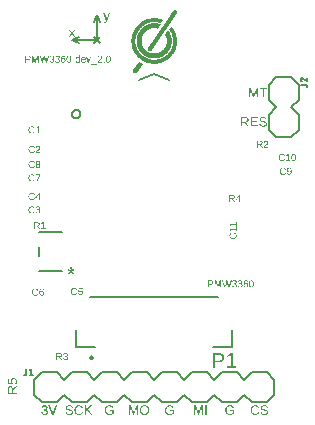
<source format=gbr>
G04 EAGLE Gerber RS-274X export*
G75*
%MOMM*%
%FSLAX34Y34*%
%LPD*%
%INSilkscreen Top*%
%IPPOS*%
%AMOC8*
5,1,8,0,0,1.08239X$1,22.5*%
G01*
G04 Define Apertures*
%ADD10C,0.152400*%
%ADD11C,0.203200*%
%ADD12C,0.127000*%
%ADD13C,0.200000*%
G36*
X-71175Y121600D02*
X-72261Y121600D01*
X-70105Y124714D01*
X-72160Y127659D01*
X-71046Y127659D01*
X-69534Y125302D01*
X-68033Y127659D01*
X-66908Y127659D01*
X-68963Y124725D01*
X-66779Y121600D01*
X-67904Y121600D01*
X-69534Y124086D01*
X-71175Y121600D01*
G37*
G36*
X-42110Y133190D02*
X-42491Y133205D01*
X-42805Y133252D01*
X-42805Y134008D01*
X-42581Y133982D01*
X-42334Y133974D01*
X-42105Y133996D01*
X-41889Y134060D01*
X-41684Y134169D01*
X-41492Y134320D01*
X-41312Y134514D01*
X-41144Y134752D01*
X-40988Y135033D01*
X-40845Y135357D01*
X-40750Y135598D01*
X-43152Y141629D01*
X-42077Y141629D01*
X-40800Y138280D01*
X-40733Y138093D01*
X-40481Y137362D01*
X-40251Y136668D01*
X-39859Y137771D01*
X-38532Y141629D01*
X-37468Y141629D01*
X-39798Y135570D01*
X-39982Y135117D01*
X-40160Y134725D01*
X-40332Y134396D01*
X-40498Y134128D01*
X-40664Y133906D01*
X-40840Y133715D01*
X-41024Y133554D01*
X-41217Y133422D01*
X-41421Y133321D01*
X-41638Y133248D01*
X-41868Y133205D01*
X-42110Y133190D01*
G37*
G36*
X-72308Y99916D02*
X-72555Y99928D01*
X-72786Y99965D01*
X-73002Y100025D01*
X-73201Y100110D01*
X-73385Y100219D01*
X-73552Y100353D01*
X-73704Y100510D01*
X-73840Y100692D01*
X-73960Y100898D01*
X-74064Y101125D01*
X-74152Y101375D01*
X-74224Y101647D01*
X-74280Y101941D01*
X-74320Y102258D01*
X-74344Y102597D01*
X-74352Y102958D01*
X-74344Y103327D01*
X-74321Y103672D01*
X-74282Y103993D01*
X-74228Y104291D01*
X-74158Y104564D01*
X-74072Y104814D01*
X-73971Y105039D01*
X-73855Y105241D01*
X-73721Y105419D01*
X-73570Y105573D01*
X-73401Y105704D01*
X-73213Y105811D01*
X-73008Y105894D01*
X-72784Y105953D01*
X-72543Y105989D01*
X-72283Y106001D01*
X-72030Y105989D01*
X-71795Y105953D01*
X-71576Y105893D01*
X-71375Y105809D01*
X-71191Y105701D01*
X-71024Y105569D01*
X-70874Y105413D01*
X-70741Y105233D01*
X-70624Y105029D01*
X-70523Y104803D01*
X-70438Y104553D01*
X-70368Y104280D01*
X-70314Y103984D01*
X-70275Y103665D01*
X-70252Y103323D01*
X-70244Y102958D01*
X-70252Y102599D01*
X-70276Y102261D01*
X-70317Y101946D01*
X-70374Y101652D01*
X-70448Y101380D01*
X-70538Y101131D01*
X-70644Y100903D01*
X-70766Y100697D01*
X-70905Y100514D01*
X-71059Y100355D01*
X-71228Y100221D01*
X-71413Y100111D01*
X-71613Y100026D01*
X-71830Y99965D01*
X-72061Y99928D01*
X-72308Y99916D01*
G37*
%LPC*%
G36*
X-72300Y100533D02*
X-72139Y100542D01*
X-71989Y100570D01*
X-71850Y100617D01*
X-71722Y100682D01*
X-71605Y100766D01*
X-71500Y100868D01*
X-71405Y100989D01*
X-71322Y101129D01*
X-71249Y101288D01*
X-71186Y101467D01*
X-71089Y101884D01*
X-71031Y102381D01*
X-71012Y102958D01*
X-71030Y103554D01*
X-71086Y104062D01*
X-71178Y104482D01*
X-71238Y104658D01*
X-71308Y104813D01*
X-71387Y104948D01*
X-71479Y105065D01*
X-71583Y105163D01*
X-71699Y105244D01*
X-71827Y105307D01*
X-71967Y105352D01*
X-72119Y105379D01*
X-72283Y105388D01*
X-72451Y105379D01*
X-72607Y105352D01*
X-72750Y105308D01*
X-72882Y105246D01*
X-73001Y105167D01*
X-73107Y105069D01*
X-73202Y104954D01*
X-73284Y104821D01*
X-73355Y104668D01*
X-73417Y104493D01*
X-73469Y104294D01*
X-73512Y104072D01*
X-73569Y103561D01*
X-73588Y102958D01*
X-73569Y102371D01*
X-73511Y101868D01*
X-73468Y101649D01*
X-73415Y101450D01*
X-73352Y101273D01*
X-73280Y101116D01*
X-73197Y100979D01*
X-73103Y100861D01*
X-72997Y100761D01*
X-72881Y100679D01*
X-72752Y100615D01*
X-72613Y100569D01*
X-72462Y100542D01*
X-72300Y100533D01*
G37*
%LPD*%
G36*
X-38871Y99916D02*
X-39118Y99928D01*
X-39349Y99965D01*
X-39564Y100025D01*
X-39764Y100110D01*
X-39947Y100219D01*
X-40115Y100353D01*
X-40266Y100510D01*
X-40402Y100692D01*
X-40522Y100898D01*
X-40626Y101125D01*
X-40714Y101375D01*
X-40786Y101647D01*
X-40842Y101941D01*
X-40882Y102258D01*
X-40906Y102597D01*
X-40914Y102958D01*
X-40907Y103327D01*
X-40883Y103672D01*
X-40844Y103993D01*
X-40790Y104291D01*
X-40720Y104564D01*
X-40635Y104814D01*
X-40534Y105039D01*
X-40417Y105241D01*
X-40284Y105419D01*
X-40132Y105573D01*
X-39963Y105704D01*
X-39776Y105811D01*
X-39570Y105894D01*
X-39347Y105953D01*
X-39105Y105989D01*
X-38846Y106001D01*
X-38593Y105989D01*
X-38357Y105953D01*
X-38139Y105893D01*
X-37938Y105809D01*
X-37753Y105701D01*
X-37586Y105569D01*
X-37436Y105413D01*
X-37304Y105233D01*
X-37187Y105029D01*
X-37086Y104803D01*
X-37001Y104553D01*
X-36931Y104280D01*
X-36876Y103984D01*
X-36837Y103665D01*
X-36814Y103323D01*
X-36806Y102958D01*
X-36814Y102599D01*
X-36839Y102261D01*
X-36880Y101946D01*
X-36937Y101652D01*
X-37010Y101380D01*
X-37100Y101131D01*
X-37206Y100903D01*
X-37329Y100697D01*
X-37467Y100514D01*
X-37621Y100355D01*
X-37790Y100221D01*
X-37975Y100111D01*
X-38176Y100026D01*
X-38392Y99965D01*
X-38624Y99928D01*
X-38871Y99916D01*
G37*
%LPC*%
G36*
X-38862Y100533D02*
X-38701Y100542D01*
X-38551Y100570D01*
X-38412Y100617D01*
X-38284Y100682D01*
X-38168Y100766D01*
X-38062Y100868D01*
X-37968Y100989D01*
X-37885Y101129D01*
X-37812Y101288D01*
X-37749Y101467D01*
X-37652Y101884D01*
X-37594Y102381D01*
X-37574Y102958D01*
X-37593Y103554D01*
X-37648Y104062D01*
X-37741Y104482D01*
X-37801Y104658D01*
X-37870Y104813D01*
X-37950Y104948D01*
X-38042Y105065D01*
X-38146Y105163D01*
X-38262Y105244D01*
X-38390Y105307D01*
X-38530Y105352D01*
X-38682Y105379D01*
X-38846Y105388D01*
X-39014Y105379D01*
X-39169Y105352D01*
X-39313Y105308D01*
X-39444Y105246D01*
X-39563Y105167D01*
X-39670Y105069D01*
X-39764Y104954D01*
X-39846Y104821D01*
X-39918Y104668D01*
X-39980Y104493D01*
X-40032Y104294D01*
X-40075Y104072D01*
X-40132Y103561D01*
X-40151Y102958D01*
X-40131Y102371D01*
X-40074Y101868D01*
X-40030Y101649D01*
X-39977Y101450D01*
X-39915Y101273D01*
X-39842Y101116D01*
X-39759Y100979D01*
X-39665Y100861D01*
X-39560Y100761D01*
X-39443Y100679D01*
X-39315Y100615D01*
X-39175Y100569D01*
X-39025Y100542D01*
X-38862Y100533D01*
G37*
%LPD*%
G36*
X-65000Y99916D02*
X-65208Y99925D01*
X-65402Y99952D01*
X-65581Y99998D01*
X-65747Y100061D01*
X-65898Y100142D01*
X-66035Y100242D01*
X-66157Y100359D01*
X-66265Y100495D01*
X-66360Y100649D01*
X-66443Y100822D01*
X-66512Y101013D01*
X-66569Y101223D01*
X-66613Y101452D01*
X-66645Y101699D01*
X-66664Y101965D01*
X-66670Y102249D01*
X-66664Y102537D01*
X-66644Y102806D01*
X-66612Y103056D01*
X-66566Y103288D01*
X-66507Y103502D01*
X-66436Y103696D01*
X-66351Y103873D01*
X-66253Y104030D01*
X-66142Y104170D01*
X-66018Y104290D01*
X-65881Y104392D01*
X-65731Y104476D01*
X-65568Y104541D01*
X-65392Y104587D01*
X-65203Y104615D01*
X-65000Y104624D01*
X-64753Y104612D01*
X-64527Y104577D01*
X-64323Y104518D01*
X-64140Y104435D01*
X-63976Y104327D01*
X-63830Y104191D01*
X-63700Y104027D01*
X-63586Y103835D01*
X-63578Y103835D01*
X-63586Y104343D01*
X-63586Y106227D01*
X-62831Y106227D01*
X-62831Y100936D01*
X-62825Y100347D01*
X-62806Y100000D01*
X-63527Y100000D01*
X-63555Y100311D01*
X-63569Y100730D01*
X-63586Y100730D01*
X-63700Y100527D01*
X-63830Y100356D01*
X-63978Y100215D01*
X-64142Y100105D01*
X-64326Y100022D01*
X-64530Y99963D01*
X-64755Y99928D01*
X-65000Y99916D01*
G37*
%LPC*%
G36*
X-64807Y100499D02*
X-64652Y100506D01*
X-64508Y100527D01*
X-64375Y100562D01*
X-64253Y100611D01*
X-64142Y100673D01*
X-64043Y100750D01*
X-63954Y100840D01*
X-63885Y100932D01*
X-63876Y100944D01*
X-63749Y101197D01*
X-63659Y101512D01*
X-63604Y101887D01*
X-63586Y102325D01*
X-63604Y102746D01*
X-63659Y103106D01*
X-63749Y103407D01*
X-63876Y103646D01*
X-63954Y103745D01*
X-64042Y103830D01*
X-64141Y103902D01*
X-64251Y103961D01*
X-64372Y104007D01*
X-64504Y104040D01*
X-64646Y104060D01*
X-64799Y104066D01*
X-64937Y104059D01*
X-65064Y104040D01*
X-65182Y104007D01*
X-65290Y103961D01*
X-65389Y103901D01*
X-65477Y103829D01*
X-65623Y103644D01*
X-65735Y103401D01*
X-65814Y103091D01*
X-65861Y102716D01*
X-65877Y102274D01*
X-65862Y101832D01*
X-65814Y101457D01*
X-65736Y101150D01*
X-65626Y100911D01*
X-65480Y100731D01*
X-65295Y100602D01*
X-65188Y100557D01*
X-65071Y100525D01*
X-64944Y100506D01*
X-64807Y100499D01*
G37*
%LPD*%
G36*
X-108494Y100000D02*
X-109295Y100000D01*
X-109295Y105912D01*
X-106807Y105912D01*
X-106565Y105905D01*
X-106338Y105883D01*
X-106124Y105847D01*
X-105925Y105796D01*
X-105739Y105730D01*
X-105568Y105650D01*
X-105410Y105556D01*
X-105267Y105447D01*
X-105139Y105324D01*
X-105028Y105190D01*
X-104934Y105044D01*
X-104858Y104885D01*
X-104798Y104715D01*
X-104755Y104533D01*
X-104730Y104339D01*
X-104721Y104133D01*
X-104730Y103929D01*
X-104755Y103735D01*
X-104798Y103552D01*
X-104858Y103380D01*
X-104935Y103219D01*
X-105029Y103068D01*
X-105141Y102928D01*
X-105269Y102799D01*
X-105412Y102683D01*
X-105567Y102582D01*
X-105735Y102497D01*
X-105915Y102427D01*
X-106107Y102373D01*
X-106311Y102335D01*
X-106528Y102311D01*
X-106756Y102304D01*
X-108494Y102304D01*
X-108494Y100000D01*
G37*
%LPC*%
G36*
X-106870Y102937D02*
X-106555Y102956D01*
X-106282Y103012D01*
X-106051Y103104D01*
X-105863Y103234D01*
X-105716Y103401D01*
X-105611Y103605D01*
X-105548Y103847D01*
X-105527Y104125D01*
X-105548Y104393D01*
X-105613Y104626D01*
X-105720Y104823D01*
X-105871Y104984D01*
X-106065Y105109D01*
X-106301Y105199D01*
X-106581Y105252D01*
X-106903Y105270D01*
X-108494Y105270D01*
X-108494Y102937D01*
X-106870Y102937D01*
G37*
%LPD*%
G36*
X-94389Y100000D02*
X-95346Y100000D01*
X-97087Y105912D01*
X-96252Y105912D01*
X-95191Y102157D01*
X-95009Y101441D01*
X-94842Y100705D01*
X-94609Y101712D01*
X-94252Y103035D01*
X-93445Y105912D01*
X-92677Y105912D01*
X-91649Y102232D01*
X-91439Y101399D01*
X-91280Y100705D01*
X-91242Y100852D01*
X-91057Y101639D01*
X-89878Y105912D01*
X-89043Y105912D01*
X-90785Y100000D01*
X-91741Y100000D01*
X-92765Y103756D01*
X-92889Y104248D01*
X-93059Y105019D01*
X-93244Y104205D01*
X-94389Y100000D01*
G37*
G36*
X-76976Y99916D02*
X-77219Y99928D01*
X-77446Y99963D01*
X-77659Y100021D01*
X-77857Y100102D01*
X-78041Y100206D01*
X-78210Y100334D01*
X-78364Y100485D01*
X-78504Y100659D01*
X-78628Y100855D01*
X-78735Y101072D01*
X-78826Y101311D01*
X-78900Y101570D01*
X-78958Y101851D01*
X-78999Y102153D01*
X-79024Y102476D01*
X-79032Y102820D01*
X-79024Y103193D01*
X-78998Y103543D01*
X-78955Y103871D01*
X-78895Y104177D01*
X-78818Y104461D01*
X-78723Y104722D01*
X-78612Y104961D01*
X-78483Y105178D01*
X-78338Y105371D01*
X-78179Y105538D01*
X-78005Y105679D01*
X-77817Y105795D01*
X-77614Y105885D01*
X-77396Y105949D01*
X-77164Y105988D01*
X-76918Y106001D01*
X-76598Y105982D01*
X-76310Y105925D01*
X-76053Y105831D01*
X-75827Y105699D01*
X-75631Y105530D01*
X-75467Y105323D01*
X-75333Y105078D01*
X-75231Y104796D01*
X-75952Y104666D01*
X-76016Y104835D01*
X-76097Y104982D01*
X-76194Y105106D01*
X-76307Y105207D01*
X-76437Y105286D01*
X-76583Y105343D01*
X-76746Y105377D01*
X-76926Y105388D01*
X-77083Y105378D01*
X-77231Y105350D01*
X-77370Y105303D01*
X-77499Y105237D01*
X-77620Y105153D01*
X-77731Y105049D01*
X-77833Y104927D01*
X-77927Y104786D01*
X-78010Y104627D01*
X-78082Y104451D01*
X-78143Y104258D01*
X-78193Y104049D01*
X-78231Y103822D01*
X-78259Y103579D01*
X-78281Y103042D01*
X-78168Y103222D01*
X-78034Y103378D01*
X-77878Y103512D01*
X-77702Y103623D01*
X-77509Y103711D01*
X-77301Y103773D01*
X-77081Y103810D01*
X-76846Y103823D01*
X-76647Y103815D01*
X-76458Y103791D01*
X-76280Y103751D01*
X-76112Y103695D01*
X-75955Y103623D01*
X-75809Y103535D01*
X-75673Y103431D01*
X-75547Y103311D01*
X-75435Y103177D01*
X-75337Y103033D01*
X-75255Y102877D01*
X-75187Y102711D01*
X-75135Y102533D01*
X-75097Y102345D01*
X-75075Y102145D01*
X-75067Y101934D01*
X-75075Y101707D01*
X-75099Y101491D01*
X-75138Y101288D01*
X-75194Y101097D01*
X-75265Y100919D01*
X-75353Y100753D01*
X-75456Y100599D01*
X-75575Y100457D01*
X-75708Y100331D01*
X-75853Y100221D01*
X-76010Y100128D01*
X-76179Y100051D01*
X-76360Y99992D01*
X-76553Y99950D01*
X-76759Y99925D01*
X-76976Y99916D01*
G37*
%LPC*%
G36*
X-77001Y100525D02*
X-76743Y100547D01*
X-76515Y100616D01*
X-76315Y100731D01*
X-76145Y100892D01*
X-76010Y101092D01*
X-75913Y101328D01*
X-75854Y101597D01*
X-75835Y101901D01*
X-75855Y102204D01*
X-75914Y102469D01*
X-76012Y102699D01*
X-76150Y102891D01*
X-76322Y103044D01*
X-76526Y103152D01*
X-76761Y103218D01*
X-77027Y103239D01*
X-77278Y103220D01*
X-77504Y103162D01*
X-77705Y103066D01*
X-77881Y102931D01*
X-78023Y102762D01*
X-78124Y102564D01*
X-78185Y102337D01*
X-78206Y102081D01*
X-78185Y101755D01*
X-78121Y101459D01*
X-78016Y101195D01*
X-77868Y100961D01*
X-77687Y100770D01*
X-77482Y100634D01*
X-77254Y100552D01*
X-77131Y100531D01*
X-77001Y100525D01*
G37*
%LPD*%
G36*
X-102863Y100000D02*
X-103576Y100000D01*
X-103576Y105912D01*
X-102523Y105912D01*
X-100950Y101813D01*
X-100788Y101282D01*
X-100685Y100873D01*
X-100545Y101383D01*
X-100400Y101813D01*
X-98856Y105912D01*
X-97828Y105912D01*
X-97828Y100000D01*
X-98549Y100000D01*
X-98549Y103944D01*
X-98540Y104586D01*
X-98512Y105203D01*
X-98707Y104534D01*
X-98881Y104028D01*
X-100408Y100000D01*
X-100971Y100000D01*
X-102519Y104028D01*
X-102754Y104742D01*
X-102892Y105203D01*
X-102880Y104737D01*
X-102863Y103944D01*
X-102863Y100000D01*
G37*
G36*
X-59825Y99916D02*
X-60069Y99925D01*
X-60298Y99954D01*
X-60512Y100000D01*
X-60712Y100066D01*
X-60896Y100150D01*
X-61065Y100254D01*
X-61219Y100375D01*
X-61358Y100516D01*
X-61482Y100675D01*
X-61589Y100853D01*
X-61679Y101048D01*
X-61753Y101262D01*
X-61811Y101494D01*
X-61852Y101744D01*
X-61877Y102013D01*
X-61885Y102299D01*
X-61877Y102572D01*
X-61852Y102829D01*
X-61811Y103069D01*
X-61753Y103293D01*
X-61679Y103500D01*
X-61589Y103691D01*
X-61482Y103866D01*
X-61358Y104024D01*
X-61220Y104165D01*
X-61067Y104287D01*
X-60900Y104390D01*
X-60719Y104474D01*
X-60524Y104540D01*
X-60315Y104587D01*
X-60091Y104615D01*
X-59854Y104624D01*
X-59612Y104615D01*
X-59385Y104586D01*
X-59174Y104539D01*
X-58978Y104473D01*
X-58799Y104389D01*
X-58634Y104285D01*
X-58486Y104162D01*
X-58353Y104021D01*
X-58236Y103861D01*
X-58134Y103682D01*
X-58048Y103484D01*
X-57978Y103267D01*
X-57923Y103031D01*
X-57884Y102777D01*
X-57860Y102504D01*
X-57852Y102211D01*
X-57852Y102111D01*
X-61092Y102111D01*
X-61072Y101743D01*
X-61011Y101419D01*
X-60910Y101141D01*
X-60769Y100906D01*
X-60589Y100721D01*
X-60485Y100648D01*
X-60371Y100589D01*
X-60249Y100542D01*
X-60117Y100509D01*
X-59975Y100489D01*
X-59825Y100483D01*
X-59591Y100495D01*
X-59382Y100532D01*
X-59198Y100593D01*
X-59038Y100680D01*
X-58902Y100785D01*
X-58790Y100903D01*
X-58702Y101035D01*
X-58637Y101179D01*
X-57974Y100990D01*
X-58092Y100739D01*
X-58242Y100520D01*
X-58425Y100336D01*
X-58640Y100185D01*
X-58888Y100067D01*
X-59168Y99983D01*
X-59480Y99933D01*
X-59825Y99916D01*
G37*
%LPC*%
G36*
X-58633Y102690D02*
X-58679Y103024D01*
X-58756Y103310D01*
X-58862Y103548D01*
X-58998Y103737D01*
X-59166Y103881D01*
X-59366Y103984D01*
X-59600Y104045D01*
X-59867Y104066D01*
X-60127Y104043D01*
X-60359Y103974D01*
X-60563Y103860D01*
X-60737Y103699D01*
X-60879Y103498D01*
X-60984Y103263D01*
X-61052Y102994D01*
X-61083Y102690D01*
X-58633Y102690D01*
G37*
%LPD*%
G36*
X-86604Y99916D02*
X-86823Y99922D01*
X-87030Y99941D01*
X-87226Y99973D01*
X-87411Y100017D01*
X-87585Y100074D01*
X-87747Y100144D01*
X-87898Y100226D01*
X-88037Y100321D01*
X-88164Y100428D01*
X-88277Y100548D01*
X-88377Y100679D01*
X-88463Y100823D01*
X-88536Y100979D01*
X-88595Y101147D01*
X-88641Y101327D01*
X-88673Y101519D01*
X-87892Y101590D01*
X-87839Y101344D01*
X-87755Y101131D01*
X-87640Y100951D01*
X-87495Y100804D01*
X-87318Y100689D01*
X-87111Y100607D01*
X-86873Y100558D01*
X-86604Y100541D01*
X-86334Y100559D01*
X-86095Y100612D01*
X-85886Y100699D01*
X-85708Y100822D01*
X-85566Y100980D01*
X-85464Y101172D01*
X-85403Y101398D01*
X-85383Y101657D01*
X-85406Y101886D01*
X-85476Y102087D01*
X-85592Y102262D01*
X-85754Y102411D01*
X-85961Y102529D01*
X-86208Y102614D01*
X-86497Y102664D01*
X-86826Y102681D01*
X-87254Y102681D01*
X-87254Y103336D01*
X-86843Y103336D01*
X-86550Y103353D01*
X-86292Y103404D01*
X-86069Y103488D01*
X-85880Y103607D01*
X-85731Y103755D01*
X-85624Y103929D01*
X-85560Y104129D01*
X-85538Y104356D01*
X-85556Y104580D01*
X-85608Y104780D01*
X-85695Y104955D01*
X-85817Y105105D01*
X-85974Y105225D01*
X-86164Y105311D01*
X-86388Y105362D01*
X-86646Y105379D01*
X-86884Y105363D01*
X-87098Y105315D01*
X-87288Y105236D01*
X-87454Y105124D01*
X-87592Y104982D01*
X-87698Y104815D01*
X-87771Y104622D01*
X-87813Y104402D01*
X-88572Y104461D01*
X-88544Y104637D01*
X-88503Y104804D01*
X-88448Y104960D01*
X-88380Y105107D01*
X-88297Y105243D01*
X-88202Y105370D01*
X-88093Y105487D01*
X-87970Y105593D01*
X-87692Y105772D01*
X-87540Y105842D01*
X-87378Y105899D01*
X-87207Y105943D01*
X-87026Y105975D01*
X-86836Y105994D01*
X-86638Y106001D01*
X-86421Y105994D01*
X-86218Y105975D01*
X-86026Y105942D01*
X-85847Y105897D01*
X-85681Y105839D01*
X-85526Y105768D01*
X-85384Y105684D01*
X-85255Y105587D01*
X-85139Y105479D01*
X-85039Y105360D01*
X-84955Y105231D01*
X-84885Y105093D01*
X-84831Y104944D01*
X-84793Y104784D01*
X-84770Y104615D01*
X-84762Y104435D01*
X-84782Y104165D01*
X-84841Y103922D01*
X-84940Y103705D01*
X-85079Y103514D01*
X-85255Y103351D01*
X-85467Y103217D01*
X-85716Y103111D01*
X-86000Y103034D01*
X-86000Y103017D01*
X-85687Y102962D01*
X-85410Y102870D01*
X-85171Y102740D01*
X-84968Y102572D01*
X-84806Y102373D01*
X-84691Y102151D01*
X-84621Y101903D01*
X-84598Y101632D01*
X-84606Y101434D01*
X-84631Y101246D01*
X-84671Y101071D01*
X-84728Y100906D01*
X-84802Y100754D01*
X-84891Y100613D01*
X-84997Y100483D01*
X-85119Y100365D01*
X-85256Y100260D01*
X-85407Y100169D01*
X-85571Y100091D01*
X-85750Y100028D01*
X-85943Y99979D01*
X-86149Y99944D01*
X-86370Y99923D01*
X-86604Y99916D01*
G37*
G36*
X-81854Y99916D02*
X-82073Y99922D01*
X-82280Y99941D01*
X-82476Y99973D01*
X-82661Y100017D01*
X-82835Y100074D01*
X-82997Y100144D01*
X-83148Y100226D01*
X-83287Y100321D01*
X-83414Y100428D01*
X-83527Y100548D01*
X-83627Y100679D01*
X-83713Y100823D01*
X-83786Y100979D01*
X-83845Y101147D01*
X-83891Y101327D01*
X-83923Y101519D01*
X-83142Y101590D01*
X-83089Y101344D01*
X-83005Y101131D01*
X-82890Y100951D01*
X-82745Y100804D01*
X-82568Y100689D01*
X-82361Y100607D01*
X-82123Y100558D01*
X-81854Y100541D01*
X-81584Y100559D01*
X-81345Y100612D01*
X-81136Y100699D01*
X-80958Y100822D01*
X-80816Y100980D01*
X-80714Y101172D01*
X-80653Y101398D01*
X-80633Y101657D01*
X-80656Y101886D01*
X-80726Y102087D01*
X-80842Y102262D01*
X-81004Y102411D01*
X-81211Y102529D01*
X-81458Y102614D01*
X-81747Y102664D01*
X-82076Y102681D01*
X-82504Y102681D01*
X-82504Y103336D01*
X-82093Y103336D01*
X-81800Y103353D01*
X-81542Y103404D01*
X-81319Y103488D01*
X-81130Y103607D01*
X-80981Y103755D01*
X-80874Y103929D01*
X-80810Y104129D01*
X-80788Y104356D01*
X-80806Y104580D01*
X-80858Y104780D01*
X-80945Y104955D01*
X-81067Y105105D01*
X-81224Y105225D01*
X-81414Y105311D01*
X-81638Y105362D01*
X-81896Y105379D01*
X-82134Y105363D01*
X-82348Y105315D01*
X-82538Y105236D01*
X-82704Y105124D01*
X-82842Y104982D01*
X-82948Y104815D01*
X-83021Y104622D01*
X-83063Y104402D01*
X-83822Y104461D01*
X-83794Y104637D01*
X-83753Y104804D01*
X-83698Y104960D01*
X-83630Y105107D01*
X-83547Y105243D01*
X-83452Y105370D01*
X-83343Y105487D01*
X-83220Y105593D01*
X-82942Y105772D01*
X-82790Y105842D01*
X-82628Y105899D01*
X-82457Y105943D01*
X-82276Y105975D01*
X-82086Y105994D01*
X-81888Y106001D01*
X-81671Y105994D01*
X-81468Y105975D01*
X-81276Y105942D01*
X-81097Y105897D01*
X-80931Y105839D01*
X-80776Y105768D01*
X-80634Y105684D01*
X-80505Y105587D01*
X-80389Y105479D01*
X-80289Y105360D01*
X-80205Y105231D01*
X-80135Y105093D01*
X-80081Y104944D01*
X-80043Y104784D01*
X-80020Y104615D01*
X-80012Y104435D01*
X-80032Y104165D01*
X-80091Y103922D01*
X-80190Y103705D01*
X-80329Y103514D01*
X-80505Y103351D01*
X-80717Y103217D01*
X-80966Y103111D01*
X-81250Y103034D01*
X-81250Y103017D01*
X-80937Y102962D01*
X-80660Y102870D01*
X-80421Y102740D01*
X-80218Y102572D01*
X-80056Y102373D01*
X-79941Y102151D01*
X-79871Y101903D01*
X-79848Y101632D01*
X-79856Y101434D01*
X-79881Y101246D01*
X-79921Y101071D01*
X-79978Y100906D01*
X-80052Y100754D01*
X-80141Y100613D01*
X-80247Y100483D01*
X-80369Y100365D01*
X-80506Y100260D01*
X-80657Y100169D01*
X-80821Y100091D01*
X-81000Y100028D01*
X-81193Y99979D01*
X-81399Y99944D01*
X-81620Y99923D01*
X-81854Y99916D01*
G37*
G36*
X-44059Y100000D02*
X-47974Y100000D01*
X-47974Y100533D01*
X-47861Y100771D01*
X-47736Y100995D01*
X-47600Y101204D01*
X-47452Y101399D01*
X-47135Y101757D01*
X-46803Y102079D01*
X-46130Y102644D01*
X-45813Y102904D01*
X-45528Y103164D01*
X-45285Y103430D01*
X-45093Y103709D01*
X-45021Y103857D01*
X-44969Y104014D01*
X-44938Y104180D01*
X-44928Y104356D01*
X-44945Y104585D01*
X-44999Y104788D01*
X-45088Y104963D01*
X-45213Y105111D01*
X-45370Y105228D01*
X-45554Y105312D01*
X-45766Y105363D01*
X-46006Y105379D01*
X-46237Y105363D01*
X-46446Y105314D01*
X-46634Y105232D01*
X-46801Y105117D01*
X-46941Y104973D01*
X-47049Y104802D01*
X-47125Y104605D01*
X-47168Y104381D01*
X-47941Y104452D01*
X-47913Y104625D01*
X-47871Y104789D01*
X-47816Y104943D01*
X-47748Y105089D01*
X-47666Y105225D01*
X-47570Y105353D01*
X-47338Y105581D01*
X-47061Y105764D01*
X-46908Y105837D01*
X-46746Y105896D01*
X-46575Y105942D01*
X-46395Y105974D01*
X-46205Y105994D01*
X-46006Y106001D01*
X-45789Y105994D01*
X-45585Y105974D01*
X-45394Y105941D01*
X-45216Y105895D01*
X-45050Y105836D01*
X-44898Y105763D01*
X-44758Y105678D01*
X-44632Y105579D01*
X-44519Y105468D01*
X-44422Y105346D01*
X-44339Y105213D01*
X-44271Y105068D01*
X-44219Y104913D01*
X-44181Y104747D01*
X-44159Y104569D01*
X-44151Y104381D01*
X-44161Y104209D01*
X-44191Y104038D01*
X-44240Y103867D01*
X-44309Y103697D01*
X-44397Y103527D01*
X-44504Y103357D01*
X-44777Y103017D01*
X-45229Y102584D01*
X-45964Y101964D01*
X-46397Y101589D01*
X-46732Y101253D01*
X-46977Y100942D01*
X-47070Y100790D01*
X-47143Y100642D01*
X-44059Y100642D01*
X-44059Y100000D01*
G37*
G36*
X-54897Y100000D02*
X-55790Y100000D01*
X-57439Y104540D01*
X-56634Y104540D01*
X-55635Y101586D01*
X-55346Y100592D01*
X-55199Y101083D01*
X-55035Y101578D01*
X-54003Y104540D01*
X-53201Y104540D01*
X-54897Y100000D01*
G37*
G36*
X-48312Y98292D02*
X-53318Y98292D01*
X-53318Y98838D01*
X-48312Y98838D01*
X-48312Y98292D01*
G37*
G36*
X-67426Y101947D02*
X-69524Y101947D01*
X-69524Y102618D01*
X-67426Y102618D01*
X-67426Y101947D01*
G37*
G36*
X-42022Y100000D02*
X-42840Y100000D01*
X-42840Y100919D01*
X-42022Y100919D01*
X-42022Y100000D01*
G37*
G36*
X-92816Y-198240D02*
X-93108Y-198232D01*
X-93385Y-198206D01*
X-93647Y-198164D01*
X-93893Y-198105D01*
X-94125Y-198029D01*
X-94341Y-197936D01*
X-94542Y-197826D01*
X-94728Y-197700D01*
X-94898Y-197556D01*
X-95049Y-197397D01*
X-95182Y-197221D01*
X-95298Y-197030D01*
X-95395Y-196822D01*
X-95473Y-196598D01*
X-95534Y-196357D01*
X-95577Y-196101D01*
X-94535Y-196006D01*
X-94464Y-196334D01*
X-94352Y-196618D01*
X-94199Y-196859D01*
X-94005Y-197056D01*
X-93769Y-197209D01*
X-93493Y-197318D01*
X-93175Y-197384D01*
X-92816Y-197406D01*
X-92456Y-197382D01*
X-92136Y-197312D01*
X-91858Y-197195D01*
X-91621Y-197030D01*
X-91519Y-196931D01*
X-91431Y-196820D01*
X-91356Y-196698D01*
X-91295Y-196564D01*
X-91248Y-196419D01*
X-91214Y-196263D01*
X-91193Y-196095D01*
X-91187Y-195916D01*
X-91194Y-195759D01*
X-91217Y-195612D01*
X-91256Y-195473D01*
X-91310Y-195343D01*
X-91380Y-195222D01*
X-91465Y-195109D01*
X-91566Y-195006D01*
X-91682Y-194911D01*
X-91813Y-194826D01*
X-91957Y-194753D01*
X-92116Y-194691D01*
X-92288Y-194640D01*
X-92673Y-194572D01*
X-93113Y-194550D01*
X-93684Y-194550D01*
X-93684Y-193676D01*
X-93135Y-193676D01*
X-92744Y-193653D01*
X-92400Y-193586D01*
X-92102Y-193473D01*
X-91850Y-193315D01*
X-91650Y-193117D01*
X-91572Y-193005D01*
X-91508Y-192884D01*
X-91458Y-192755D01*
X-91422Y-192617D01*
X-91401Y-192471D01*
X-91394Y-192315D01*
X-91417Y-192015D01*
X-91487Y-191749D01*
X-91603Y-191516D01*
X-91766Y-191316D01*
X-91975Y-191155D01*
X-92229Y-191041D01*
X-92528Y-190972D01*
X-92872Y-190949D01*
X-93189Y-190970D01*
X-93475Y-191034D01*
X-93728Y-191141D01*
X-93950Y-191290D01*
X-94134Y-191479D01*
X-94276Y-191702D01*
X-94374Y-191960D01*
X-94429Y-192254D01*
X-95442Y-192175D01*
X-95405Y-191940D01*
X-95350Y-191717D01*
X-95277Y-191509D01*
X-95186Y-191313D01*
X-95076Y-191131D01*
X-94948Y-190961D01*
X-94803Y-190806D01*
X-94639Y-190663D01*
X-94460Y-190536D01*
X-94268Y-190426D01*
X-94065Y-190332D01*
X-93849Y-190256D01*
X-93620Y-190196D01*
X-93379Y-190154D01*
X-93126Y-190129D01*
X-92861Y-190120D01*
X-92572Y-190129D01*
X-92300Y-190155D01*
X-92045Y-190198D01*
X-91806Y-190258D01*
X-91584Y-190336D01*
X-91378Y-190430D01*
X-91188Y-190542D01*
X-91016Y-190672D01*
X-90861Y-190816D01*
X-90728Y-190975D01*
X-90615Y-191146D01*
X-90522Y-191332D01*
X-90450Y-191531D01*
X-90399Y-191743D01*
X-90368Y-191969D01*
X-90358Y-192209D01*
X-90364Y-192393D01*
X-90384Y-192569D01*
X-90417Y-192736D01*
X-90463Y-192894D01*
X-90523Y-193043D01*
X-90596Y-193184D01*
X-90781Y-193438D01*
X-91016Y-193656D01*
X-91299Y-193835D01*
X-91630Y-193976D01*
X-92010Y-194079D01*
X-92010Y-194102D01*
X-91795Y-194132D01*
X-91592Y-194174D01*
X-91401Y-194230D01*
X-91223Y-194298D01*
X-91057Y-194378D01*
X-90903Y-194471D01*
X-90761Y-194577D01*
X-90632Y-194695D01*
X-90517Y-194824D01*
X-90417Y-194961D01*
X-90332Y-195105D01*
X-90263Y-195258D01*
X-90209Y-195419D01*
X-90170Y-195588D01*
X-90147Y-195765D01*
X-90139Y-195950D01*
X-90150Y-196215D01*
X-90183Y-196465D01*
X-90237Y-196699D01*
X-90313Y-196918D01*
X-90411Y-197122D01*
X-90530Y-197310D01*
X-90671Y-197483D01*
X-90834Y-197641D01*
X-91017Y-197781D01*
X-91218Y-197903D01*
X-91438Y-198006D01*
X-91677Y-198090D01*
X-91934Y-198156D01*
X-92209Y-198203D01*
X-92503Y-198231D01*
X-92816Y-198240D01*
G37*
G36*
X-85260Y-198128D02*
X-86368Y-198128D01*
X-89588Y-190238D01*
X-88463Y-190238D01*
X-86279Y-195793D01*
X-85808Y-197187D01*
X-85338Y-195793D01*
X-83165Y-190238D01*
X-82040Y-190238D01*
X-85260Y-198128D01*
G37*
G36*
X34523Y-198128D02*
X33571Y-198128D01*
X33571Y-190238D01*
X34977Y-190238D01*
X37077Y-195709D01*
X37292Y-196417D01*
X37430Y-196963D01*
X37499Y-196681D01*
X37617Y-196283D01*
X37810Y-195709D01*
X39871Y-190238D01*
X41243Y-190238D01*
X41243Y-198128D01*
X40280Y-198128D01*
X40280Y-192864D01*
X40293Y-192007D01*
X40330Y-191184D01*
X40070Y-192077D01*
X39838Y-192752D01*
X37799Y-198128D01*
X37049Y-198128D01*
X34982Y-192752D01*
X34669Y-191800D01*
X34484Y-191184D01*
X34501Y-191806D01*
X34523Y-192864D01*
X34523Y-198128D01*
G37*
G36*
X44290Y-198128D02*
X43220Y-198128D01*
X43220Y-190238D01*
X44290Y-190238D01*
X44290Y-198128D01*
G37*
G36*
X-8254Y-198240D02*
X-8552Y-198232D01*
X-8840Y-198209D01*
X-9118Y-198171D01*
X-9386Y-198117D01*
X-9642Y-198048D01*
X-9889Y-197963D01*
X-10125Y-197863D01*
X-10351Y-197747D01*
X-10565Y-197617D01*
X-10766Y-197473D01*
X-10954Y-197316D01*
X-11129Y-197145D01*
X-11290Y-196960D01*
X-11439Y-196761D01*
X-11575Y-196548D01*
X-11698Y-196322D01*
X-11807Y-196084D01*
X-11901Y-195836D01*
X-11981Y-195579D01*
X-12046Y-195312D01*
X-12097Y-195035D01*
X-12133Y-194749D01*
X-12155Y-194452D01*
X-12162Y-194146D01*
X-12146Y-193686D01*
X-12098Y-193252D01*
X-12017Y-192843D01*
X-11903Y-192460D01*
X-11758Y-192103D01*
X-11580Y-191772D01*
X-11369Y-191466D01*
X-11126Y-191187D01*
X-10855Y-190937D01*
X-10558Y-190720D01*
X-10235Y-190537D01*
X-9887Y-190387D01*
X-9514Y-190270D01*
X-9116Y-190187D01*
X-8692Y-190137D01*
X-8242Y-190120D01*
X-7946Y-190128D01*
X-7660Y-190150D01*
X-7384Y-190187D01*
X-7118Y-190240D01*
X-6862Y-190307D01*
X-6616Y-190389D01*
X-6380Y-190487D01*
X-6154Y-190599D01*
X-5939Y-190725D01*
X-5737Y-190865D01*
X-5549Y-191019D01*
X-5373Y-191186D01*
X-5211Y-191367D01*
X-5061Y-191561D01*
X-4925Y-191769D01*
X-4801Y-191990D01*
X-4692Y-192224D01*
X-4597Y-192468D01*
X-4516Y-192722D01*
X-4451Y-192986D01*
X-4399Y-193261D01*
X-4363Y-193546D01*
X-4341Y-193841D01*
X-4334Y-194146D01*
X-4341Y-194451D01*
X-4363Y-194746D01*
X-4400Y-195031D01*
X-4452Y-195307D01*
X-4518Y-195573D01*
X-4600Y-195830D01*
X-4696Y-196076D01*
X-4807Y-196314D01*
X-4932Y-196539D01*
X-5069Y-196751D01*
X-5220Y-196950D01*
X-5383Y-197135D01*
X-5559Y-197307D01*
X-5748Y-197465D01*
X-5950Y-197610D01*
X-6165Y-197742D01*
X-6391Y-197858D01*
X-6627Y-197960D01*
X-6873Y-198045D01*
X-7129Y-198115D01*
X-7396Y-198170D01*
X-7672Y-198209D01*
X-7958Y-198232D01*
X-8254Y-198240D01*
G37*
%LPC*%
G36*
X-8254Y-197372D02*
X-7922Y-197359D01*
X-7610Y-197319D01*
X-7318Y-197254D01*
X-7046Y-197161D01*
X-6794Y-197043D01*
X-6562Y-196898D01*
X-6349Y-196727D01*
X-6156Y-196529D01*
X-5985Y-196308D01*
X-5837Y-196064D01*
X-5711Y-195799D01*
X-5608Y-195512D01*
X-5528Y-195203D01*
X-5471Y-194873D01*
X-5437Y-194521D01*
X-5426Y-194146D01*
X-5437Y-193788D01*
X-5472Y-193450D01*
X-5529Y-193131D01*
X-5610Y-192832D01*
X-5713Y-192553D01*
X-5840Y-192293D01*
X-5989Y-192054D01*
X-6162Y-191834D01*
X-6356Y-191637D01*
X-6568Y-191466D01*
X-6800Y-191322D01*
X-7050Y-191204D01*
X-7320Y-191112D01*
X-7608Y-191046D01*
X-7916Y-191007D01*
X-8242Y-190994D01*
X-8572Y-191007D01*
X-8882Y-191045D01*
X-9172Y-191110D01*
X-9444Y-191201D01*
X-9696Y-191317D01*
X-9929Y-191460D01*
X-10142Y-191628D01*
X-10337Y-191822D01*
X-10510Y-192040D01*
X-10660Y-192279D01*
X-10787Y-192538D01*
X-10891Y-192818D01*
X-10972Y-193119D01*
X-11030Y-193441D01*
X-11064Y-193783D01*
X-11076Y-194146D01*
X-11064Y-194508D01*
X-11029Y-194850D01*
X-10971Y-195173D01*
X-10889Y-195477D01*
X-10784Y-195762D01*
X-10655Y-196028D01*
X-10504Y-196274D01*
X-10328Y-196501D01*
X-10132Y-196705D01*
X-9918Y-196882D01*
X-9686Y-197032D01*
X-9436Y-197154D01*
X-9168Y-197250D01*
X-8881Y-197318D01*
X-8576Y-197358D01*
X-8254Y-197372D01*
G37*
%LPD*%
G36*
X-20344Y-198128D02*
X-21296Y-198128D01*
X-21296Y-190238D01*
X-19890Y-190238D01*
X-17790Y-195709D01*
X-17575Y-196417D01*
X-17438Y-196963D01*
X-17368Y-196681D01*
X-17250Y-196283D01*
X-17057Y-195709D01*
X-14996Y-190238D01*
X-13624Y-190238D01*
X-13624Y-198128D01*
X-14587Y-198128D01*
X-14587Y-192864D01*
X-14575Y-192007D01*
X-14537Y-191184D01*
X-14797Y-192077D01*
X-15030Y-192752D01*
X-17068Y-198128D01*
X-17818Y-198128D01*
X-19885Y-192752D01*
X-20198Y-191800D01*
X-20383Y-191184D01*
X-20366Y-191806D01*
X-20344Y-192864D01*
X-20344Y-198128D01*
G37*
G36*
X93179Y-198240D02*
X92828Y-198232D01*
X92496Y-198209D01*
X92183Y-198170D01*
X91889Y-198115D01*
X91614Y-198044D01*
X91357Y-197958D01*
X91120Y-197856D01*
X90902Y-197739D01*
X90702Y-197606D01*
X90522Y-197457D01*
X90360Y-197292D01*
X90217Y-197112D01*
X90094Y-196917D01*
X89989Y-196705D01*
X89903Y-196478D01*
X89836Y-196235D01*
X90872Y-196028D01*
X90923Y-196200D01*
X90987Y-196360D01*
X91063Y-196508D01*
X91152Y-196645D01*
X91254Y-196769D01*
X91368Y-196882D01*
X91495Y-196983D01*
X91634Y-197072D01*
X91951Y-197218D01*
X92321Y-197322D01*
X92744Y-197385D01*
X93219Y-197406D01*
X93707Y-197383D01*
X94136Y-197317D01*
X94329Y-197267D01*
X94506Y-197206D01*
X94669Y-197133D01*
X94817Y-197050D01*
X94949Y-196956D01*
X95064Y-196851D01*
X95160Y-196736D01*
X95240Y-196611D01*
X95301Y-196475D01*
X95345Y-196329D01*
X95371Y-196173D01*
X95380Y-196006D01*
X95369Y-195822D01*
X95336Y-195656D01*
X95281Y-195508D01*
X95204Y-195378D01*
X95107Y-195263D01*
X94992Y-195159D01*
X94859Y-195064D01*
X94708Y-194981D01*
X94358Y-194837D01*
X93947Y-194718D01*
X92967Y-194488D01*
X92144Y-194281D01*
X91817Y-194177D01*
X91547Y-194074D01*
X91318Y-193967D01*
X91114Y-193855D01*
X90935Y-193736D01*
X90783Y-193612D01*
X90651Y-193479D01*
X90536Y-193335D01*
X90437Y-193181D01*
X90354Y-193015D01*
X90289Y-192838D01*
X90243Y-192648D01*
X90215Y-192446D01*
X90206Y-192231D01*
X90218Y-191985D01*
X90254Y-191754D01*
X90315Y-191536D01*
X90400Y-191334D01*
X90509Y-191146D01*
X90642Y-190972D01*
X90800Y-190813D01*
X90981Y-190669D01*
X91186Y-190540D01*
X91411Y-190429D01*
X91657Y-190334D01*
X91924Y-190257D01*
X92212Y-190197D01*
X92521Y-190154D01*
X92851Y-190129D01*
X93202Y-190120D01*
X93528Y-190126D01*
X93834Y-190146D01*
X94121Y-190178D01*
X94388Y-190223D01*
X94635Y-190281D01*
X94862Y-190352D01*
X95069Y-190435D01*
X95257Y-190532D01*
X95428Y-190644D01*
X95586Y-190774D01*
X95731Y-190922D01*
X95862Y-191088D01*
X95980Y-191273D01*
X96084Y-191475D01*
X96176Y-191696D01*
X96254Y-191934D01*
X95201Y-192119D01*
X95095Y-191827D01*
X94949Y-191578D01*
X94764Y-191372D01*
X94540Y-191209D01*
X94273Y-191086D01*
X93959Y-190997D01*
X93598Y-190944D01*
X93191Y-190926D01*
X92745Y-190946D01*
X92356Y-191005D01*
X92023Y-191103D01*
X91746Y-191240D01*
X91629Y-191323D01*
X91528Y-191416D01*
X91442Y-191519D01*
X91372Y-191631D01*
X91318Y-191752D01*
X91279Y-191884D01*
X91255Y-192025D01*
X91247Y-192175D01*
X91260Y-192349D01*
X91296Y-192508D01*
X91356Y-192650D01*
X91441Y-192777D01*
X91548Y-192892D01*
X91677Y-192997D01*
X91827Y-193093D01*
X91998Y-193180D01*
X92225Y-193268D01*
X92542Y-193365D01*
X93448Y-193586D01*
X94173Y-193757D01*
X94527Y-193852D01*
X94865Y-193964D01*
X95185Y-194095D01*
X95484Y-194247D01*
X95753Y-194428D01*
X95985Y-194645D01*
X96175Y-194901D01*
X96318Y-195199D01*
X96371Y-195366D01*
X96409Y-195546D01*
X96431Y-195741D01*
X96439Y-195950D01*
X96425Y-196215D01*
X96385Y-196465D01*
X96319Y-196699D01*
X96225Y-196918D01*
X96105Y-197122D01*
X95958Y-197310D01*
X95785Y-197483D01*
X95585Y-197641D01*
X95360Y-197781D01*
X95114Y-197903D01*
X94846Y-198006D01*
X94556Y-198090D01*
X94245Y-198156D01*
X93911Y-198203D01*
X93556Y-198231D01*
X93179Y-198240D01*
G37*
G36*
X85464Y-198240D02*
X85171Y-198232D01*
X84887Y-198209D01*
X84614Y-198170D01*
X84351Y-198116D01*
X84099Y-198046D01*
X83856Y-197961D01*
X83623Y-197861D01*
X83400Y-197744D01*
X83189Y-197614D01*
X82991Y-197470D01*
X82805Y-197313D01*
X82633Y-197142D01*
X82474Y-196959D01*
X82327Y-196762D01*
X82194Y-196551D01*
X82073Y-196328D01*
X81966Y-196092D01*
X81873Y-195846D01*
X81795Y-195589D01*
X81731Y-195322D01*
X81681Y-195044D01*
X81645Y-194755D01*
X81624Y-194456D01*
X81617Y-194146D01*
X81633Y-193687D01*
X81680Y-193254D01*
X81760Y-192846D01*
X81871Y-192464D01*
X82015Y-192107D01*
X82190Y-191776D01*
X82397Y-191470D01*
X82636Y-191190D01*
X82903Y-190939D01*
X83194Y-190722D01*
X83510Y-190538D01*
X83851Y-190387D01*
X84216Y-190270D01*
X84606Y-190187D01*
X85020Y-190137D01*
X85458Y-190120D01*
X85767Y-190128D01*
X86062Y-190151D01*
X86345Y-190189D01*
X86615Y-190243D01*
X86871Y-190313D01*
X87115Y-190397D01*
X87346Y-190497D01*
X87564Y-190613D01*
X87768Y-190744D01*
X87959Y-190889D01*
X88135Y-191049D01*
X88297Y-191225D01*
X88446Y-191415D01*
X88580Y-191620D01*
X88701Y-191840D01*
X88807Y-192074D01*
X87793Y-192410D01*
X87635Y-192086D01*
X87436Y-191803D01*
X87194Y-191560D01*
X86911Y-191358D01*
X86593Y-191198D01*
X86247Y-191085D01*
X85872Y-191016D01*
X85469Y-190994D01*
X85151Y-191007D01*
X84851Y-191046D01*
X84568Y-191112D01*
X84305Y-191204D01*
X84059Y-191323D01*
X83831Y-191468D01*
X83622Y-191639D01*
X83431Y-191836D01*
X83260Y-192057D01*
X83112Y-192297D01*
X82987Y-192556D01*
X82885Y-192835D01*
X82805Y-193134D01*
X82748Y-193452D01*
X82714Y-193789D01*
X82703Y-194146D01*
X82715Y-194500D01*
X82750Y-194836D01*
X82810Y-195154D01*
X82893Y-195455D01*
X82999Y-195737D01*
X83130Y-196002D01*
X83284Y-196249D01*
X83462Y-196479D01*
X83660Y-196686D01*
X83875Y-196865D01*
X84106Y-197016D01*
X84354Y-197140D01*
X84619Y-197237D01*
X84901Y-197306D01*
X85199Y-197347D01*
X85514Y-197361D01*
X85718Y-197354D01*
X85916Y-197335D01*
X86107Y-197303D01*
X86292Y-197258D01*
X86642Y-197130D01*
X86966Y-196951D01*
X87265Y-196720D01*
X87538Y-196438D01*
X87785Y-196105D01*
X88006Y-195720D01*
X88880Y-196157D01*
X88752Y-196404D01*
X88611Y-196636D01*
X88459Y-196853D01*
X88294Y-197054D01*
X88117Y-197241D01*
X87927Y-197412D01*
X87725Y-197567D01*
X87511Y-197708D01*
X87286Y-197833D01*
X87052Y-197941D01*
X86809Y-198032D01*
X86558Y-198107D01*
X86298Y-198165D01*
X86028Y-198207D01*
X85751Y-198232D01*
X85464Y-198240D01*
G37*
G36*
X81334Y70936D02*
X80382Y70936D01*
X80382Y78826D01*
X81788Y78826D01*
X83888Y73355D01*
X84103Y72647D01*
X84241Y72101D01*
X84310Y72383D01*
X84428Y72781D01*
X84621Y73355D01*
X86682Y78826D01*
X88054Y78826D01*
X88054Y70936D01*
X87091Y70936D01*
X87091Y76200D01*
X87104Y77057D01*
X87141Y77880D01*
X86881Y76987D01*
X86649Y76312D01*
X84610Y70936D01*
X83860Y70936D01*
X81793Y76312D01*
X81480Y77264D01*
X81295Y77880D01*
X81312Y77258D01*
X81334Y76200D01*
X81334Y70936D01*
G37*
G36*
X93005Y70936D02*
X91941Y70936D01*
X91941Y77953D01*
X89230Y77953D01*
X89230Y78826D01*
X95715Y78826D01*
X95715Y77953D01*
X93005Y77953D01*
X93005Y70936D01*
G37*
G36*
X64093Y-198240D02*
X63789Y-198232D01*
X63495Y-198209D01*
X63212Y-198171D01*
X62940Y-198117D01*
X62679Y-198048D01*
X62428Y-197963D01*
X62188Y-197863D01*
X61959Y-197747D01*
X61742Y-197617D01*
X61537Y-197474D01*
X61346Y-197317D01*
X61169Y-197146D01*
X61004Y-196962D01*
X60853Y-196764D01*
X60715Y-196553D01*
X60590Y-196328D01*
X60479Y-196091D01*
X60383Y-195844D01*
X60301Y-195586D01*
X60235Y-195319D01*
X60183Y-195041D01*
X60146Y-194753D01*
X60124Y-194455D01*
X60117Y-194146D01*
X60133Y-193680D01*
X60181Y-193240D01*
X60262Y-192828D01*
X60374Y-192443D01*
X60519Y-192085D01*
X60696Y-191754D01*
X60906Y-191450D01*
X61147Y-191173D01*
X61418Y-190926D01*
X61714Y-190712D01*
X62037Y-190531D01*
X62386Y-190383D01*
X62761Y-190268D01*
X63162Y-190186D01*
X63589Y-190137D01*
X64042Y-190120D01*
X64362Y-190127D01*
X64667Y-190148D01*
X64956Y-190182D01*
X65229Y-190231D01*
X65488Y-190293D01*
X65731Y-190369D01*
X65958Y-190459D01*
X66170Y-190562D01*
X66369Y-190681D01*
X66556Y-190817D01*
X66731Y-190969D01*
X66894Y-191138D01*
X67046Y-191323D01*
X67186Y-191525D01*
X67314Y-191744D01*
X67430Y-191979D01*
X66411Y-192282D01*
X66227Y-191968D01*
X66011Y-191701D01*
X65764Y-191478D01*
X65484Y-191302D01*
X65171Y-191167D01*
X64821Y-191071D01*
X64436Y-191013D01*
X64014Y-190994D01*
X63683Y-191007D01*
X63371Y-191045D01*
X63080Y-191110D01*
X62809Y-191200D01*
X62558Y-191316D01*
X62327Y-191458D01*
X62116Y-191626D01*
X61925Y-191820D01*
X61756Y-192037D01*
X61609Y-192275D01*
X61485Y-192534D01*
X61384Y-192814D01*
X61305Y-193116D01*
X61248Y-193438D01*
X61214Y-193782D01*
X61203Y-194146D01*
X61215Y-194510D01*
X61251Y-194855D01*
X61311Y-195179D01*
X61395Y-195484D01*
X61503Y-195769D01*
X61635Y-196035D01*
X61790Y-196281D01*
X61970Y-196507D01*
X62171Y-196710D01*
X62391Y-196885D01*
X62628Y-197034D01*
X62884Y-197156D01*
X63159Y-197250D01*
X63452Y-197318D01*
X63763Y-197359D01*
X64093Y-197372D01*
X64473Y-197357D01*
X64839Y-197313D01*
X65194Y-197240D01*
X65535Y-197137D01*
X65853Y-197009D01*
X66140Y-196860D01*
X66395Y-196690D01*
X66618Y-196498D01*
X66618Y-195076D01*
X64261Y-195076D01*
X64261Y-194180D01*
X67604Y-194180D01*
X67604Y-196902D01*
X67273Y-197203D01*
X66906Y-197468D01*
X66504Y-197697D01*
X66067Y-197890D01*
X65602Y-198043D01*
X65118Y-198152D01*
X64615Y-198218D01*
X64093Y-198240D01*
G37*
G36*
X-26Y99159D02*
X-524Y99165D01*
X-1018Y99182D01*
X-1996Y99254D01*
X-2959Y99373D01*
X-3906Y99540D01*
X-4839Y99755D01*
X-5758Y100017D01*
X-6661Y100327D01*
X-7550Y100684D01*
X-8417Y101083D01*
X-8798Y101279D01*
X-9255Y101515D01*
X-10064Y101980D01*
X-10845Y102480D01*
X-11596Y103013D01*
X-12319Y103580D01*
X-13014Y104180D01*
X-13679Y104814D01*
X-14313Y105480D01*
X-14914Y106174D01*
X-15481Y106897D01*
X-16014Y107649D01*
X-16513Y108429D01*
X-16979Y109239D01*
X-17411Y110077D01*
X-17809Y110944D01*
X-18167Y111832D01*
X-18477Y112736D01*
X-18739Y113654D01*
X-18954Y114587D01*
X-19120Y115535D01*
X-19240Y116498D01*
X-19311Y117475D01*
X-19329Y117969D01*
X-19335Y118467D01*
X-19329Y118965D01*
X-19311Y119460D01*
X-19240Y120437D01*
X-19120Y121400D01*
X-18954Y122347D01*
X-18739Y123281D01*
X-18477Y124199D01*
X-18167Y125102D01*
X-17809Y125991D01*
X-17411Y126846D01*
X-16979Y127674D01*
X-16513Y128477D01*
X-16014Y129253D01*
X-15481Y130003D01*
X-14914Y130726D01*
X-14313Y131423D01*
X-13679Y132094D01*
X-13014Y132734D01*
X-12319Y133340D01*
X-11596Y133912D01*
X-10845Y134448D01*
X-10064Y134951D01*
X-9255Y135418D01*
X-8417Y135852D01*
X-7550Y136250D01*
X-6661Y136596D01*
X-5758Y136895D01*
X-4839Y137148D01*
X-3906Y137355D01*
X-2959Y137516D01*
X-1996Y137631D01*
X-1018Y137700D01*
X-26Y137723D01*
X485Y137717D01*
X991Y137699D01*
X1494Y137668D01*
X1993Y137625D01*
X2978Y137501D01*
X3946Y137329D01*
X4898Y137107D01*
X5833Y136836D01*
X6753Y136515D01*
X7655Y136145D01*
X5761Y133304D01*
X5072Y133552D01*
X4373Y133771D01*
X3665Y133960D01*
X2946Y134119D01*
X2218Y134246D01*
X1480Y134337D01*
X732Y134391D01*
X-26Y134409D01*
X-848Y134389D01*
X-1657Y134330D01*
X-2453Y134231D01*
X-3236Y134093D01*
X-4005Y133916D01*
X-4761Y133699D01*
X-5505Y133442D01*
X-6235Y133146D01*
X-6947Y132817D01*
X-7637Y132459D01*
X-8305Y132073D01*
X-8951Y131660D01*
X-9574Y131218D01*
X-10175Y130749D01*
X-10755Y130252D01*
X-11312Y129726D01*
X-11842Y129176D01*
X-12342Y128602D01*
X-12812Y128005D01*
X-13252Y127385D01*
X-13661Y126742D01*
X-14039Y126076D01*
X-14387Y125387D01*
X-14705Y124676D01*
X-15001Y123946D01*
X-15258Y123202D01*
X-15475Y122446D01*
X-15652Y121677D01*
X-15790Y120894D01*
X-15889Y120098D01*
X-15948Y119289D01*
X-15968Y118467D01*
X-15948Y117645D01*
X-15889Y116836D01*
X-15790Y116041D01*
X-15652Y115258D01*
X-15475Y114489D01*
X-15258Y113732D01*
X-15001Y112989D01*
X-14705Y112259D01*
X-14387Y111547D01*
X-14039Y110858D01*
X-13661Y110192D01*
X-13252Y109550D01*
X-12812Y108930D01*
X-12342Y108333D01*
X-11842Y107759D01*
X-11312Y107208D01*
X-10755Y106683D01*
X-10175Y106186D01*
X-9574Y105716D01*
X-8951Y105275D01*
X-8305Y104861D01*
X-7637Y104476D01*
X-7397Y104351D01*
X-6947Y104118D01*
X-6235Y103789D01*
X-5505Y103493D01*
X-4761Y103236D01*
X-4005Y103019D01*
X-3236Y102841D01*
X-2453Y102703D01*
X-1657Y102605D01*
X-848Y102546D01*
X-26Y102526D01*
X784Y102546D01*
X1582Y102605D01*
X2368Y102703D01*
X3144Y102841D01*
X3907Y103019D01*
X4660Y103236D01*
X5400Y103493D01*
X6129Y103789D01*
X6854Y104118D01*
X7553Y104476D01*
X8228Y104861D01*
X8878Y105275D01*
X9504Y105716D01*
X10105Y106186D01*
X10681Y106683D01*
X11233Y107208D01*
X11758Y107759D01*
X12255Y108333D01*
X12725Y108930D01*
X13166Y109550D01*
X13580Y110192D01*
X13965Y110858D01*
X14323Y111547D01*
X14653Y112259D01*
X14936Y112989D01*
X15182Y113732D01*
X15390Y114489D01*
X15560Y115258D01*
X15693Y116041D01*
X15787Y116836D01*
X15844Y117645D01*
X15863Y118467D01*
X15850Y119121D01*
X15813Y119768D01*
X15752Y120407D01*
X15665Y121039D01*
X15554Y121663D01*
X15419Y122280D01*
X15258Y122890D01*
X15074Y123492D01*
X14866Y124083D01*
X14636Y124661D01*
X14385Y125224D01*
X14113Y125774D01*
X13820Y126309D01*
X13505Y126831D01*
X13169Y127339D01*
X12811Y127832D01*
X14810Y130779D01*
X15310Y130138D01*
X15782Y129478D01*
X16227Y128799D01*
X16645Y128102D01*
X17036Y127386D01*
X17400Y126650D01*
X17737Y125896D01*
X18046Y125123D01*
X18324Y124334D01*
X18564Y123533D01*
X18767Y122719D01*
X18934Y121894D01*
X19063Y121056D01*
X19156Y120205D01*
X19211Y119342D01*
X19230Y118467D01*
X19224Y117969D01*
X19206Y117475D01*
X19135Y116498D01*
X19015Y115535D01*
X18848Y114587D01*
X18634Y113654D01*
X18372Y112736D01*
X18062Y111832D01*
X17704Y110944D01*
X17318Y110077D01*
X16895Y109239D01*
X16436Y108429D01*
X15942Y107649D01*
X15411Y106897D01*
X14843Y106174D01*
X14240Y105480D01*
X13600Y104814D01*
X12929Y104180D01*
X12229Y103580D01*
X11502Y103013D01*
X10746Y102480D01*
X9963Y101980D01*
X9151Y101515D01*
X8312Y101083D01*
X7445Y100684D01*
X6568Y100327D01*
X5676Y100017D01*
X4766Y99755D01*
X3841Y99540D01*
X2899Y99373D01*
X1940Y99254D01*
X965Y99182D01*
X472Y99165D01*
X-26Y99159D01*
G37*
G36*
X-26Y103683D02*
X-784Y103701D01*
X-1532Y103756D01*
X-2270Y103846D01*
X-2999Y103973D01*
X-3717Y104135D01*
X-4426Y104334D01*
X-5125Y104569D01*
X-5814Y104841D01*
X-6474Y105144D01*
X-6929Y105378D01*
X-7114Y105474D01*
X-7734Y105831D01*
X-8332Y106215D01*
X-8911Y106627D01*
X-9469Y107065D01*
X-10006Y107531D01*
X-10522Y108024D01*
X-11015Y108541D01*
X-11481Y109081D01*
X-11920Y109643D01*
X-12331Y110227D01*
X-12715Y110833D01*
X-13072Y111462D01*
X-13403Y112112D01*
X-13705Y112785D01*
X-13977Y113463D01*
X-14212Y114153D01*
X-14411Y114857D01*
X-14574Y115574D01*
X-14700Y116304D01*
X-14791Y117047D01*
X-14845Y117803D01*
X-14863Y118573D01*
X-14845Y119331D01*
X-14791Y120079D01*
X-14700Y120817D01*
X-14574Y121545D01*
X-14411Y122264D01*
X-14212Y122972D01*
X-13977Y123671D01*
X-13705Y124360D01*
X-13403Y125020D01*
X-13072Y125660D01*
X-12715Y126280D01*
X-12331Y126879D01*
X-11920Y127457D01*
X-11481Y128015D01*
X-11015Y128552D01*
X-10522Y129069D01*
X-10006Y129562D01*
X-9469Y130027D01*
X-8911Y130466D01*
X-8332Y130877D01*
X-7734Y131262D01*
X-7114Y131619D01*
X-6474Y131949D01*
X-5814Y132252D01*
X-5125Y132535D01*
X-4426Y132781D01*
X-3717Y132989D01*
X-2999Y133159D01*
X-2270Y133292D01*
X-1532Y133386D01*
X-784Y133443D01*
X-26Y133462D01*
X702Y133445D01*
X1414Y133396D01*
X2110Y133314D01*
X2789Y133199D01*
X3454Y133051D01*
X4110Y132870D01*
X4757Y132656D01*
X5393Y132410D01*
X2973Y128832D01*
X2626Y128931D01*
X2269Y129016D01*
X1902Y129088D01*
X1526Y129148D01*
X1143Y129194D01*
X756Y129227D01*
X367Y129246D01*
X-26Y129253D01*
X-575Y129240D01*
X-1115Y129200D01*
X-1647Y129134D01*
X-2170Y129042D01*
X-2686Y128924D01*
X-3193Y128779D01*
X-3692Y128608D01*
X-4183Y128411D01*
X-4661Y128191D01*
X-5125Y127952D01*
X-5572Y127695D01*
X-6004Y127418D01*
X-6421Y127122D01*
X-6821Y126808D01*
X-7207Y126475D01*
X-7576Y126122D01*
X-7928Y125753D01*
X-8262Y125368D01*
X-8576Y124967D01*
X-8872Y124551D01*
X-9148Y124119D01*
X-9406Y123671D01*
X-9645Y123208D01*
X-9865Y122729D01*
X-10062Y122238D01*
X-10233Y121739D01*
X-10378Y121232D01*
X-10496Y120717D01*
X-10588Y120193D01*
X-10654Y119661D01*
X-10693Y119121D01*
X-10707Y118573D01*
X-10693Y118024D01*
X-10654Y117484D01*
X-10588Y116952D01*
X-10496Y116429D01*
X-10378Y115913D01*
X-10233Y115406D01*
X-10062Y114907D01*
X-9865Y114416D01*
X-9645Y113937D01*
X-9406Y113472D01*
X-9148Y113023D01*
X-8872Y112588D01*
X-8576Y112168D01*
X-8262Y111763D01*
X-7928Y111372D01*
X-7576Y110996D01*
X-7207Y110638D01*
X-6821Y110299D01*
X-6421Y109980D01*
X-6004Y109681D01*
X-5572Y109402D01*
X-5195Y109183D01*
X-5125Y109142D01*
X-4661Y108902D01*
X-4183Y108681D01*
X-3692Y108484D01*
X-3193Y108313D01*
X-2686Y108168D01*
X-2170Y108050D01*
X-1647Y107958D01*
X-1115Y107892D01*
X-575Y107853D01*
X-26Y107840D01*
X534Y107853D01*
X1085Y107892D01*
X1626Y107958D01*
X2157Y108050D01*
X2678Y108168D01*
X3190Y108313D01*
X3691Y108484D01*
X4183Y108681D01*
X4662Y108902D01*
X5125Y109142D01*
X5572Y109402D01*
X6004Y109681D01*
X6421Y109980D01*
X6822Y110299D01*
X7207Y110638D01*
X7576Y110996D01*
X7929Y111372D01*
X8262Y111763D01*
X8576Y112168D01*
X8872Y112588D01*
X9148Y113023D01*
X9406Y113472D01*
X9645Y113937D01*
X9865Y114416D01*
X10062Y114907D01*
X10233Y115406D01*
X10378Y115913D01*
X10496Y116429D01*
X10588Y116952D01*
X10654Y117484D01*
X10694Y118024D01*
X10707Y118573D01*
X10687Y119227D01*
X10628Y119875D01*
X10529Y120516D01*
X10391Y121151D01*
X10217Y121772D01*
X10010Y122374D01*
X9770Y122956D01*
X9497Y123518D01*
X12022Y127306D01*
X12354Y126840D01*
X12666Y126361D01*
X12959Y125870D01*
X13232Y125366D01*
X13485Y124850D01*
X13719Y124322D01*
X13932Y123782D01*
X14126Y123229D01*
X14299Y122667D01*
X14449Y122099D01*
X14575Y121526D01*
X14679Y120947D01*
X14759Y120362D01*
X14817Y119771D01*
X14852Y119175D01*
X14863Y118573D01*
X14845Y117803D01*
X14791Y117047D01*
X14700Y116304D01*
X14574Y115574D01*
X14411Y114857D01*
X14212Y114153D01*
X13977Y113463D01*
X13706Y112785D01*
X13403Y112112D01*
X13073Y111462D01*
X12715Y110833D01*
X12331Y110227D01*
X11920Y109643D01*
X11481Y109081D01*
X11015Y108541D01*
X10523Y108024D01*
X10006Y107531D01*
X9469Y107065D01*
X8911Y106627D01*
X8333Y106215D01*
X7734Y105831D01*
X7114Y105474D01*
X6474Y105144D01*
X5814Y104841D01*
X5124Y104569D01*
X4423Y104334D01*
X3710Y104135D01*
X2986Y103973D01*
X2250Y103846D01*
X1503Y103756D01*
X744Y103701D01*
X-26Y103683D01*
G37*
G36*
X-3691Y109781D02*
X-3849Y109792D01*
X-4005Y109819D01*
X-4158Y109864D01*
X-4309Y109926D01*
X-4458Y110005D01*
X-4604Y110102D01*
X-4731Y110201D01*
X-4865Y110306D01*
X-4975Y110423D01*
X-5070Y110549D01*
X-5152Y110686D01*
X-5220Y110832D01*
X-5274Y110988D01*
X-5314Y111154D01*
X-5339Y111324D01*
X-5348Y111490D01*
X-5342Y111652D01*
X-5320Y111812D01*
X-5283Y111968D01*
X-5230Y112121D01*
X-5077Y112417D01*
X-950Y118496D01*
X13316Y139505D01*
X16178Y143721D01*
X16382Y143983D01*
X16499Y144092D01*
X16626Y144188D01*
X16762Y144270D01*
X16908Y144338D01*
X17065Y144392D01*
X17231Y144432D01*
X17400Y144456D01*
X17566Y144463D01*
X17729Y144452D01*
X17888Y144425D01*
X18044Y144380D01*
X18197Y144318D01*
X18347Y144239D01*
X18493Y144142D01*
X18755Y143938D01*
X18864Y143822D01*
X18960Y143695D01*
X19042Y143558D01*
X19110Y143412D01*
X19164Y143256D01*
X19204Y143090D01*
X19229Y142921D01*
X19238Y142754D01*
X19232Y142592D01*
X19210Y142432D01*
X19173Y142276D01*
X19120Y142123D01*
X18967Y141827D01*
X-2289Y110523D01*
X-2514Y110261D01*
X-2769Y110056D01*
X-3053Y109906D01*
X-3206Y109852D01*
X-3367Y109813D01*
X-3530Y109788D01*
X-3691Y109781D01*
G37*
G36*
X-16303Y90838D02*
X-16466Y90844D01*
X-16625Y90866D01*
X-16782Y90903D01*
X-16935Y90956D01*
X-17230Y91109D01*
X-17492Y91336D01*
X-17697Y91596D01*
X-17779Y91738D01*
X-17847Y91888D01*
X-17901Y92047D01*
X-17941Y92214D01*
X-17965Y92383D01*
X-17972Y92549D01*
X-17962Y92712D01*
X-17934Y92871D01*
X-17889Y93028D01*
X-17827Y93181D01*
X-17748Y93330D01*
X-17651Y93477D01*
X-12548Y100947D01*
X-9812Y99053D01*
X-14916Y91582D01*
X-15119Y91321D01*
X-15236Y91211D01*
X-15363Y91116D01*
X-15499Y91034D01*
X-15646Y90966D01*
X-15802Y90912D01*
X-15968Y90872D01*
X-16137Y90847D01*
X-16303Y90838D01*
G37*
G36*
X-71927Y-198240D02*
X-72278Y-198232D01*
X-72610Y-198209D01*
X-72923Y-198170D01*
X-73217Y-198115D01*
X-73492Y-198044D01*
X-73749Y-197958D01*
X-73986Y-197856D01*
X-74204Y-197739D01*
X-74404Y-197606D01*
X-74584Y-197457D01*
X-74746Y-197292D01*
X-74889Y-197112D01*
X-75012Y-196917D01*
X-75117Y-196705D01*
X-75203Y-196478D01*
X-75270Y-196235D01*
X-74234Y-196028D01*
X-74183Y-196200D01*
X-74119Y-196360D01*
X-74043Y-196508D01*
X-73954Y-196645D01*
X-73852Y-196769D01*
X-73738Y-196882D01*
X-73611Y-196983D01*
X-73472Y-197072D01*
X-73155Y-197218D01*
X-72785Y-197322D01*
X-72362Y-197385D01*
X-71887Y-197406D01*
X-71399Y-197383D01*
X-70970Y-197317D01*
X-70777Y-197267D01*
X-70600Y-197206D01*
X-70437Y-197133D01*
X-70289Y-197050D01*
X-70157Y-196956D01*
X-70042Y-196851D01*
X-69946Y-196736D01*
X-69866Y-196611D01*
X-69805Y-196475D01*
X-69761Y-196329D01*
X-69735Y-196173D01*
X-69726Y-196006D01*
X-69737Y-195822D01*
X-69770Y-195656D01*
X-69825Y-195508D01*
X-69902Y-195378D01*
X-69999Y-195263D01*
X-70114Y-195159D01*
X-70247Y-195064D01*
X-70398Y-194981D01*
X-70748Y-194837D01*
X-71159Y-194718D01*
X-72139Y-194488D01*
X-72962Y-194281D01*
X-73289Y-194177D01*
X-73559Y-194074D01*
X-73788Y-193967D01*
X-73992Y-193855D01*
X-74171Y-193736D01*
X-74323Y-193612D01*
X-74455Y-193479D01*
X-74570Y-193335D01*
X-74669Y-193181D01*
X-74752Y-193015D01*
X-74817Y-192838D01*
X-74863Y-192648D01*
X-74891Y-192446D01*
X-74900Y-192231D01*
X-74888Y-191985D01*
X-74852Y-191754D01*
X-74791Y-191536D01*
X-74706Y-191334D01*
X-74597Y-191146D01*
X-74464Y-190972D01*
X-74306Y-190813D01*
X-74125Y-190669D01*
X-73920Y-190540D01*
X-73695Y-190429D01*
X-73449Y-190334D01*
X-73182Y-190257D01*
X-72894Y-190197D01*
X-72585Y-190154D01*
X-72255Y-190129D01*
X-71904Y-190120D01*
X-71578Y-190126D01*
X-71272Y-190146D01*
X-70985Y-190178D01*
X-70718Y-190223D01*
X-70471Y-190281D01*
X-70244Y-190352D01*
X-70037Y-190435D01*
X-69849Y-190532D01*
X-69678Y-190644D01*
X-69520Y-190774D01*
X-69375Y-190922D01*
X-69244Y-191088D01*
X-69126Y-191273D01*
X-69022Y-191475D01*
X-68930Y-191696D01*
X-68852Y-191934D01*
X-69905Y-192119D01*
X-70011Y-191827D01*
X-70157Y-191578D01*
X-70342Y-191372D01*
X-70566Y-191209D01*
X-70833Y-191086D01*
X-71147Y-190997D01*
X-71508Y-190944D01*
X-71915Y-190926D01*
X-72361Y-190946D01*
X-72750Y-191005D01*
X-73083Y-191103D01*
X-73360Y-191240D01*
X-73477Y-191323D01*
X-73578Y-191416D01*
X-73664Y-191519D01*
X-73734Y-191631D01*
X-73788Y-191752D01*
X-73827Y-191884D01*
X-73851Y-192025D01*
X-73859Y-192175D01*
X-73846Y-192349D01*
X-73810Y-192508D01*
X-73750Y-192650D01*
X-73665Y-192777D01*
X-73558Y-192892D01*
X-73429Y-192997D01*
X-73279Y-193093D01*
X-73108Y-193180D01*
X-72881Y-193268D01*
X-72564Y-193365D01*
X-71658Y-193586D01*
X-70933Y-193757D01*
X-70579Y-193852D01*
X-70241Y-193964D01*
X-69921Y-194095D01*
X-69622Y-194247D01*
X-69353Y-194428D01*
X-69121Y-194645D01*
X-68931Y-194901D01*
X-68788Y-195199D01*
X-68735Y-195366D01*
X-68697Y-195546D01*
X-68675Y-195741D01*
X-68667Y-195950D01*
X-68681Y-196215D01*
X-68721Y-196465D01*
X-68787Y-196699D01*
X-68881Y-196918D01*
X-69001Y-197122D01*
X-69148Y-197310D01*
X-69321Y-197483D01*
X-69521Y-197641D01*
X-69746Y-197781D01*
X-69992Y-197903D01*
X-70260Y-198006D01*
X-70550Y-198090D01*
X-70861Y-198156D01*
X-71195Y-198203D01*
X-71550Y-198231D01*
X-71927Y-198240D01*
G37*
G36*
X-57874Y-198128D02*
X-58943Y-198128D01*
X-58943Y-190238D01*
X-57874Y-190238D01*
X-57874Y-194191D01*
X-54072Y-190238D01*
X-52812Y-190238D01*
X-56171Y-193665D01*
X-52364Y-198128D01*
X-53691Y-198128D01*
X-56843Y-194320D01*
X-57874Y-195104D01*
X-57874Y-198128D01*
G37*
G36*
X-63736Y-198240D02*
X-64029Y-198232D01*
X-64312Y-198209D01*
X-64585Y-198170D01*
X-64848Y-198116D01*
X-65101Y-198046D01*
X-65344Y-197961D01*
X-65577Y-197861D01*
X-65800Y-197744D01*
X-66011Y-197614D01*
X-66209Y-197470D01*
X-66394Y-197313D01*
X-66567Y-197142D01*
X-66726Y-196959D01*
X-66873Y-196762D01*
X-67006Y-196551D01*
X-67127Y-196328D01*
X-67234Y-196092D01*
X-67326Y-195846D01*
X-67405Y-195589D01*
X-67469Y-195322D01*
X-67519Y-195044D01*
X-67555Y-194755D01*
X-67576Y-194456D01*
X-67583Y-194146D01*
X-67567Y-193687D01*
X-67519Y-193254D01*
X-67440Y-192846D01*
X-67328Y-192464D01*
X-67185Y-192107D01*
X-67010Y-191776D01*
X-66803Y-191470D01*
X-66564Y-191190D01*
X-66297Y-190939D01*
X-66005Y-190722D01*
X-65689Y-190538D01*
X-65349Y-190387D01*
X-64984Y-190270D01*
X-64594Y-190187D01*
X-64180Y-190137D01*
X-63742Y-190120D01*
X-63433Y-190128D01*
X-63137Y-190151D01*
X-62855Y-190189D01*
X-62585Y-190243D01*
X-62328Y-190313D01*
X-62085Y-190397D01*
X-61854Y-190497D01*
X-61636Y-190613D01*
X-61432Y-190744D01*
X-61241Y-190889D01*
X-61065Y-191049D01*
X-60902Y-191225D01*
X-60754Y-191415D01*
X-60620Y-191620D01*
X-60499Y-191840D01*
X-60393Y-192074D01*
X-61406Y-192410D01*
X-61564Y-192086D01*
X-61764Y-191803D01*
X-62005Y-191560D01*
X-62288Y-191358D01*
X-62606Y-191198D01*
X-62953Y-191085D01*
X-63327Y-191016D01*
X-63730Y-190994D01*
X-64049Y-191007D01*
X-64349Y-191046D01*
X-64631Y-191112D01*
X-64895Y-191204D01*
X-65141Y-191323D01*
X-65368Y-191468D01*
X-65578Y-191639D01*
X-65769Y-191836D01*
X-65939Y-192057D01*
X-66087Y-192297D01*
X-66212Y-192556D01*
X-66315Y-192835D01*
X-66394Y-193134D01*
X-66451Y-193452D01*
X-66485Y-193789D01*
X-66497Y-194146D01*
X-66485Y-194500D01*
X-66449Y-194836D01*
X-66390Y-195154D01*
X-66307Y-195455D01*
X-66200Y-195737D01*
X-66070Y-196002D01*
X-65916Y-196249D01*
X-65738Y-196479D01*
X-65540Y-196686D01*
X-65325Y-196865D01*
X-65094Y-197016D01*
X-64845Y-197140D01*
X-64581Y-197237D01*
X-64299Y-197306D01*
X-64001Y-197347D01*
X-63686Y-197361D01*
X-63482Y-197354D01*
X-63284Y-197335D01*
X-63093Y-197303D01*
X-62908Y-197258D01*
X-62558Y-197130D01*
X-62234Y-196951D01*
X-61935Y-196720D01*
X-61662Y-196438D01*
X-61415Y-196105D01*
X-61194Y-195720D01*
X-60320Y-196157D01*
X-60448Y-196404D01*
X-60588Y-196636D01*
X-60741Y-196853D01*
X-60906Y-197054D01*
X-61083Y-197241D01*
X-61273Y-197412D01*
X-61475Y-197567D01*
X-61689Y-197708D01*
X-61914Y-197833D01*
X-62148Y-197941D01*
X-62390Y-198032D01*
X-62642Y-198107D01*
X-62902Y-198165D01*
X-63171Y-198207D01*
X-63449Y-198232D01*
X-63736Y-198240D01*
G37*
G36*
X13093Y-198240D02*
X12789Y-198232D01*
X12495Y-198209D01*
X12212Y-198171D01*
X11940Y-198117D01*
X11679Y-198048D01*
X11428Y-197963D01*
X11188Y-197863D01*
X10959Y-197747D01*
X10742Y-197617D01*
X10537Y-197474D01*
X10346Y-197317D01*
X10169Y-197146D01*
X10004Y-196962D01*
X9853Y-196764D01*
X9715Y-196553D01*
X9590Y-196328D01*
X9479Y-196091D01*
X9383Y-195844D01*
X9301Y-195586D01*
X9235Y-195319D01*
X9183Y-195041D01*
X9146Y-194753D01*
X9124Y-194455D01*
X9117Y-194146D01*
X9133Y-193680D01*
X9181Y-193240D01*
X9262Y-192828D01*
X9374Y-192443D01*
X9519Y-192085D01*
X9696Y-191754D01*
X9906Y-191450D01*
X10147Y-191173D01*
X10418Y-190926D01*
X10714Y-190712D01*
X11037Y-190531D01*
X11386Y-190383D01*
X11761Y-190268D01*
X12162Y-190186D01*
X12589Y-190137D01*
X13042Y-190120D01*
X13362Y-190127D01*
X13667Y-190148D01*
X13956Y-190182D01*
X14229Y-190231D01*
X14488Y-190293D01*
X14731Y-190369D01*
X14958Y-190459D01*
X15170Y-190562D01*
X15369Y-190681D01*
X15556Y-190817D01*
X15731Y-190969D01*
X15894Y-191138D01*
X16046Y-191323D01*
X16186Y-191525D01*
X16314Y-191744D01*
X16430Y-191979D01*
X15411Y-192282D01*
X15227Y-191968D01*
X15011Y-191701D01*
X14764Y-191478D01*
X14484Y-191302D01*
X14171Y-191167D01*
X13821Y-191071D01*
X13436Y-191013D01*
X13014Y-190994D01*
X12683Y-191007D01*
X12371Y-191045D01*
X12080Y-191110D01*
X11809Y-191200D01*
X11558Y-191316D01*
X11327Y-191458D01*
X11116Y-191626D01*
X10925Y-191820D01*
X10756Y-192037D01*
X10609Y-192275D01*
X10485Y-192534D01*
X10384Y-192814D01*
X10305Y-193116D01*
X10248Y-193438D01*
X10214Y-193782D01*
X10203Y-194146D01*
X10215Y-194510D01*
X10251Y-194855D01*
X10311Y-195179D01*
X10395Y-195484D01*
X10503Y-195769D01*
X10635Y-196035D01*
X10790Y-196281D01*
X10970Y-196507D01*
X11171Y-196710D01*
X11391Y-196885D01*
X11628Y-197034D01*
X11884Y-197156D01*
X12159Y-197250D01*
X12452Y-197318D01*
X12763Y-197359D01*
X13093Y-197372D01*
X13473Y-197357D01*
X13839Y-197313D01*
X14194Y-197240D01*
X14535Y-197137D01*
X14853Y-197009D01*
X15140Y-196860D01*
X15395Y-196690D01*
X15618Y-196498D01*
X15618Y-195076D01*
X13261Y-195076D01*
X13261Y-194180D01*
X16604Y-194180D01*
X16604Y-196902D01*
X16273Y-197203D01*
X15906Y-197468D01*
X15504Y-197697D01*
X15067Y-197890D01*
X14602Y-198043D01*
X14118Y-198152D01*
X13615Y-198218D01*
X13093Y-198240D01*
G37*
G36*
X-37907Y-198240D02*
X-38211Y-198232D01*
X-38505Y-198209D01*
X-38788Y-198171D01*
X-39060Y-198117D01*
X-39321Y-198048D01*
X-39572Y-197963D01*
X-39812Y-197863D01*
X-40041Y-197747D01*
X-40258Y-197617D01*
X-40463Y-197474D01*
X-40654Y-197317D01*
X-40831Y-197146D01*
X-40996Y-196962D01*
X-41147Y-196764D01*
X-41285Y-196553D01*
X-41410Y-196328D01*
X-41521Y-196091D01*
X-41617Y-195844D01*
X-41699Y-195586D01*
X-41765Y-195319D01*
X-41817Y-195041D01*
X-41854Y-194753D01*
X-41876Y-194455D01*
X-41883Y-194146D01*
X-41867Y-193680D01*
X-41819Y-193240D01*
X-41739Y-192828D01*
X-41626Y-192443D01*
X-41481Y-192085D01*
X-41304Y-191754D01*
X-41095Y-191450D01*
X-40853Y-191173D01*
X-40582Y-190926D01*
X-40286Y-190712D01*
X-39963Y-190531D01*
X-39614Y-190383D01*
X-39239Y-190268D01*
X-38838Y-190186D01*
X-38411Y-190137D01*
X-37958Y-190120D01*
X-37638Y-190127D01*
X-37333Y-190148D01*
X-37044Y-190182D01*
X-36771Y-190231D01*
X-36512Y-190293D01*
X-36269Y-190369D01*
X-36042Y-190459D01*
X-35830Y-190562D01*
X-35631Y-190681D01*
X-35444Y-190817D01*
X-35269Y-190969D01*
X-35106Y-191138D01*
X-34954Y-191323D01*
X-34815Y-191525D01*
X-34686Y-191744D01*
X-34570Y-191979D01*
X-35589Y-192282D01*
X-35773Y-191968D01*
X-35989Y-191701D01*
X-36236Y-191478D01*
X-36516Y-191302D01*
X-36829Y-191167D01*
X-37179Y-191071D01*
X-37564Y-191013D01*
X-37986Y-190994D01*
X-38317Y-191007D01*
X-38629Y-191045D01*
X-38920Y-191110D01*
X-39191Y-191200D01*
X-39442Y-191316D01*
X-39673Y-191458D01*
X-39884Y-191626D01*
X-40075Y-191820D01*
X-40244Y-192037D01*
X-40391Y-192275D01*
X-40515Y-192534D01*
X-40616Y-192814D01*
X-40695Y-193116D01*
X-40752Y-193438D01*
X-40786Y-193782D01*
X-40797Y-194146D01*
X-40785Y-194510D01*
X-40749Y-194855D01*
X-40689Y-195179D01*
X-40605Y-195484D01*
X-40497Y-195769D01*
X-40365Y-196035D01*
X-40210Y-196281D01*
X-40030Y-196507D01*
X-39829Y-196710D01*
X-39609Y-196885D01*
X-39372Y-197034D01*
X-39116Y-197156D01*
X-38841Y-197250D01*
X-38548Y-197318D01*
X-38237Y-197359D01*
X-37907Y-197372D01*
X-37528Y-197357D01*
X-37161Y-197313D01*
X-36807Y-197240D01*
X-36465Y-197137D01*
X-36147Y-197009D01*
X-35860Y-196860D01*
X-35605Y-196690D01*
X-35382Y-196498D01*
X-35382Y-195076D01*
X-37739Y-195076D01*
X-37739Y-194180D01*
X-34396Y-194180D01*
X-34396Y-196902D01*
X-34728Y-197203D01*
X-35094Y-197468D01*
X-35496Y-197697D01*
X-35933Y-197890D01*
X-36398Y-198043D01*
X-36882Y-198152D01*
X-37385Y-198218D01*
X-37907Y-198240D01*
G37*
G36*
X74429Y45936D02*
X73360Y45936D01*
X73360Y53826D01*
X77073Y53826D01*
X77396Y53817D01*
X77701Y53789D01*
X77987Y53742D01*
X78253Y53677D01*
X78501Y53593D01*
X78730Y53491D01*
X78940Y53370D01*
X79131Y53230D01*
X79301Y53074D01*
X79448Y52903D01*
X79572Y52717D01*
X79674Y52517D01*
X79754Y52302D01*
X79810Y52072D01*
X79844Y51828D01*
X79856Y51570D01*
X79848Y51354D01*
X79824Y51147D01*
X79784Y50950D01*
X79728Y50760D01*
X79656Y50580D01*
X79568Y50408D01*
X79463Y50245D01*
X79343Y50091D01*
X79209Y49948D01*
X79063Y49819D01*
X78904Y49704D01*
X78833Y49662D01*
X78734Y49603D01*
X78551Y49515D01*
X78356Y49441D01*
X78149Y49381D01*
X77929Y49335D01*
X78883Y47888D01*
X80169Y45936D01*
X78937Y45936D01*
X76888Y49212D01*
X74429Y49212D01*
X74429Y45936D01*
G37*
%LPC*%
G36*
X77011Y50058D02*
X77216Y50064D01*
X77410Y50082D01*
X77591Y50113D01*
X77761Y50156D01*
X77918Y50212D01*
X78064Y50280D01*
X78197Y50360D01*
X78319Y50452D01*
X78427Y50556D01*
X78521Y50670D01*
X78600Y50793D01*
X78665Y50926D01*
X78716Y51069D01*
X78752Y51223D01*
X78773Y51386D01*
X78781Y51558D01*
X78773Y51725D01*
X78751Y51882D01*
X78715Y52029D01*
X78664Y52165D01*
X78598Y52291D01*
X78518Y52407D01*
X78423Y52513D01*
X78313Y52608D01*
X78190Y52693D01*
X78053Y52766D01*
X77742Y52879D01*
X77380Y52947D01*
X76966Y52970D01*
X74429Y52970D01*
X74429Y50058D01*
X77011Y50058D01*
G37*
%LPD*%
G36*
X87857Y45936D02*
X81641Y45936D01*
X81641Y53826D01*
X87627Y53826D01*
X87627Y52953D01*
X82711Y52953D01*
X82711Y50422D01*
X87291Y50422D01*
X87291Y49559D01*
X82711Y49559D01*
X82711Y46810D01*
X87857Y46810D01*
X87857Y45936D01*
G37*
G36*
X92189Y45824D02*
X91838Y45832D01*
X91506Y45855D01*
X91193Y45895D01*
X90899Y45949D01*
X90624Y46020D01*
X90367Y46106D01*
X90130Y46208D01*
X89911Y46325D01*
X89712Y46458D01*
X89531Y46607D01*
X89370Y46772D01*
X89227Y46952D01*
X89103Y47147D01*
X88999Y47359D01*
X88913Y47586D01*
X88846Y47829D01*
X89882Y48036D01*
X89933Y47864D01*
X89997Y47704D01*
X90073Y47556D01*
X90162Y47419D01*
X90264Y47295D01*
X90378Y47182D01*
X90504Y47081D01*
X90644Y46992D01*
X90961Y46846D01*
X91331Y46742D01*
X91753Y46679D01*
X92228Y46658D01*
X92717Y46681D01*
X93146Y46747D01*
X93339Y46797D01*
X93516Y46858D01*
X93679Y46931D01*
X93827Y47014D01*
X93959Y47108D01*
X94073Y47213D01*
X94170Y47328D01*
X94249Y47453D01*
X94311Y47589D01*
X94355Y47735D01*
X94381Y47891D01*
X94390Y48058D01*
X94379Y48242D01*
X94346Y48408D01*
X94291Y48556D01*
X94214Y48686D01*
X94116Y48801D01*
X94001Y48905D01*
X93869Y49000D01*
X93718Y49083D01*
X93368Y49227D01*
X92956Y49346D01*
X91976Y49576D01*
X91154Y49783D01*
X90827Y49887D01*
X90557Y49990D01*
X90327Y50097D01*
X90124Y50209D01*
X89945Y50328D01*
X89792Y50452D01*
X89661Y50585D01*
X89545Y50729D01*
X89446Y50883D01*
X89364Y51049D01*
X89299Y51226D01*
X89253Y51416D01*
X89225Y51618D01*
X89216Y51833D01*
X89228Y52079D01*
X89264Y52311D01*
X89325Y52528D01*
X89410Y52730D01*
X89519Y52918D01*
X89652Y53092D01*
X89809Y53251D01*
X89991Y53395D01*
X90196Y53524D01*
X90421Y53635D01*
X90667Y53730D01*
X90934Y53807D01*
X91222Y53867D01*
X91531Y53910D01*
X91861Y53935D01*
X92212Y53944D01*
X92538Y53938D01*
X92844Y53918D01*
X93131Y53886D01*
X93397Y53841D01*
X93644Y53783D01*
X93872Y53712D01*
X94079Y53629D01*
X94267Y53532D01*
X94438Y53420D01*
X94596Y53290D01*
X94740Y53142D01*
X94872Y52976D01*
X94990Y52791D01*
X95094Y52589D01*
X95186Y52368D01*
X95264Y52130D01*
X94211Y51945D01*
X94104Y52237D01*
X93959Y52486D01*
X93774Y52692D01*
X93550Y52855D01*
X93283Y52978D01*
X92969Y53067D01*
X92608Y53120D01*
X92200Y53138D01*
X91755Y53118D01*
X91366Y53059D01*
X91033Y52961D01*
X90756Y52824D01*
X90639Y52741D01*
X90538Y52648D01*
X90452Y52545D01*
X90382Y52433D01*
X90327Y52312D01*
X90288Y52180D01*
X90265Y52039D01*
X90257Y51889D01*
X90269Y51715D01*
X90306Y51556D01*
X90366Y51414D01*
X90450Y51287D01*
X90558Y51172D01*
X90686Y51067D01*
X90836Y50971D01*
X91008Y50884D01*
X91235Y50796D01*
X91552Y50699D01*
X92458Y50478D01*
X93183Y50307D01*
X93537Y50212D01*
X93875Y50100D01*
X94195Y49969D01*
X94494Y49817D01*
X94763Y49636D01*
X94995Y49419D01*
X95184Y49163D01*
X95328Y48865D01*
X95381Y48698D01*
X95418Y48518D01*
X95441Y48323D01*
X95448Y48114D01*
X95435Y47849D01*
X95395Y47599D01*
X95328Y47365D01*
X95235Y47146D01*
X95115Y46942D01*
X94968Y46754D01*
X94795Y46581D01*
X94594Y46423D01*
X94370Y46283D01*
X94124Y46161D01*
X93856Y46058D01*
X93566Y45974D01*
X93255Y45908D01*
X92921Y45861D01*
X92566Y45833D01*
X92189Y45824D01*
G37*
G36*
X-103646Y40030D02*
X-104078Y40053D01*
X-104480Y40123D01*
X-104851Y40239D01*
X-105192Y40401D01*
X-105499Y40607D01*
X-105767Y40853D01*
X-105997Y41138D01*
X-106187Y41463D01*
X-106337Y41824D01*
X-106443Y42217D01*
X-106508Y42641D01*
X-106529Y43097D01*
X-106517Y43441D01*
X-106481Y43766D01*
X-106422Y44072D01*
X-106338Y44358D01*
X-106231Y44626D01*
X-106099Y44874D01*
X-105944Y45103D01*
X-105765Y45313D01*
X-105565Y45501D01*
X-105347Y45664D01*
X-105110Y45801D01*
X-104855Y45914D01*
X-104581Y46002D01*
X-104289Y46064D01*
X-103979Y46102D01*
X-103650Y46115D01*
X-103198Y46091D01*
X-102784Y46022D01*
X-102409Y45907D01*
X-102073Y45745D01*
X-101777Y45538D01*
X-101523Y45287D01*
X-101311Y44991D01*
X-101141Y44650D01*
X-101901Y44398D01*
X-102019Y44641D01*
X-102169Y44854D01*
X-102349Y45036D01*
X-102561Y45187D01*
X-102800Y45306D01*
X-103059Y45392D01*
X-103340Y45443D01*
X-103642Y45460D01*
X-103881Y45450D01*
X-104106Y45420D01*
X-104317Y45371D01*
X-104515Y45302D01*
X-104699Y45213D01*
X-104869Y45105D01*
X-105026Y44976D01*
X-105169Y44828D01*
X-105297Y44663D01*
X-105408Y44483D01*
X-105502Y44289D01*
X-105579Y44080D01*
X-105638Y43856D01*
X-105681Y43618D01*
X-105706Y43365D01*
X-105715Y43097D01*
X-105706Y42832D01*
X-105679Y42581D01*
X-105635Y42342D01*
X-105573Y42117D01*
X-105493Y41905D01*
X-105395Y41707D01*
X-105280Y41522D01*
X-105146Y41350D01*
X-104998Y41195D01*
X-104837Y41061D01*
X-104664Y40947D01*
X-104478Y40854D01*
X-104279Y40782D01*
X-104068Y40730D01*
X-103845Y40699D01*
X-103608Y40689D01*
X-103308Y40708D01*
X-103026Y40766D01*
X-102764Y40862D01*
X-102521Y40996D01*
X-102297Y41169D01*
X-102092Y41380D01*
X-101907Y41630D01*
X-101741Y41918D01*
X-101087Y41591D01*
X-101288Y41232D01*
X-101526Y40919D01*
X-101801Y40651D01*
X-102113Y40429D01*
X-102456Y40254D01*
X-102826Y40130D01*
X-103223Y40055D01*
X-103431Y40036D01*
X-103646Y40030D01*
G37*
G36*
X-96418Y40114D02*
X-100123Y40114D01*
X-100123Y40756D01*
X-98617Y40756D01*
X-98617Y45305D01*
X-99951Y44352D01*
X-99951Y45065D01*
X-98554Y46026D01*
X-97857Y46026D01*
X-97857Y40756D01*
X-96418Y40756D01*
X-96418Y40114D01*
G37*
G36*
X-103646Y23520D02*
X-104078Y23543D01*
X-104480Y23613D01*
X-104851Y23729D01*
X-105192Y23891D01*
X-105499Y24097D01*
X-105767Y24343D01*
X-105997Y24628D01*
X-106187Y24953D01*
X-106337Y25314D01*
X-106443Y25707D01*
X-106508Y26131D01*
X-106529Y26587D01*
X-106517Y26931D01*
X-106481Y27256D01*
X-106422Y27562D01*
X-106338Y27848D01*
X-106231Y28116D01*
X-106099Y28364D01*
X-105944Y28593D01*
X-105765Y28803D01*
X-105565Y28991D01*
X-105347Y29154D01*
X-105110Y29291D01*
X-104855Y29404D01*
X-104581Y29492D01*
X-104289Y29554D01*
X-103979Y29592D01*
X-103650Y29605D01*
X-103198Y29581D01*
X-102784Y29512D01*
X-102409Y29397D01*
X-102073Y29235D01*
X-101777Y29028D01*
X-101523Y28777D01*
X-101311Y28481D01*
X-101141Y28140D01*
X-101901Y27888D01*
X-102019Y28131D01*
X-102169Y28344D01*
X-102349Y28526D01*
X-102561Y28677D01*
X-102800Y28796D01*
X-103059Y28882D01*
X-103340Y28933D01*
X-103642Y28950D01*
X-103881Y28940D01*
X-104106Y28910D01*
X-104317Y28861D01*
X-104515Y28792D01*
X-104699Y28703D01*
X-104869Y28595D01*
X-105026Y28466D01*
X-105169Y28318D01*
X-105297Y28153D01*
X-105408Y27973D01*
X-105502Y27779D01*
X-105579Y27570D01*
X-105638Y27346D01*
X-105681Y27108D01*
X-105706Y26855D01*
X-105715Y26587D01*
X-105706Y26322D01*
X-105679Y26071D01*
X-105635Y25832D01*
X-105573Y25607D01*
X-105493Y25395D01*
X-105395Y25197D01*
X-105280Y25012D01*
X-105146Y24840D01*
X-104998Y24685D01*
X-104837Y24551D01*
X-104664Y24437D01*
X-104478Y24344D01*
X-104279Y24272D01*
X-104068Y24220D01*
X-103845Y24189D01*
X-103608Y24179D01*
X-103308Y24198D01*
X-103026Y24256D01*
X-102764Y24352D01*
X-102521Y24486D01*
X-102297Y24659D01*
X-102092Y24870D01*
X-101907Y25120D01*
X-101741Y25408D01*
X-101087Y25081D01*
X-101288Y24722D01*
X-101526Y24409D01*
X-101801Y24141D01*
X-102113Y23919D01*
X-102456Y23744D01*
X-102826Y23620D01*
X-103223Y23545D01*
X-103431Y23526D01*
X-103646Y23520D01*
G37*
G36*
X-96431Y23604D02*
X-100346Y23604D01*
X-100346Y24137D01*
X-100233Y24375D01*
X-100108Y24599D01*
X-99972Y24808D01*
X-99823Y25003D01*
X-99507Y25361D01*
X-99175Y25683D01*
X-98501Y26248D01*
X-98184Y26508D01*
X-97899Y26768D01*
X-97656Y27034D01*
X-97465Y27313D01*
X-97392Y27461D01*
X-97341Y27618D01*
X-97310Y27784D01*
X-97299Y27960D01*
X-97317Y28189D01*
X-97371Y28392D01*
X-97460Y28567D01*
X-97585Y28715D01*
X-97741Y28832D01*
X-97926Y28916D01*
X-98138Y28967D01*
X-98378Y28983D01*
X-98608Y28967D01*
X-98818Y28918D01*
X-99006Y28836D01*
X-99173Y28721D01*
X-99313Y28577D01*
X-99421Y28406D01*
X-99497Y28209D01*
X-99540Y27985D01*
X-100312Y28056D01*
X-100284Y28229D01*
X-100243Y28393D01*
X-100188Y28547D01*
X-100120Y28693D01*
X-100038Y28829D01*
X-99942Y28957D01*
X-99710Y29185D01*
X-99432Y29368D01*
X-99280Y29441D01*
X-99118Y29500D01*
X-98947Y29546D01*
X-98766Y29578D01*
X-98577Y29598D01*
X-98378Y29605D01*
X-98161Y29598D01*
X-97957Y29578D01*
X-97765Y29545D01*
X-97587Y29499D01*
X-97422Y29440D01*
X-97269Y29367D01*
X-97130Y29282D01*
X-97003Y29183D01*
X-96891Y29072D01*
X-96793Y28950D01*
X-96711Y28817D01*
X-96643Y28672D01*
X-96591Y28517D01*
X-96553Y28351D01*
X-96530Y28173D01*
X-96523Y27985D01*
X-96533Y27813D01*
X-96562Y27642D01*
X-96611Y27471D01*
X-96680Y27301D01*
X-96769Y27131D01*
X-96876Y26961D01*
X-97148Y26621D01*
X-97600Y26188D01*
X-98336Y25568D01*
X-98769Y25193D01*
X-99104Y24857D01*
X-99349Y24546D01*
X-99442Y24394D01*
X-99515Y24246D01*
X-96431Y24246D01*
X-96431Y23604D01*
G37*
G36*
X-103646Y-27740D02*
X-104078Y-27717D01*
X-104480Y-27647D01*
X-104851Y-27531D01*
X-105192Y-27369D01*
X-105499Y-27163D01*
X-105767Y-26918D01*
X-105997Y-26632D01*
X-106187Y-26307D01*
X-106337Y-25946D01*
X-106443Y-25553D01*
X-106508Y-25129D01*
X-106529Y-24673D01*
X-106517Y-24329D01*
X-106481Y-24004D01*
X-106422Y-23698D01*
X-106338Y-23412D01*
X-106231Y-23144D01*
X-106099Y-22896D01*
X-105944Y-22667D01*
X-105765Y-22457D01*
X-105565Y-22269D01*
X-105347Y-22106D01*
X-105110Y-21969D01*
X-104855Y-21856D01*
X-104581Y-21768D01*
X-104289Y-21706D01*
X-103979Y-21668D01*
X-103650Y-21656D01*
X-103198Y-21679D01*
X-102784Y-21748D01*
X-102409Y-21863D01*
X-102073Y-22025D01*
X-101777Y-22232D01*
X-101523Y-22483D01*
X-101311Y-22779D01*
X-101141Y-23120D01*
X-101901Y-23372D01*
X-102019Y-23129D01*
X-102169Y-22916D01*
X-102349Y-22734D01*
X-102561Y-22583D01*
X-102800Y-22464D01*
X-103059Y-22378D01*
X-103340Y-22327D01*
X-103642Y-22310D01*
X-103881Y-22320D01*
X-104106Y-22350D01*
X-104317Y-22399D01*
X-104515Y-22468D01*
X-104699Y-22557D01*
X-104869Y-22665D01*
X-105026Y-22794D01*
X-105169Y-22942D01*
X-105297Y-23107D01*
X-105408Y-23287D01*
X-105502Y-23481D01*
X-105579Y-23690D01*
X-105638Y-23914D01*
X-105681Y-24152D01*
X-105706Y-24405D01*
X-105715Y-24673D01*
X-105706Y-24938D01*
X-105679Y-25189D01*
X-105635Y-25428D01*
X-105573Y-25653D01*
X-105493Y-25865D01*
X-105395Y-26063D01*
X-105280Y-26248D01*
X-105146Y-26420D01*
X-104998Y-26575D01*
X-104837Y-26709D01*
X-104664Y-26823D01*
X-104478Y-26916D01*
X-104279Y-26988D01*
X-104068Y-27040D01*
X-103845Y-27071D01*
X-103608Y-27081D01*
X-103308Y-27062D01*
X-103026Y-27004D01*
X-102764Y-26908D01*
X-102521Y-26774D01*
X-102297Y-26601D01*
X-102092Y-26390D01*
X-101907Y-26140D01*
X-101741Y-25852D01*
X-101087Y-26179D01*
X-101288Y-26538D01*
X-101526Y-26851D01*
X-101801Y-27119D01*
X-102113Y-27341D01*
X-102456Y-27516D01*
X-102826Y-27640D01*
X-103223Y-27715D01*
X-103431Y-27734D01*
X-103646Y-27740D01*
G37*
G36*
X-98382Y-27740D02*
X-98601Y-27734D01*
X-98808Y-27715D01*
X-99004Y-27683D01*
X-99189Y-27639D01*
X-99363Y-27582D01*
X-99525Y-27512D01*
X-99675Y-27430D01*
X-99815Y-27335D01*
X-99942Y-27228D01*
X-100055Y-27108D01*
X-100155Y-26977D01*
X-100241Y-26833D01*
X-100314Y-26677D01*
X-100373Y-26509D01*
X-100419Y-26329D01*
X-100451Y-26137D01*
X-99670Y-26066D01*
X-99617Y-26312D01*
X-99533Y-26525D01*
X-99418Y-26705D01*
X-99273Y-26852D01*
X-99096Y-26967D01*
X-98889Y-27049D01*
X-98651Y-27098D01*
X-98382Y-27115D01*
X-98112Y-27097D01*
X-97873Y-27044D01*
X-97664Y-26957D01*
X-97486Y-26834D01*
X-97344Y-26676D01*
X-97242Y-26484D01*
X-97181Y-26258D01*
X-97161Y-25999D01*
X-97184Y-25771D01*
X-97254Y-25569D01*
X-97370Y-25394D01*
X-97532Y-25245D01*
X-97738Y-25127D01*
X-97986Y-25042D01*
X-98274Y-24992D01*
X-98604Y-24975D01*
X-99032Y-24975D01*
X-99032Y-24320D01*
X-98621Y-24320D01*
X-98328Y-24303D01*
X-98070Y-24252D01*
X-97846Y-24168D01*
X-97658Y-24049D01*
X-97508Y-23901D01*
X-97402Y-23727D01*
X-97337Y-23527D01*
X-97316Y-23300D01*
X-97333Y-23076D01*
X-97386Y-22876D01*
X-97473Y-22701D01*
X-97595Y-22551D01*
X-97752Y-22431D01*
X-97942Y-22345D01*
X-98166Y-22294D01*
X-98424Y-22277D01*
X-98662Y-22293D01*
X-98875Y-22341D01*
X-99065Y-22421D01*
X-99232Y-22533D01*
X-99370Y-22674D01*
X-99475Y-22841D01*
X-99549Y-23034D01*
X-99590Y-23254D01*
X-100350Y-23196D01*
X-100322Y-23019D01*
X-100281Y-22852D01*
X-100226Y-22696D01*
X-100157Y-22549D01*
X-100075Y-22413D01*
X-99980Y-22286D01*
X-99870Y-22169D01*
X-99748Y-22063D01*
X-99470Y-21884D01*
X-99317Y-21815D01*
X-99156Y-21757D01*
X-98984Y-21713D01*
X-98804Y-21681D01*
X-98614Y-21662D01*
X-98415Y-21656D01*
X-98199Y-21662D01*
X-97995Y-21681D01*
X-97804Y-21714D01*
X-97625Y-21759D01*
X-97458Y-21817D01*
X-97304Y-21888D01*
X-97162Y-21972D01*
X-97033Y-22069D01*
X-96917Y-22177D01*
X-96817Y-22296D01*
X-96732Y-22425D01*
X-96663Y-22563D01*
X-96609Y-22713D01*
X-96571Y-22872D01*
X-96547Y-23041D01*
X-96540Y-23221D01*
X-96560Y-23491D01*
X-96619Y-23734D01*
X-96718Y-23951D01*
X-96857Y-24142D01*
X-97033Y-24305D01*
X-97245Y-24439D01*
X-97493Y-24545D01*
X-97778Y-24622D01*
X-97778Y-24639D01*
X-97464Y-24694D01*
X-97188Y-24786D01*
X-96948Y-24916D01*
X-96745Y-25084D01*
X-96584Y-25283D01*
X-96468Y-25505D01*
X-96399Y-25753D01*
X-96376Y-26024D01*
X-96384Y-26223D01*
X-96409Y-26410D01*
X-96449Y-26585D01*
X-96506Y-26750D01*
X-96579Y-26902D01*
X-96669Y-27043D01*
X-96774Y-27173D01*
X-96896Y-27291D01*
X-97033Y-27396D01*
X-97184Y-27487D01*
X-97349Y-27565D01*
X-97528Y-27628D01*
X-97721Y-27677D01*
X-97927Y-27712D01*
X-98148Y-27733D01*
X-98382Y-27740D01*
G37*
G36*
X-97081Y-16226D02*
X-97794Y-16226D01*
X-97794Y-14887D01*
X-100581Y-14887D01*
X-100581Y-14300D01*
X-97874Y-10314D01*
X-97081Y-10314D01*
X-97081Y-14292D01*
X-96250Y-14292D01*
X-96250Y-14887D01*
X-97081Y-14887D01*
X-97081Y-16226D01*
G37*
%LPC*%
G36*
X-97794Y-14292D02*
X-97794Y-11165D01*
X-97912Y-11388D01*
X-98076Y-11665D01*
X-99590Y-13897D01*
X-99817Y-14208D01*
X-99884Y-14292D01*
X-97794Y-14292D01*
G37*
%LPD*%
G36*
X-103646Y-16310D02*
X-104078Y-16287D01*
X-104480Y-16217D01*
X-104851Y-16101D01*
X-105192Y-15939D01*
X-105499Y-15733D01*
X-105767Y-15488D01*
X-105997Y-15202D01*
X-106187Y-14877D01*
X-106337Y-14516D01*
X-106443Y-14123D01*
X-106508Y-13699D01*
X-106529Y-13243D01*
X-106517Y-12899D01*
X-106481Y-12574D01*
X-106422Y-12268D01*
X-106338Y-11982D01*
X-106231Y-11714D01*
X-106099Y-11466D01*
X-105944Y-11237D01*
X-105765Y-11027D01*
X-105565Y-10839D01*
X-105347Y-10676D01*
X-105110Y-10539D01*
X-104855Y-10426D01*
X-104581Y-10338D01*
X-104289Y-10276D01*
X-103979Y-10238D01*
X-103650Y-10226D01*
X-103198Y-10249D01*
X-102784Y-10318D01*
X-102409Y-10433D01*
X-102073Y-10595D01*
X-101777Y-10802D01*
X-101523Y-11053D01*
X-101311Y-11349D01*
X-101141Y-11690D01*
X-101901Y-11942D01*
X-102019Y-11699D01*
X-102169Y-11486D01*
X-102349Y-11304D01*
X-102561Y-11153D01*
X-102800Y-11034D01*
X-103059Y-10948D01*
X-103340Y-10897D01*
X-103642Y-10880D01*
X-103881Y-10890D01*
X-104106Y-10920D01*
X-104317Y-10969D01*
X-104515Y-11038D01*
X-104699Y-11127D01*
X-104869Y-11235D01*
X-105026Y-11364D01*
X-105169Y-11512D01*
X-105297Y-11677D01*
X-105408Y-11857D01*
X-105502Y-12051D01*
X-105579Y-12260D01*
X-105638Y-12484D01*
X-105681Y-12722D01*
X-105706Y-12975D01*
X-105715Y-13243D01*
X-105706Y-13508D01*
X-105679Y-13759D01*
X-105635Y-13998D01*
X-105573Y-14223D01*
X-105493Y-14435D01*
X-105395Y-14633D01*
X-105280Y-14818D01*
X-105146Y-14990D01*
X-104998Y-15145D01*
X-104837Y-15279D01*
X-104664Y-15393D01*
X-104478Y-15486D01*
X-104279Y-15558D01*
X-104068Y-15610D01*
X-103845Y-15641D01*
X-103608Y-15651D01*
X-103308Y-15632D01*
X-103026Y-15574D01*
X-102764Y-15478D01*
X-102521Y-15344D01*
X-102297Y-15171D01*
X-102092Y-14960D01*
X-101907Y-14710D01*
X-101741Y-14422D01*
X-101087Y-14749D01*
X-101288Y-15108D01*
X-101526Y-15421D01*
X-101801Y-15689D01*
X-102113Y-15911D01*
X-102456Y-16086D01*
X-102826Y-16210D01*
X-103223Y-16285D01*
X-103431Y-16304D01*
X-103646Y-16310D01*
G37*
G36*
X-67671Y-96812D02*
X-68103Y-96789D01*
X-68504Y-96719D01*
X-68876Y-96603D01*
X-69217Y-96441D01*
X-69524Y-96235D01*
X-69792Y-95990D01*
X-70021Y-95704D01*
X-70212Y-95379D01*
X-70361Y-95018D01*
X-70468Y-94625D01*
X-70532Y-94201D01*
X-70554Y-93745D01*
X-70542Y-93401D01*
X-70506Y-93076D01*
X-70446Y-92770D01*
X-70363Y-92484D01*
X-70255Y-92216D01*
X-70124Y-91968D01*
X-69969Y-91739D01*
X-69790Y-91529D01*
X-69590Y-91341D01*
X-69371Y-91178D01*
X-69135Y-91041D01*
X-68879Y-90928D01*
X-68606Y-90840D01*
X-68314Y-90778D01*
X-68004Y-90740D01*
X-67675Y-90728D01*
X-67222Y-90751D01*
X-66809Y-90820D01*
X-66434Y-90935D01*
X-66097Y-91097D01*
X-65801Y-91304D01*
X-65548Y-91555D01*
X-65336Y-91851D01*
X-65166Y-92192D01*
X-65925Y-92444D01*
X-66044Y-92201D01*
X-66193Y-91988D01*
X-66374Y-91806D01*
X-66586Y-91655D01*
X-66824Y-91536D01*
X-67084Y-91450D01*
X-67365Y-91399D01*
X-67667Y-91382D01*
X-67905Y-91392D01*
X-68130Y-91422D01*
X-68342Y-91471D01*
X-68539Y-91540D01*
X-68724Y-91629D01*
X-68894Y-91737D01*
X-69051Y-91866D01*
X-69194Y-92014D01*
X-69322Y-92179D01*
X-69433Y-92359D01*
X-69526Y-92553D01*
X-69603Y-92762D01*
X-69663Y-92986D01*
X-69705Y-93224D01*
X-69731Y-93477D01*
X-69740Y-93745D01*
X-69731Y-94010D01*
X-69704Y-94261D01*
X-69660Y-94500D01*
X-69597Y-94725D01*
X-69517Y-94937D01*
X-69420Y-95135D01*
X-69304Y-95320D01*
X-69171Y-95492D01*
X-69023Y-95647D01*
X-68862Y-95781D01*
X-68688Y-95895D01*
X-68502Y-95988D01*
X-68304Y-96060D01*
X-68093Y-96112D01*
X-67869Y-96143D01*
X-67633Y-96153D01*
X-67332Y-96134D01*
X-67051Y-96076D01*
X-66788Y-95980D01*
X-66545Y-95846D01*
X-66321Y-95673D01*
X-66117Y-95462D01*
X-65932Y-95212D01*
X-65766Y-94924D01*
X-65111Y-95251D01*
X-65312Y-95610D01*
X-65550Y-95923D01*
X-65825Y-96191D01*
X-66137Y-96413D01*
X-66481Y-96588D01*
X-66851Y-96712D01*
X-67248Y-96787D01*
X-67456Y-96806D01*
X-67671Y-96812D01*
G37*
G36*
X-62482Y-96812D02*
X-62875Y-96789D01*
X-63229Y-96722D01*
X-63543Y-96609D01*
X-63816Y-96451D01*
X-64047Y-96250D01*
X-64231Y-96009D01*
X-64368Y-95728D01*
X-64458Y-95406D01*
X-63695Y-95318D01*
X-63623Y-95524D01*
X-63528Y-95702D01*
X-63410Y-95853D01*
X-63268Y-95976D01*
X-63102Y-96072D01*
X-62913Y-96140D01*
X-62701Y-96181D01*
X-62465Y-96195D01*
X-62178Y-96172D01*
X-61923Y-96103D01*
X-61701Y-95989D01*
X-61513Y-95828D01*
X-61362Y-95627D01*
X-61255Y-95392D01*
X-61190Y-95123D01*
X-61169Y-94819D01*
X-61190Y-94553D01*
X-61255Y-94314D01*
X-61363Y-94102D01*
X-61515Y-93917D01*
X-61703Y-93766D01*
X-61921Y-93659D01*
X-62170Y-93594D01*
X-62448Y-93573D01*
X-62744Y-93597D01*
X-63019Y-93669D01*
X-63284Y-93799D01*
X-63548Y-93996D01*
X-64286Y-93996D01*
X-64089Y-90816D01*
X-60728Y-90816D01*
X-60728Y-91458D01*
X-63401Y-91458D01*
X-63514Y-93333D01*
X-63254Y-93168D01*
X-62964Y-93050D01*
X-62643Y-92979D01*
X-62293Y-92956D01*
X-62081Y-92964D01*
X-61879Y-92988D01*
X-61688Y-93028D01*
X-61509Y-93084D01*
X-61341Y-93156D01*
X-61183Y-93244D01*
X-61037Y-93348D01*
X-60902Y-93468D01*
X-60781Y-93600D01*
X-60675Y-93743D01*
X-60586Y-93895D01*
X-60514Y-94057D01*
X-60457Y-94229D01*
X-60416Y-94410D01*
X-60392Y-94601D01*
X-60384Y-94802D01*
X-60393Y-95030D01*
X-60419Y-95245D01*
X-60462Y-95448D01*
X-60523Y-95638D01*
X-60601Y-95816D01*
X-60697Y-95981D01*
X-60810Y-96134D01*
X-60940Y-96275D01*
X-61086Y-96401D01*
X-61245Y-96510D01*
X-61417Y-96602D01*
X-61603Y-96678D01*
X-61803Y-96736D01*
X-62016Y-96778D01*
X-62242Y-96804D01*
X-62482Y-96812D01*
G37*
G36*
X-95269Y-97348D02*
X-95512Y-97336D01*
X-95739Y-97302D01*
X-95952Y-97244D01*
X-96151Y-97162D01*
X-96334Y-97058D01*
X-96503Y-96930D01*
X-96657Y-96779D01*
X-96797Y-96605D01*
X-96921Y-96409D01*
X-97028Y-96192D01*
X-97119Y-95953D01*
X-97193Y-95694D01*
X-97251Y-95413D01*
X-97292Y-95111D01*
X-97317Y-94788D01*
X-97325Y-94444D01*
X-97317Y-94071D01*
X-97291Y-93721D01*
X-97248Y-93393D01*
X-97188Y-93087D01*
X-97111Y-92803D01*
X-97016Y-92542D01*
X-96905Y-92303D01*
X-96776Y-92086D01*
X-96631Y-91893D01*
X-96472Y-91726D01*
X-96298Y-91585D01*
X-96110Y-91469D01*
X-95907Y-91379D01*
X-95689Y-91315D01*
X-95457Y-91276D01*
X-95211Y-91264D01*
X-94891Y-91282D01*
X-94603Y-91339D01*
X-94346Y-91433D01*
X-94120Y-91565D01*
X-93924Y-91734D01*
X-93760Y-91941D01*
X-93626Y-92186D01*
X-93524Y-92468D01*
X-94245Y-92598D01*
X-94309Y-92429D01*
X-94390Y-92282D01*
X-94487Y-92158D01*
X-94600Y-92057D01*
X-94730Y-91978D01*
X-94876Y-91921D01*
X-95039Y-91887D01*
X-95219Y-91876D01*
X-95376Y-91886D01*
X-95524Y-91914D01*
X-95663Y-91961D01*
X-95792Y-92027D01*
X-95913Y-92111D01*
X-96024Y-92215D01*
X-96127Y-92337D01*
X-96220Y-92478D01*
X-96303Y-92637D01*
X-96375Y-92813D01*
X-96436Y-93006D01*
X-96486Y-93215D01*
X-96524Y-93442D01*
X-96552Y-93685D01*
X-96574Y-94222D01*
X-96461Y-94042D01*
X-96327Y-93886D01*
X-96172Y-93752D01*
X-95995Y-93641D01*
X-95802Y-93553D01*
X-95595Y-93491D01*
X-95374Y-93454D01*
X-95139Y-93441D01*
X-94940Y-93449D01*
X-94751Y-93473D01*
X-94573Y-93513D01*
X-94405Y-93569D01*
X-94248Y-93641D01*
X-94102Y-93729D01*
X-93966Y-93833D01*
X-93841Y-93953D01*
X-93728Y-94087D01*
X-93630Y-94231D01*
X-93548Y-94387D01*
X-93480Y-94553D01*
X-93428Y-94731D01*
X-93390Y-94919D01*
X-93368Y-95119D01*
X-93360Y-95330D01*
X-93368Y-95557D01*
X-93392Y-95773D01*
X-93431Y-95976D01*
X-93487Y-96167D01*
X-93558Y-96345D01*
X-93646Y-96511D01*
X-93749Y-96665D01*
X-93868Y-96807D01*
X-94001Y-96934D01*
X-94146Y-97043D01*
X-94303Y-97137D01*
X-94472Y-97213D01*
X-94653Y-97272D01*
X-94847Y-97314D01*
X-95052Y-97339D01*
X-95269Y-97348D01*
G37*
%LPC*%
G36*
X-95295Y-96740D02*
X-95036Y-96717D01*
X-94808Y-96648D01*
X-94608Y-96533D01*
X-94439Y-96372D01*
X-94303Y-96172D01*
X-94206Y-95936D01*
X-94147Y-95667D01*
X-94128Y-95363D01*
X-94148Y-95061D01*
X-94207Y-94795D01*
X-94305Y-94565D01*
X-94443Y-94373D01*
X-94616Y-94220D01*
X-94819Y-94112D01*
X-95054Y-94046D01*
X-95320Y-94025D01*
X-95571Y-94044D01*
X-95798Y-94102D01*
X-95998Y-94198D01*
X-96174Y-94333D01*
X-96316Y-94502D01*
X-96418Y-94700D01*
X-96479Y-94927D01*
X-96499Y-95183D01*
X-96478Y-95509D01*
X-96414Y-95805D01*
X-96309Y-96069D01*
X-96161Y-96303D01*
X-95980Y-96494D01*
X-95776Y-96630D01*
X-95547Y-96712D01*
X-95424Y-96733D01*
X-95295Y-96740D01*
G37*
%LPD*%
G36*
X-100630Y-97348D02*
X-101062Y-97325D01*
X-101464Y-97255D01*
X-101835Y-97139D01*
X-102176Y-96977D01*
X-102483Y-96771D01*
X-102751Y-96526D01*
X-102981Y-96240D01*
X-103171Y-95915D01*
X-103321Y-95554D01*
X-103427Y-95161D01*
X-103492Y-94737D01*
X-103513Y-94281D01*
X-103501Y-93937D01*
X-103465Y-93612D01*
X-103406Y-93306D01*
X-103322Y-93020D01*
X-103215Y-92752D01*
X-103083Y-92504D01*
X-102928Y-92275D01*
X-102749Y-92065D01*
X-102549Y-91877D01*
X-102331Y-91714D01*
X-102094Y-91577D01*
X-101839Y-91464D01*
X-101565Y-91376D01*
X-101273Y-91314D01*
X-100963Y-91276D01*
X-100634Y-91264D01*
X-100182Y-91287D01*
X-99768Y-91356D01*
X-99393Y-91471D01*
X-99057Y-91633D01*
X-98761Y-91840D01*
X-98507Y-92091D01*
X-98295Y-92387D01*
X-98125Y-92728D01*
X-98885Y-92980D01*
X-99003Y-92737D01*
X-99153Y-92524D01*
X-99333Y-92342D01*
X-99545Y-92191D01*
X-99784Y-92072D01*
X-100043Y-91986D01*
X-100324Y-91935D01*
X-100626Y-91918D01*
X-100865Y-91928D01*
X-101090Y-91958D01*
X-101301Y-92007D01*
X-101499Y-92076D01*
X-101683Y-92165D01*
X-101853Y-92273D01*
X-102010Y-92402D01*
X-102153Y-92550D01*
X-102281Y-92715D01*
X-102392Y-92895D01*
X-102486Y-93089D01*
X-102563Y-93298D01*
X-102622Y-93522D01*
X-102665Y-93760D01*
X-102690Y-94013D01*
X-102699Y-94281D01*
X-102690Y-94546D01*
X-102663Y-94797D01*
X-102619Y-95036D01*
X-102557Y-95261D01*
X-102477Y-95473D01*
X-102379Y-95671D01*
X-102264Y-95856D01*
X-102130Y-96028D01*
X-101982Y-96183D01*
X-101821Y-96317D01*
X-101648Y-96431D01*
X-101462Y-96524D01*
X-101263Y-96596D01*
X-101052Y-96648D01*
X-100829Y-96679D01*
X-100592Y-96689D01*
X-100292Y-96670D01*
X-100010Y-96612D01*
X-99748Y-96516D01*
X-99505Y-96382D01*
X-99281Y-96209D01*
X-99076Y-95998D01*
X-98891Y-95748D01*
X-98725Y-95460D01*
X-98071Y-95787D01*
X-98272Y-96146D01*
X-98510Y-96459D01*
X-98785Y-96727D01*
X-99097Y-96949D01*
X-99440Y-97124D01*
X-99810Y-97248D01*
X-100207Y-97323D01*
X-100415Y-97342D01*
X-100630Y-97348D01*
G37*
G36*
X-103646Y-610D02*
X-104078Y-587D01*
X-104480Y-517D01*
X-104851Y-401D01*
X-105192Y-239D01*
X-105499Y-33D01*
X-105767Y213D01*
X-105997Y498D01*
X-106187Y823D01*
X-106337Y1184D01*
X-106443Y1577D01*
X-106508Y2001D01*
X-106529Y2457D01*
X-106517Y2801D01*
X-106481Y3126D01*
X-106422Y3432D01*
X-106338Y3718D01*
X-106231Y3986D01*
X-106099Y4234D01*
X-105944Y4463D01*
X-105765Y4673D01*
X-105565Y4861D01*
X-105347Y5024D01*
X-105110Y5161D01*
X-104855Y5274D01*
X-104581Y5362D01*
X-104289Y5424D01*
X-103979Y5462D01*
X-103650Y5475D01*
X-103198Y5451D01*
X-102784Y5382D01*
X-102409Y5267D01*
X-102073Y5105D01*
X-101777Y4898D01*
X-101523Y4647D01*
X-101311Y4351D01*
X-101141Y4010D01*
X-101901Y3758D01*
X-102019Y4001D01*
X-102169Y4214D01*
X-102349Y4396D01*
X-102561Y4547D01*
X-102800Y4666D01*
X-103059Y4752D01*
X-103340Y4803D01*
X-103642Y4820D01*
X-103881Y4810D01*
X-104106Y4780D01*
X-104317Y4731D01*
X-104515Y4662D01*
X-104699Y4573D01*
X-104869Y4465D01*
X-105026Y4336D01*
X-105169Y4188D01*
X-105297Y4023D01*
X-105408Y3843D01*
X-105502Y3649D01*
X-105579Y3440D01*
X-105638Y3216D01*
X-105681Y2978D01*
X-105706Y2725D01*
X-105715Y2457D01*
X-105706Y2192D01*
X-105679Y1941D01*
X-105635Y1702D01*
X-105573Y1477D01*
X-105493Y1265D01*
X-105395Y1067D01*
X-105280Y882D01*
X-105146Y710D01*
X-104998Y555D01*
X-104837Y421D01*
X-104664Y307D01*
X-104478Y214D01*
X-104279Y142D01*
X-104068Y90D01*
X-103845Y59D01*
X-103608Y49D01*
X-103308Y68D01*
X-103026Y126D01*
X-102764Y222D01*
X-102521Y356D01*
X-102297Y529D01*
X-102092Y740D01*
X-101907Y990D01*
X-101741Y1278D01*
X-101087Y951D01*
X-101288Y592D01*
X-101526Y279D01*
X-101801Y11D01*
X-102113Y-211D01*
X-102456Y-386D01*
X-102826Y-510D01*
X-103223Y-585D01*
X-103431Y-604D01*
X-103646Y-610D01*
G37*
G36*
X-98457Y-526D02*
X-99246Y-526D01*
X-99239Y-241D01*
X-99216Y48D01*
X-99179Y341D01*
X-99126Y637D01*
X-98976Y1241D01*
X-98766Y1860D01*
X-98485Y2510D01*
X-98124Y3207D01*
X-97683Y3952D01*
X-97161Y4744D01*
X-100337Y4744D01*
X-100337Y5386D01*
X-96431Y5386D01*
X-96431Y4774D01*
X-96851Y4119D01*
X-97204Y3539D01*
X-97490Y3034D01*
X-97710Y2604D01*
X-97886Y2213D01*
X-98037Y1825D01*
X-98166Y1439D01*
X-98271Y1056D01*
X-98352Y671D01*
X-98411Y279D01*
X-98446Y-120D01*
X-98457Y-526D01*
G37*
G36*
X-98386Y10820D02*
X-98617Y10827D01*
X-98834Y10848D01*
X-99039Y10883D01*
X-99231Y10932D01*
X-99410Y10995D01*
X-99576Y11073D01*
X-99729Y11164D01*
X-99869Y11269D01*
X-99995Y11387D01*
X-100103Y11517D01*
X-100195Y11659D01*
X-100271Y11812D01*
X-100329Y11978D01*
X-100371Y12155D01*
X-100396Y12344D01*
X-100404Y12545D01*
X-100384Y12823D01*
X-100322Y13078D01*
X-100218Y13309D01*
X-100073Y13518D01*
X-99896Y13696D01*
X-99695Y13835D01*
X-99472Y13935D01*
X-99225Y13997D01*
X-99225Y14013D01*
X-99454Y14087D01*
X-99657Y14193D01*
X-99835Y14332D01*
X-99987Y14504D01*
X-100109Y14701D01*
X-100196Y14914D01*
X-100249Y15144D01*
X-100266Y15390D01*
X-100258Y15555D01*
X-100234Y15711D01*
X-100195Y15860D01*
X-100140Y16001D01*
X-100068Y16134D01*
X-99982Y16259D01*
X-99879Y16376D01*
X-99760Y16485D01*
X-99628Y16583D01*
X-99486Y16668D01*
X-99332Y16741D01*
X-99168Y16800D01*
X-98993Y16846D01*
X-98807Y16878D01*
X-98610Y16898D01*
X-98403Y16905D01*
X-98190Y16898D01*
X-97989Y16879D01*
X-97800Y16847D01*
X-97622Y16802D01*
X-97455Y16744D01*
X-97300Y16673D01*
X-97157Y16590D01*
X-97024Y16493D01*
X-96906Y16386D01*
X-96803Y16270D01*
X-96716Y16144D01*
X-96645Y16010D01*
X-96590Y15866D01*
X-96550Y15714D01*
X-96527Y15552D01*
X-96519Y15381D01*
X-96536Y15136D01*
X-96589Y14906D01*
X-96677Y14693D01*
X-96800Y14496D01*
X-96953Y14325D01*
X-96962Y14318D01*
X-97132Y14189D01*
X-97337Y14088D01*
X-97568Y14022D01*
X-97568Y14005D01*
X-97300Y13940D01*
X-97064Y13839D01*
X-96860Y13700D01*
X-96702Y13540D01*
X-96687Y13525D01*
X-96549Y13318D01*
X-96451Y13088D01*
X-96392Y12833D01*
X-96372Y12553D01*
X-96380Y12354D01*
X-96404Y12167D01*
X-96445Y11990D01*
X-96502Y11825D01*
X-96575Y11671D01*
X-96665Y11529D01*
X-96770Y11397D01*
X-96892Y11277D01*
X-97029Y11170D01*
X-97181Y11077D01*
X-97346Y10999D01*
X-97526Y10934D01*
X-97720Y10884D01*
X-97928Y10849D01*
X-98150Y10827D01*
X-98386Y10820D01*
G37*
%LPC*%
G36*
X-98378Y11387D02*
X-98089Y11405D01*
X-97840Y11461D01*
X-97629Y11553D01*
X-97459Y11682D01*
X-97327Y11852D01*
X-97232Y12066D01*
X-97175Y12323D01*
X-97157Y12624D01*
X-97177Y12882D01*
X-97238Y13106D01*
X-97341Y13297D01*
X-97484Y13453D01*
X-97664Y13575D01*
X-97877Y13662D01*
X-98124Y13715D01*
X-98403Y13732D01*
X-98675Y13713D01*
X-98915Y13657D01*
X-99124Y13563D01*
X-99301Y13432D01*
X-99442Y13268D01*
X-99543Y13076D01*
X-99604Y12856D01*
X-99624Y12608D01*
X-99604Y12321D01*
X-99546Y12073D01*
X-99449Y11864D01*
X-99312Y11692D01*
X-99137Y11558D01*
X-98923Y11463D01*
X-98670Y11406D01*
X-98378Y11387D01*
G37*
G36*
X-98394Y14299D02*
X-98144Y14314D01*
X-97925Y14360D01*
X-97738Y14437D01*
X-97582Y14544D01*
X-97460Y14686D01*
X-97373Y14866D01*
X-97321Y15084D01*
X-97303Y15339D01*
X-97321Y15574D01*
X-97372Y15778D01*
X-97458Y15950D01*
X-97578Y16092D01*
X-97733Y16201D01*
X-97922Y16280D01*
X-98145Y16327D01*
X-98403Y16342D01*
X-98653Y16326D01*
X-98872Y16279D01*
X-99059Y16201D01*
X-99215Y16090D01*
X-99337Y15949D01*
X-99424Y15777D01*
X-99476Y15574D01*
X-99494Y15339D01*
X-99476Y15101D01*
X-99422Y14892D01*
X-99332Y14713D01*
X-99206Y14565D01*
X-99048Y14449D01*
X-98860Y14365D01*
X-98642Y14315D01*
X-98394Y14299D01*
G37*
%LPD*%
G36*
X-103646Y10820D02*
X-104078Y10843D01*
X-104480Y10913D01*
X-104851Y11029D01*
X-105192Y11191D01*
X-105499Y11397D01*
X-105767Y11643D01*
X-105997Y11928D01*
X-106187Y12253D01*
X-106337Y12614D01*
X-106443Y13007D01*
X-106508Y13431D01*
X-106529Y13887D01*
X-106517Y14231D01*
X-106481Y14556D01*
X-106422Y14862D01*
X-106338Y15148D01*
X-106231Y15416D01*
X-106099Y15664D01*
X-105944Y15893D01*
X-105765Y16103D01*
X-105565Y16291D01*
X-105347Y16454D01*
X-105110Y16591D01*
X-104855Y16704D01*
X-104581Y16792D01*
X-104289Y16854D01*
X-103979Y16892D01*
X-103650Y16905D01*
X-103198Y16881D01*
X-102784Y16812D01*
X-102409Y16697D01*
X-102073Y16535D01*
X-101777Y16328D01*
X-101523Y16077D01*
X-101311Y15781D01*
X-101141Y15440D01*
X-101901Y15188D01*
X-102019Y15431D01*
X-102169Y15644D01*
X-102349Y15826D01*
X-102561Y15977D01*
X-102800Y16096D01*
X-103059Y16182D01*
X-103340Y16233D01*
X-103642Y16250D01*
X-103881Y16240D01*
X-104106Y16210D01*
X-104317Y16161D01*
X-104515Y16092D01*
X-104699Y16003D01*
X-104869Y15895D01*
X-105026Y15766D01*
X-105169Y15618D01*
X-105297Y15453D01*
X-105408Y15273D01*
X-105502Y15079D01*
X-105579Y14870D01*
X-105638Y14646D01*
X-105681Y14408D01*
X-105706Y14155D01*
X-105715Y13887D01*
X-105706Y13622D01*
X-105679Y13371D01*
X-105635Y13132D01*
X-105573Y12907D01*
X-105493Y12695D01*
X-105395Y12497D01*
X-105280Y12312D01*
X-105146Y12140D01*
X-104998Y11985D01*
X-104837Y11851D01*
X-104664Y11737D01*
X-104478Y11644D01*
X-104279Y11572D01*
X-104068Y11520D01*
X-103845Y11489D01*
X-103608Y11479D01*
X-103308Y11498D01*
X-103026Y11556D01*
X-102764Y11652D01*
X-102521Y11786D01*
X-102297Y11959D01*
X-102092Y12170D01*
X-101907Y12420D01*
X-101741Y12708D01*
X-101087Y12381D01*
X-101288Y12022D01*
X-101526Y11709D01*
X-101801Y11441D01*
X-102113Y11219D01*
X-102456Y11044D01*
X-102826Y10920D01*
X-103223Y10845D01*
X-103431Y10826D01*
X-103646Y10820D01*
G37*
G36*
X-101080Y-41028D02*
X-101881Y-41028D01*
X-101881Y-35116D01*
X-99099Y-35116D01*
X-98856Y-35123D01*
X-98628Y-35144D01*
X-98414Y-35178D01*
X-98214Y-35227D01*
X-98029Y-35290D01*
X-97857Y-35367D01*
X-97700Y-35458D01*
X-97557Y-35563D01*
X-97430Y-35680D01*
X-97319Y-35808D01*
X-97226Y-35947D01*
X-97149Y-36097D01*
X-97090Y-36258D01*
X-97047Y-36430D01*
X-97022Y-36613D01*
X-97014Y-36807D01*
X-97038Y-37123D01*
X-97110Y-37413D01*
X-97229Y-37677D01*
X-97397Y-37914D01*
X-97608Y-38118D01*
X-97780Y-38231D01*
X-97854Y-38281D01*
X-98137Y-38401D01*
X-98457Y-38481D01*
X-97742Y-39565D01*
X-96779Y-41028D01*
X-97702Y-41028D01*
X-99237Y-38573D01*
X-101080Y-38573D01*
X-101080Y-41028D01*
G37*
%LPC*%
G36*
X-99145Y-37940D02*
X-98846Y-37921D01*
X-98583Y-37866D01*
X-98356Y-37773D01*
X-98165Y-37644D01*
X-98014Y-37481D01*
X-97906Y-37289D01*
X-97841Y-37067D01*
X-97819Y-36815D01*
X-97841Y-36572D01*
X-97907Y-36360D01*
X-98016Y-36179D01*
X-98170Y-36028D01*
X-98364Y-35910D01*
X-98597Y-35825D01*
X-98869Y-35775D01*
X-99179Y-35758D01*
X-101080Y-35758D01*
X-101080Y-37940D01*
X-99145Y-37940D01*
G37*
%LPD*%
G36*
X-92039Y-41028D02*
X-95744Y-41028D01*
X-95744Y-40386D01*
X-94238Y-40386D01*
X-94238Y-35837D01*
X-95572Y-36790D01*
X-95572Y-36077D01*
X-94175Y-35116D01*
X-93478Y-35116D01*
X-93478Y-40386D01*
X-92039Y-40386D01*
X-92039Y-41028D01*
G37*
G36*
X82292Y-90374D02*
X82045Y-90362D01*
X81814Y-90325D01*
X81598Y-90265D01*
X81399Y-90180D01*
X81215Y-90071D01*
X81048Y-89937D01*
X80896Y-89780D01*
X80760Y-89598D01*
X80640Y-89392D01*
X80536Y-89165D01*
X80448Y-88915D01*
X80376Y-88643D01*
X80320Y-88349D01*
X80280Y-88032D01*
X80256Y-87693D01*
X80248Y-87332D01*
X80256Y-86963D01*
X80279Y-86618D01*
X80318Y-86297D01*
X80373Y-85999D01*
X80442Y-85726D01*
X80528Y-85477D01*
X80629Y-85251D01*
X80745Y-85049D01*
X80879Y-84871D01*
X81030Y-84717D01*
X81200Y-84586D01*
X81387Y-84479D01*
X81592Y-84396D01*
X81816Y-84337D01*
X82057Y-84301D01*
X82317Y-84290D01*
X82570Y-84302D01*
X82805Y-84338D01*
X83024Y-84397D01*
X83225Y-84481D01*
X83409Y-84589D01*
X83576Y-84721D01*
X83726Y-84877D01*
X83859Y-85057D01*
X83976Y-85261D01*
X84077Y-85488D01*
X84162Y-85737D01*
X84232Y-86010D01*
X84286Y-86306D01*
X84325Y-86625D01*
X84348Y-86967D01*
X84356Y-87332D01*
X84348Y-87691D01*
X84324Y-88029D01*
X84283Y-88344D01*
X84226Y-88638D01*
X84152Y-88910D01*
X84062Y-89159D01*
X83956Y-89387D01*
X83834Y-89593D01*
X83695Y-89776D01*
X83542Y-89935D01*
X83372Y-90069D01*
X83187Y-90179D01*
X82987Y-90264D01*
X82770Y-90325D01*
X82539Y-90362D01*
X82292Y-90374D01*
G37*
%LPC*%
G36*
X82300Y-89757D02*
X82461Y-89748D01*
X82611Y-89720D01*
X82750Y-89673D01*
X82878Y-89608D01*
X82995Y-89524D01*
X83100Y-89422D01*
X83195Y-89301D01*
X83278Y-89161D01*
X83351Y-89002D01*
X83414Y-88823D01*
X83511Y-88406D01*
X83569Y-87909D01*
X83588Y-87332D01*
X83570Y-86736D01*
X83514Y-86228D01*
X83422Y-85809D01*
X83362Y-85632D01*
X83293Y-85477D01*
X83213Y-85342D01*
X83121Y-85226D01*
X83017Y-85127D01*
X82901Y-85046D01*
X82773Y-84983D01*
X82633Y-84938D01*
X82481Y-84911D01*
X82317Y-84902D01*
X82149Y-84911D01*
X81993Y-84938D01*
X81850Y-84982D01*
X81718Y-85044D01*
X81599Y-85123D01*
X81493Y-85221D01*
X81398Y-85336D01*
X81316Y-85469D01*
X81245Y-85622D01*
X81183Y-85798D01*
X81131Y-85996D01*
X81088Y-86218D01*
X81031Y-86729D01*
X81012Y-87332D01*
X81031Y-87919D01*
X81089Y-88422D01*
X81132Y-88641D01*
X81185Y-88840D01*
X81248Y-89017D01*
X81320Y-89174D01*
X81403Y-89311D01*
X81497Y-89429D01*
X81603Y-89529D01*
X81719Y-89611D01*
X81848Y-89675D01*
X81987Y-89721D01*
X82138Y-89748D01*
X82300Y-89757D01*
G37*
%LPD*%
G36*
X46106Y-90290D02*
X45305Y-90290D01*
X45305Y-84378D01*
X47793Y-84378D01*
X48035Y-84385D01*
X48262Y-84407D01*
X48476Y-84443D01*
X48676Y-84494D01*
X48861Y-84560D01*
X49032Y-84640D01*
X49190Y-84734D01*
X49333Y-84843D01*
X49461Y-84966D01*
X49572Y-85100D01*
X49666Y-85246D01*
X49742Y-85405D01*
X49802Y-85575D01*
X49845Y-85757D01*
X49870Y-85951D01*
X49879Y-86157D01*
X49870Y-86361D01*
X49845Y-86555D01*
X49802Y-86738D01*
X49742Y-86910D01*
X49665Y-87071D01*
X49571Y-87222D01*
X49460Y-87362D01*
X49331Y-87491D01*
X49188Y-87607D01*
X49033Y-87708D01*
X48865Y-87793D01*
X48685Y-87863D01*
X48493Y-87917D01*
X48289Y-87955D01*
X48072Y-87979D01*
X47844Y-87986D01*
X46106Y-87986D01*
X46106Y-90290D01*
G37*
%LPC*%
G36*
X47730Y-87353D02*
X48045Y-87334D01*
X48318Y-87278D01*
X48549Y-87186D01*
X48737Y-87056D01*
X48884Y-86889D01*
X48989Y-86685D01*
X49052Y-86444D01*
X49073Y-86165D01*
X49052Y-85897D01*
X48987Y-85664D01*
X48880Y-85467D01*
X48729Y-85306D01*
X48535Y-85181D01*
X48299Y-85091D01*
X48019Y-85038D01*
X47697Y-85020D01*
X46106Y-85020D01*
X46106Y-87353D01*
X47730Y-87353D01*
G37*
%LPD*%
G36*
X60211Y-90290D02*
X59254Y-90290D01*
X57513Y-84378D01*
X58348Y-84378D01*
X59409Y-88133D01*
X59591Y-88849D01*
X59758Y-89585D01*
X59991Y-88578D01*
X60348Y-87255D01*
X61155Y-84378D01*
X61923Y-84378D01*
X62951Y-88058D01*
X63161Y-88891D01*
X63320Y-89585D01*
X63358Y-89438D01*
X63543Y-88651D01*
X64722Y-84378D01*
X65557Y-84378D01*
X63815Y-90290D01*
X62859Y-90290D01*
X61835Y-86534D01*
X61711Y-86042D01*
X61541Y-85271D01*
X61356Y-86085D01*
X60211Y-90290D01*
G37*
G36*
X77624Y-90374D02*
X77381Y-90362D01*
X77154Y-90328D01*
X76941Y-90270D01*
X76743Y-90188D01*
X76559Y-90084D01*
X76390Y-89956D01*
X76236Y-89805D01*
X76096Y-89631D01*
X75972Y-89435D01*
X75865Y-89218D01*
X75774Y-88979D01*
X75700Y-88720D01*
X75642Y-88439D01*
X75601Y-88137D01*
X75576Y-87814D01*
X75568Y-87470D01*
X75576Y-87097D01*
X75602Y-86747D01*
X75645Y-86419D01*
X75705Y-86113D01*
X75782Y-85829D01*
X75877Y-85568D01*
X75989Y-85329D01*
X76117Y-85112D01*
X76262Y-84919D01*
X76421Y-84752D01*
X76595Y-84611D01*
X76783Y-84495D01*
X76986Y-84405D01*
X77204Y-84341D01*
X77436Y-84302D01*
X77683Y-84290D01*
X78002Y-84308D01*
X78290Y-84365D01*
X78547Y-84459D01*
X78774Y-84591D01*
X78969Y-84760D01*
X79133Y-84967D01*
X79267Y-85212D01*
X79369Y-85494D01*
X78648Y-85624D01*
X78584Y-85455D01*
X78503Y-85308D01*
X78406Y-85184D01*
X78293Y-85083D01*
X78163Y-85004D01*
X78017Y-84947D01*
X77854Y-84913D01*
X77674Y-84902D01*
X77517Y-84912D01*
X77369Y-84940D01*
X77230Y-84987D01*
X77101Y-85053D01*
X76980Y-85137D01*
X76869Y-85241D01*
X76767Y-85363D01*
X76673Y-85504D01*
X76590Y-85663D01*
X76518Y-85839D01*
X76457Y-86032D01*
X76407Y-86241D01*
X76369Y-86468D01*
X76341Y-86711D01*
X76319Y-87248D01*
X76432Y-87068D01*
X76566Y-86912D01*
X76722Y-86778D01*
X76898Y-86667D01*
X77091Y-86579D01*
X77299Y-86517D01*
X77519Y-86480D01*
X77754Y-86467D01*
X77953Y-86475D01*
X78142Y-86499D01*
X78320Y-86539D01*
X78488Y-86595D01*
X78645Y-86667D01*
X78791Y-86755D01*
X78927Y-86859D01*
X79053Y-86979D01*
X79165Y-87113D01*
X79263Y-87257D01*
X79345Y-87413D01*
X79413Y-87579D01*
X79465Y-87757D01*
X79503Y-87945D01*
X79526Y-88145D01*
X79533Y-88356D01*
X79525Y-88583D01*
X79501Y-88799D01*
X79462Y-89002D01*
X79406Y-89193D01*
X79335Y-89371D01*
X79247Y-89537D01*
X79144Y-89691D01*
X79025Y-89833D01*
X78892Y-89960D01*
X78747Y-90069D01*
X78590Y-90163D01*
X78421Y-90239D01*
X78240Y-90298D01*
X78047Y-90340D01*
X77841Y-90365D01*
X77624Y-90374D01*
G37*
%LPC*%
G36*
X77599Y-89766D02*
X77857Y-89743D01*
X78085Y-89674D01*
X78285Y-89559D01*
X78455Y-89398D01*
X78590Y-89198D01*
X78688Y-88962D01*
X78746Y-88693D01*
X78765Y-88389D01*
X78745Y-88087D01*
X78686Y-87821D01*
X78588Y-87591D01*
X78450Y-87399D01*
X78278Y-87246D01*
X78074Y-87138D01*
X77839Y-87072D01*
X77573Y-87051D01*
X77322Y-87070D01*
X77096Y-87128D01*
X76895Y-87224D01*
X76719Y-87359D01*
X76577Y-87528D01*
X76476Y-87726D01*
X76415Y-87953D01*
X76394Y-88209D01*
X76415Y-88535D01*
X76479Y-88831D01*
X76584Y-89095D01*
X76732Y-89329D01*
X76913Y-89520D01*
X77118Y-89656D01*
X77346Y-89738D01*
X77469Y-89759D01*
X77599Y-89766D01*
G37*
%LPD*%
G36*
X51737Y-90290D02*
X51024Y-90290D01*
X51024Y-84378D01*
X52077Y-84378D01*
X53651Y-88477D01*
X53812Y-89008D01*
X53915Y-89417D01*
X54055Y-88907D01*
X54200Y-88477D01*
X55744Y-84378D01*
X56772Y-84378D01*
X56772Y-90290D01*
X56051Y-90290D01*
X56051Y-86346D01*
X56060Y-85704D01*
X56088Y-85087D01*
X55893Y-85756D01*
X55719Y-86262D01*
X54192Y-90290D01*
X53630Y-90290D01*
X52081Y-86262D01*
X51846Y-85548D01*
X51708Y-85087D01*
X51720Y-85553D01*
X51737Y-86346D01*
X51737Y-90290D01*
G37*
G36*
X67996Y-90374D02*
X67777Y-90368D01*
X67570Y-90349D01*
X67374Y-90317D01*
X67189Y-90273D01*
X67015Y-90216D01*
X66853Y-90146D01*
X66702Y-90064D01*
X66563Y-89969D01*
X66436Y-89862D01*
X66323Y-89742D01*
X66223Y-89611D01*
X66137Y-89467D01*
X66064Y-89311D01*
X66005Y-89143D01*
X65959Y-88963D01*
X65927Y-88771D01*
X66708Y-88700D01*
X66761Y-88946D01*
X66845Y-89159D01*
X66960Y-89339D01*
X67105Y-89486D01*
X67282Y-89601D01*
X67489Y-89683D01*
X67727Y-89732D01*
X67996Y-89749D01*
X68266Y-89731D01*
X68505Y-89678D01*
X68714Y-89591D01*
X68892Y-89468D01*
X69034Y-89310D01*
X69136Y-89118D01*
X69197Y-88892D01*
X69217Y-88633D01*
X69194Y-88405D01*
X69124Y-88203D01*
X69008Y-88028D01*
X68846Y-87879D01*
X68639Y-87761D01*
X68392Y-87676D01*
X68103Y-87626D01*
X67774Y-87609D01*
X67346Y-87609D01*
X67346Y-86954D01*
X67757Y-86954D01*
X68050Y-86937D01*
X68308Y-86886D01*
X68531Y-86802D01*
X68720Y-86683D01*
X68869Y-86535D01*
X68976Y-86361D01*
X69040Y-86161D01*
X69062Y-85934D01*
X69044Y-85710D01*
X68992Y-85510D01*
X68905Y-85335D01*
X68783Y-85185D01*
X68626Y-85065D01*
X68436Y-84979D01*
X68212Y-84928D01*
X67954Y-84911D01*
X67716Y-84927D01*
X67502Y-84975D01*
X67312Y-85055D01*
X67146Y-85167D01*
X67008Y-85308D01*
X66902Y-85475D01*
X66829Y-85668D01*
X66788Y-85888D01*
X66028Y-85830D01*
X66056Y-85653D01*
X66097Y-85486D01*
X66152Y-85330D01*
X66221Y-85183D01*
X66303Y-85047D01*
X66398Y-84920D01*
X66507Y-84803D01*
X66630Y-84697D01*
X66908Y-84518D01*
X67060Y-84449D01*
X67222Y-84391D01*
X67394Y-84347D01*
X67574Y-84315D01*
X67764Y-84296D01*
X67962Y-84290D01*
X68179Y-84296D01*
X68382Y-84315D01*
X68574Y-84348D01*
X68753Y-84393D01*
X68920Y-84451D01*
X69074Y-84522D01*
X69216Y-84606D01*
X69345Y-84703D01*
X69461Y-84811D01*
X69561Y-84930D01*
X69646Y-85059D01*
X69715Y-85197D01*
X69769Y-85347D01*
X69807Y-85506D01*
X69830Y-85675D01*
X69838Y-85855D01*
X69818Y-86125D01*
X69759Y-86368D01*
X69660Y-86585D01*
X69521Y-86776D01*
X69345Y-86939D01*
X69133Y-87073D01*
X68884Y-87179D01*
X68600Y-87256D01*
X68600Y-87273D01*
X68913Y-87328D01*
X69190Y-87420D01*
X69430Y-87550D01*
X69633Y-87718D01*
X69794Y-87917D01*
X69909Y-88139D01*
X69979Y-88387D01*
X70002Y-88658D01*
X69994Y-88857D01*
X69969Y-89044D01*
X69929Y-89219D01*
X69872Y-89384D01*
X69799Y-89536D01*
X69709Y-89677D01*
X69603Y-89807D01*
X69481Y-89925D01*
X69344Y-90030D01*
X69193Y-90121D01*
X69029Y-90199D01*
X68850Y-90262D01*
X68657Y-90311D01*
X68451Y-90346D01*
X68230Y-90367D01*
X67996Y-90374D01*
G37*
G36*
X72746Y-90374D02*
X72527Y-90368D01*
X72320Y-90349D01*
X72124Y-90317D01*
X71939Y-90273D01*
X71765Y-90216D01*
X71603Y-90146D01*
X71452Y-90064D01*
X71313Y-89969D01*
X71186Y-89862D01*
X71073Y-89742D01*
X70973Y-89611D01*
X70887Y-89467D01*
X70814Y-89311D01*
X70755Y-89143D01*
X70709Y-88963D01*
X70677Y-88771D01*
X71458Y-88700D01*
X71511Y-88946D01*
X71595Y-89159D01*
X71710Y-89339D01*
X71855Y-89486D01*
X72032Y-89601D01*
X72239Y-89683D01*
X72477Y-89732D01*
X72746Y-89749D01*
X73016Y-89731D01*
X73255Y-89678D01*
X73464Y-89591D01*
X73642Y-89468D01*
X73784Y-89310D01*
X73886Y-89118D01*
X73947Y-88892D01*
X73967Y-88633D01*
X73944Y-88405D01*
X73874Y-88203D01*
X73758Y-88028D01*
X73596Y-87879D01*
X73389Y-87761D01*
X73142Y-87676D01*
X72853Y-87626D01*
X72524Y-87609D01*
X72096Y-87609D01*
X72096Y-86954D01*
X72507Y-86954D01*
X72800Y-86937D01*
X73058Y-86886D01*
X73281Y-86802D01*
X73470Y-86683D01*
X73619Y-86535D01*
X73726Y-86361D01*
X73790Y-86161D01*
X73812Y-85934D01*
X73794Y-85710D01*
X73742Y-85510D01*
X73655Y-85335D01*
X73533Y-85185D01*
X73376Y-85065D01*
X73186Y-84979D01*
X72962Y-84928D01*
X72704Y-84911D01*
X72466Y-84927D01*
X72252Y-84975D01*
X72062Y-85055D01*
X71896Y-85167D01*
X71758Y-85308D01*
X71652Y-85475D01*
X71579Y-85668D01*
X71538Y-85888D01*
X70778Y-85830D01*
X70806Y-85653D01*
X70847Y-85486D01*
X70902Y-85330D01*
X70971Y-85183D01*
X71053Y-85047D01*
X71148Y-84920D01*
X71257Y-84803D01*
X71380Y-84697D01*
X71658Y-84518D01*
X71810Y-84449D01*
X71972Y-84391D01*
X72144Y-84347D01*
X72324Y-84315D01*
X72514Y-84296D01*
X72712Y-84290D01*
X72929Y-84296D01*
X73132Y-84315D01*
X73324Y-84348D01*
X73503Y-84393D01*
X73670Y-84451D01*
X73824Y-84522D01*
X73966Y-84606D01*
X74095Y-84703D01*
X74211Y-84811D01*
X74311Y-84930D01*
X74396Y-85059D01*
X74465Y-85197D01*
X74519Y-85347D01*
X74557Y-85506D01*
X74580Y-85675D01*
X74588Y-85855D01*
X74568Y-86125D01*
X74509Y-86368D01*
X74410Y-86585D01*
X74271Y-86776D01*
X74095Y-86939D01*
X73883Y-87073D01*
X73634Y-87179D01*
X73350Y-87256D01*
X73350Y-87273D01*
X73663Y-87328D01*
X73940Y-87420D01*
X74180Y-87550D01*
X74383Y-87718D01*
X74544Y-87917D01*
X74659Y-88139D01*
X74729Y-88387D01*
X74752Y-88658D01*
X74744Y-88857D01*
X74719Y-89044D01*
X74679Y-89219D01*
X74622Y-89384D01*
X74549Y-89536D01*
X74459Y-89677D01*
X74353Y-89807D01*
X74231Y-89925D01*
X74094Y-90030D01*
X73943Y-90121D01*
X73779Y-90199D01*
X73600Y-90262D01*
X73407Y-90311D01*
X73201Y-90346D01*
X72980Y-90367D01*
X72746Y-90374D01*
G37*
G36*
X-69039Y-79304D02*
X-70352Y-77044D01*
X-71719Y-79287D01*
X-72761Y-78656D01*
X-71106Y-76484D01*
X-73558Y-75845D01*
X-73164Y-74671D01*
X-70825Y-75608D01*
X-70930Y-73007D01*
X-69739Y-73007D01*
X-69853Y-75591D01*
X-67541Y-74688D01*
X-67147Y-75845D01*
X-69617Y-76484D01*
X-67996Y-78674D01*
X-69039Y-79304D01*
G37*
G36*
X87626Y27948D02*
X86825Y27948D01*
X86825Y33860D01*
X89607Y33860D01*
X89850Y33853D01*
X90078Y33832D01*
X90292Y33798D01*
X90492Y33749D01*
X90678Y33686D01*
X90849Y33609D01*
X91006Y33518D01*
X91149Y33414D01*
X91276Y33296D01*
X91387Y33168D01*
X91480Y33029D01*
X91557Y32879D01*
X91616Y32718D01*
X91659Y32546D01*
X91684Y32363D01*
X91693Y32169D01*
X91669Y31853D01*
X91597Y31563D01*
X91477Y31299D01*
X91309Y31062D01*
X91098Y30858D01*
X90926Y30745D01*
X90852Y30695D01*
X90569Y30575D01*
X90249Y30495D01*
X90964Y29411D01*
X91927Y27948D01*
X91004Y27948D01*
X89469Y30403D01*
X87626Y30403D01*
X87626Y27948D01*
G37*
%LPC*%
G36*
X89561Y31036D02*
X89860Y31055D01*
X90123Y31110D01*
X90350Y31203D01*
X90541Y31332D01*
X90692Y31495D01*
X90800Y31687D01*
X90865Y31909D01*
X90887Y32161D01*
X90865Y32404D01*
X90799Y32616D01*
X90690Y32797D01*
X90536Y32948D01*
X90342Y33066D01*
X90109Y33151D01*
X89837Y33201D01*
X89527Y33218D01*
X87626Y33218D01*
X87626Y31036D01*
X89561Y31036D01*
G37*
%LPD*%
G36*
X96655Y27948D02*
X92740Y27948D01*
X92740Y28481D01*
X92853Y28719D01*
X92977Y28943D01*
X93114Y29152D01*
X93262Y29347D01*
X93578Y29705D01*
X93910Y30027D01*
X94584Y30592D01*
X94901Y30852D01*
X95186Y31112D01*
X95429Y31378D01*
X95620Y31657D01*
X95693Y31805D01*
X95745Y31962D01*
X95776Y32128D01*
X95786Y32304D01*
X95768Y32533D01*
X95715Y32736D01*
X95626Y32911D01*
X95501Y33059D01*
X95344Y33176D01*
X95160Y33260D01*
X94948Y33311D01*
X94708Y33327D01*
X94477Y33311D01*
X94268Y33262D01*
X94079Y33180D01*
X93913Y33065D01*
X93772Y32921D01*
X93664Y32750D01*
X93589Y32553D01*
X93545Y32329D01*
X92773Y32400D01*
X92801Y32573D01*
X92842Y32737D01*
X92897Y32891D01*
X92966Y33037D01*
X93048Y33173D01*
X93143Y33301D01*
X93375Y33529D01*
X93653Y33712D01*
X93806Y33785D01*
X93968Y33844D01*
X94139Y33890D01*
X94319Y33922D01*
X94509Y33942D01*
X94708Y33949D01*
X94925Y33942D01*
X95129Y33922D01*
X95320Y33889D01*
X95498Y33843D01*
X95663Y33784D01*
X95816Y33711D01*
X95955Y33626D01*
X96082Y33527D01*
X96195Y33416D01*
X96292Y33294D01*
X96375Y33161D01*
X96442Y33016D01*
X96495Y32861D01*
X96532Y32695D01*
X96555Y32517D01*
X96562Y32329D01*
X96553Y32157D01*
X96523Y31986D01*
X96474Y31815D01*
X96405Y31645D01*
X96317Y31475D01*
X96209Y31305D01*
X95937Y30965D01*
X95485Y30532D01*
X94750Y29912D01*
X94316Y29537D01*
X93982Y29201D01*
X93736Y28890D01*
X93643Y28738D01*
X93571Y28590D01*
X96655Y28590D01*
X96655Y27948D01*
G37*
G36*
X-82088Y-151770D02*
X-82889Y-151770D01*
X-82889Y-145858D01*
X-80107Y-145858D01*
X-79864Y-145865D01*
X-79636Y-145886D01*
X-79422Y-145920D01*
X-79222Y-145969D01*
X-79037Y-146032D01*
X-78865Y-146109D01*
X-78708Y-146200D01*
X-78565Y-146305D01*
X-78438Y-146422D01*
X-78327Y-146550D01*
X-78234Y-146689D01*
X-78157Y-146839D01*
X-78098Y-147000D01*
X-78055Y-147172D01*
X-78030Y-147355D01*
X-78022Y-147549D01*
X-78046Y-147865D01*
X-78118Y-148155D01*
X-78237Y-148419D01*
X-78405Y-148656D01*
X-78616Y-148860D01*
X-78788Y-148973D01*
X-78862Y-149023D01*
X-79145Y-149143D01*
X-79465Y-149223D01*
X-78750Y-150307D01*
X-77787Y-151770D01*
X-78710Y-151770D01*
X-80245Y-149315D01*
X-82088Y-149315D01*
X-82088Y-151770D01*
G37*
%LPC*%
G36*
X-80153Y-148682D02*
X-79854Y-148663D01*
X-79591Y-148608D01*
X-79364Y-148515D01*
X-79173Y-148386D01*
X-79022Y-148223D01*
X-78914Y-148031D01*
X-78849Y-147809D01*
X-78827Y-147557D01*
X-78849Y-147314D01*
X-78915Y-147102D01*
X-79024Y-146921D01*
X-79178Y-146770D01*
X-79372Y-146652D01*
X-79605Y-146567D01*
X-79877Y-146517D01*
X-80187Y-146500D01*
X-82088Y-146500D01*
X-82088Y-148682D01*
X-80153Y-148682D01*
G37*
%LPD*%
G36*
X-75011Y-151854D02*
X-75229Y-151848D01*
X-75437Y-151829D01*
X-75633Y-151797D01*
X-75818Y-151753D01*
X-75991Y-151696D01*
X-76153Y-151626D01*
X-76304Y-151544D01*
X-76444Y-151449D01*
X-76570Y-151342D01*
X-76684Y-151222D01*
X-76784Y-151091D01*
X-76870Y-150947D01*
X-76943Y-150791D01*
X-77002Y-150623D01*
X-77047Y-150443D01*
X-77079Y-150251D01*
X-76299Y-150180D01*
X-76246Y-150426D01*
X-76162Y-150639D01*
X-76047Y-150819D01*
X-75901Y-150966D01*
X-75725Y-151081D01*
X-75517Y-151163D01*
X-75279Y-151212D01*
X-75011Y-151229D01*
X-74741Y-151211D01*
X-74501Y-151158D01*
X-74293Y-151071D01*
X-74115Y-150948D01*
X-73972Y-150790D01*
X-73871Y-150598D01*
X-73810Y-150372D01*
X-73789Y-150113D01*
X-73813Y-149885D01*
X-73882Y-149683D01*
X-73998Y-149508D01*
X-74161Y-149359D01*
X-74367Y-149241D01*
X-74615Y-149156D01*
X-74903Y-149106D01*
X-75233Y-149089D01*
X-75661Y-149089D01*
X-75661Y-148434D01*
X-75250Y-148434D01*
X-74957Y-148417D01*
X-74698Y-148366D01*
X-74475Y-148282D01*
X-74287Y-148163D01*
X-74137Y-148015D01*
X-74030Y-147841D01*
X-73966Y-147641D01*
X-73945Y-147414D01*
X-73962Y-147190D01*
X-74014Y-146990D01*
X-74102Y-146815D01*
X-74224Y-146665D01*
X-74380Y-146545D01*
X-74570Y-146459D01*
X-74795Y-146408D01*
X-75052Y-146391D01*
X-75290Y-146407D01*
X-75504Y-146455D01*
X-75694Y-146535D01*
X-75860Y-146647D01*
X-75998Y-146788D01*
X-76104Y-146955D01*
X-76178Y-147148D01*
X-76219Y-147368D01*
X-76979Y-147310D01*
X-76951Y-147133D01*
X-76909Y-146966D01*
X-76855Y-146810D01*
X-76786Y-146663D01*
X-76704Y-146527D01*
X-76608Y-146400D01*
X-76499Y-146283D01*
X-76376Y-146177D01*
X-76099Y-145998D01*
X-75946Y-145929D01*
X-75784Y-145871D01*
X-75613Y-145827D01*
X-75433Y-145795D01*
X-75243Y-145776D01*
X-75044Y-145770D01*
X-74828Y-145776D01*
X-74624Y-145795D01*
X-74433Y-145828D01*
X-74254Y-145873D01*
X-74087Y-145931D01*
X-73933Y-146002D01*
X-73791Y-146086D01*
X-73661Y-146183D01*
X-73546Y-146291D01*
X-73446Y-146410D01*
X-73361Y-146539D01*
X-73292Y-146677D01*
X-73238Y-146827D01*
X-73199Y-146986D01*
X-73176Y-147155D01*
X-73168Y-147335D01*
X-73188Y-147605D01*
X-73248Y-147848D01*
X-73347Y-148065D01*
X-73485Y-148256D01*
X-73662Y-148419D01*
X-73874Y-148553D01*
X-74122Y-148659D01*
X-74406Y-148736D01*
X-74406Y-148753D01*
X-74093Y-148808D01*
X-73817Y-148900D01*
X-73577Y-149030D01*
X-73374Y-149198D01*
X-73212Y-149397D01*
X-73097Y-149619D01*
X-73028Y-149867D01*
X-73005Y-150138D01*
X-73013Y-150337D01*
X-73037Y-150524D01*
X-73078Y-150699D01*
X-73135Y-150864D01*
X-73208Y-151016D01*
X-73297Y-151157D01*
X-73403Y-151287D01*
X-73525Y-151405D01*
X-73662Y-151510D01*
X-73813Y-151601D01*
X-73978Y-151679D01*
X-74157Y-151742D01*
X-74349Y-151791D01*
X-74556Y-151826D01*
X-74776Y-151847D01*
X-75011Y-151854D01*
G37*
G36*
X114240Y5046D02*
X113911Y5064D01*
X113616Y5119D01*
X113356Y5210D01*
X113130Y5338D01*
X112936Y5506D01*
X112772Y5719D01*
X112637Y5977D01*
X112532Y6280D01*
X113254Y6393D01*
X113319Y6220D01*
X113401Y6070D01*
X113500Y5943D01*
X113617Y5839D01*
X113750Y5758D01*
X113900Y5701D01*
X114068Y5666D01*
X114252Y5655D01*
X114410Y5664D01*
X114559Y5692D01*
X114699Y5739D01*
X114829Y5806D01*
X114951Y5891D01*
X115063Y5994D01*
X115166Y6117D01*
X115260Y6259D01*
X115343Y6418D01*
X115417Y6593D01*
X115479Y6785D01*
X115531Y6992D01*
X115603Y7455D01*
X115633Y7983D01*
X115534Y7804D01*
X115405Y7643D01*
X115247Y7501D01*
X115058Y7377D01*
X114850Y7277D01*
X114631Y7206D01*
X114403Y7163D01*
X114164Y7148D01*
X113970Y7157D01*
X113786Y7182D01*
X113611Y7225D01*
X113447Y7285D01*
X113292Y7361D01*
X113148Y7455D01*
X113013Y7566D01*
X112889Y7694D01*
X112777Y7836D01*
X112679Y7989D01*
X112597Y8153D01*
X112530Y8329D01*
X112478Y8515D01*
X112440Y8713D01*
X112418Y8922D01*
X112410Y9142D01*
X112418Y9367D01*
X112443Y9580D01*
X112484Y9781D01*
X112540Y9970D01*
X112614Y10146D01*
X112703Y10310D01*
X112809Y10461D01*
X112931Y10600D01*
X113067Y10724D01*
X113216Y10832D01*
X113378Y10923D01*
X113553Y10998D01*
X113740Y11056D01*
X113940Y11097D01*
X114153Y11122D01*
X114378Y11131D01*
X114617Y11119D01*
X114841Y11085D01*
X115051Y11028D01*
X115245Y10948D01*
X115424Y10845D01*
X115588Y10720D01*
X115738Y10572D01*
X115872Y10400D01*
X115991Y10206D01*
X116094Y9989D01*
X116182Y9750D01*
X116253Y9487D01*
X116309Y9201D01*
X116348Y8892D01*
X116372Y8560D01*
X116380Y8206D01*
X116371Y7836D01*
X116345Y7488D01*
X116302Y7163D01*
X116241Y6859D01*
X116163Y6577D01*
X116067Y6318D01*
X115954Y6080D01*
X115824Y5864D01*
X115678Y5673D01*
X115516Y5506D01*
X115341Y5366D01*
X115150Y5251D01*
X114945Y5161D01*
X114724Y5097D01*
X114489Y5059D01*
X114240Y5046D01*
G37*
%LPC*%
G36*
X114345Y7744D02*
X114506Y7754D01*
X114661Y7781D01*
X114810Y7828D01*
X114953Y7893D01*
X115086Y7975D01*
X115204Y8073D01*
X115308Y8186D01*
X115396Y8315D01*
X115467Y8456D01*
X115517Y8607D01*
X115547Y8767D01*
X115557Y8936D01*
X115537Y9275D01*
X115476Y9580D01*
X115373Y9849D01*
X115230Y10084D01*
X115053Y10274D01*
X114847Y10409D01*
X114734Y10457D01*
X114614Y10491D01*
X114487Y10511D01*
X114353Y10518D01*
X114095Y10495D01*
X113865Y10425D01*
X113665Y10309D01*
X113493Y10147D01*
X113355Y9944D01*
X113257Y9710D01*
X113198Y9442D01*
X113178Y9142D01*
X113198Y8835D01*
X113257Y8563D01*
X113355Y8324D01*
X113493Y8120D01*
X113664Y7955D01*
X113863Y7838D01*
X114090Y7768D01*
X114345Y7744D01*
G37*
%LPD*%
G36*
X109139Y5046D02*
X108707Y5069D01*
X108306Y5139D01*
X107934Y5255D01*
X107593Y5417D01*
X107286Y5623D01*
X107018Y5869D01*
X106789Y6154D01*
X106598Y6479D01*
X106449Y6840D01*
X106342Y7233D01*
X106278Y7657D01*
X106256Y8113D01*
X106268Y8457D01*
X106304Y8782D01*
X106364Y9088D01*
X106447Y9374D01*
X106555Y9642D01*
X106686Y9890D01*
X106841Y10119D01*
X107020Y10329D01*
X107220Y10517D01*
X107439Y10680D01*
X107675Y10817D01*
X107931Y10930D01*
X108204Y11018D01*
X108496Y11080D01*
X108806Y11118D01*
X109135Y11131D01*
X109588Y11107D01*
X110001Y11038D01*
X110377Y10923D01*
X110713Y10761D01*
X111009Y10554D01*
X111262Y10303D01*
X111474Y10007D01*
X111644Y9666D01*
X110885Y9414D01*
X110766Y9657D01*
X110617Y9870D01*
X110436Y10052D01*
X110224Y10203D01*
X109986Y10322D01*
X109726Y10408D01*
X109445Y10459D01*
X109143Y10476D01*
X108905Y10466D01*
X108680Y10436D01*
X108468Y10387D01*
X108271Y10318D01*
X108086Y10229D01*
X107916Y10121D01*
X107759Y9992D01*
X107616Y9844D01*
X107488Y9679D01*
X107377Y9499D01*
X107284Y9305D01*
X107207Y9096D01*
X107147Y8872D01*
X107105Y8634D01*
X107079Y8381D01*
X107070Y8113D01*
X107079Y7848D01*
X107106Y7597D01*
X107150Y7358D01*
X107213Y7133D01*
X107293Y6921D01*
X107390Y6723D01*
X107506Y6538D01*
X107639Y6366D01*
X107787Y6211D01*
X107948Y6077D01*
X108122Y5963D01*
X108308Y5870D01*
X108506Y5798D01*
X108717Y5746D01*
X108941Y5715D01*
X109177Y5705D01*
X109478Y5724D01*
X109759Y5782D01*
X110022Y5878D01*
X110265Y6012D01*
X110489Y6185D01*
X110693Y6396D01*
X110878Y6646D01*
X111044Y6934D01*
X111699Y6607D01*
X111498Y6248D01*
X111260Y5935D01*
X110985Y5667D01*
X110673Y5445D01*
X110329Y5270D01*
X109959Y5146D01*
X109562Y5071D01*
X109354Y5052D01*
X109139Y5046D01*
G37*
G36*
X118144Y16588D02*
X117897Y16600D01*
X117666Y16637D01*
X117451Y16697D01*
X117251Y16782D01*
X117068Y16891D01*
X116900Y17025D01*
X116748Y17182D01*
X116612Y17364D01*
X116492Y17570D01*
X116388Y17797D01*
X116300Y18047D01*
X116228Y18319D01*
X116172Y18613D01*
X116132Y18930D01*
X116108Y19269D01*
X116100Y19630D01*
X116108Y19999D01*
X116132Y20344D01*
X116170Y20665D01*
X116225Y20963D01*
X116295Y21236D01*
X116380Y21486D01*
X116481Y21711D01*
X116598Y21913D01*
X116731Y22091D01*
X116882Y22245D01*
X117052Y22376D01*
X117239Y22483D01*
X117445Y22566D01*
X117668Y22625D01*
X117910Y22661D01*
X118169Y22673D01*
X118422Y22661D01*
X118657Y22625D01*
X118876Y22565D01*
X119077Y22481D01*
X119261Y22373D01*
X119428Y22241D01*
X119578Y22085D01*
X119711Y21905D01*
X119828Y21701D01*
X119929Y21475D01*
X120014Y21225D01*
X120084Y20952D01*
X120139Y20656D01*
X120177Y20337D01*
X120201Y19995D01*
X120208Y19630D01*
X120200Y19271D01*
X120176Y18933D01*
X120135Y18618D01*
X120078Y18324D01*
X120004Y18052D01*
X119915Y17803D01*
X119809Y17575D01*
X119686Y17369D01*
X119548Y17186D01*
X119394Y17027D01*
X119224Y16893D01*
X119039Y16783D01*
X118839Y16698D01*
X118623Y16637D01*
X118391Y16600D01*
X118144Y16588D01*
G37*
%LPC*%
G36*
X118152Y17205D02*
X118314Y17214D01*
X118464Y17242D01*
X118603Y17289D01*
X118730Y17354D01*
X118847Y17438D01*
X118953Y17540D01*
X119047Y17661D01*
X119130Y17801D01*
X119203Y17960D01*
X119266Y18139D01*
X119363Y18556D01*
X119421Y19053D01*
X119441Y19630D01*
X119422Y20226D01*
X119367Y20734D01*
X119274Y21154D01*
X119214Y21330D01*
X119145Y21485D01*
X119065Y21620D01*
X118973Y21737D01*
X118869Y21835D01*
X118753Y21916D01*
X118625Y21979D01*
X118485Y22024D01*
X118333Y22051D01*
X118169Y22060D01*
X118001Y22051D01*
X117845Y22024D01*
X117702Y21980D01*
X117571Y21918D01*
X117452Y21839D01*
X117345Y21741D01*
X117251Y21626D01*
X117168Y21493D01*
X117097Y21340D01*
X117035Y21165D01*
X116983Y20966D01*
X116940Y20744D01*
X116883Y20233D01*
X116864Y19630D01*
X116883Y19043D01*
X116941Y18540D01*
X116985Y18321D01*
X117038Y18122D01*
X117100Y17945D01*
X117173Y17788D01*
X117255Y17651D01*
X117349Y17533D01*
X117455Y17433D01*
X117572Y17351D01*
X117700Y17287D01*
X117839Y17241D01*
X117990Y17214D01*
X118152Y17205D01*
G37*
%LPD*%
G36*
X108115Y16588D02*
X107683Y16611D01*
X107282Y16681D01*
X106910Y16797D01*
X106569Y16959D01*
X106262Y17165D01*
X105994Y17411D01*
X105765Y17696D01*
X105574Y18021D01*
X105425Y18382D01*
X105318Y18775D01*
X105254Y19199D01*
X105232Y19655D01*
X105244Y19999D01*
X105280Y20324D01*
X105340Y20630D01*
X105423Y20916D01*
X105531Y21184D01*
X105662Y21432D01*
X105817Y21661D01*
X105996Y21871D01*
X106196Y22059D01*
X106415Y22222D01*
X106651Y22359D01*
X106907Y22472D01*
X107180Y22560D01*
X107472Y22622D01*
X107782Y22660D01*
X108111Y22673D01*
X108564Y22649D01*
X108977Y22580D01*
X109353Y22465D01*
X109689Y22303D01*
X109985Y22096D01*
X110238Y21845D01*
X110450Y21549D01*
X110620Y21208D01*
X109861Y20956D01*
X109742Y21199D01*
X109593Y21412D01*
X109412Y21594D01*
X109200Y21745D01*
X108962Y21864D01*
X108702Y21950D01*
X108421Y22001D01*
X108119Y22018D01*
X107881Y22008D01*
X107656Y21978D01*
X107444Y21929D01*
X107247Y21860D01*
X107062Y21771D01*
X106892Y21663D01*
X106735Y21534D01*
X106592Y21386D01*
X106464Y21221D01*
X106353Y21041D01*
X106260Y20847D01*
X106183Y20638D01*
X106123Y20414D01*
X106081Y20176D01*
X106055Y19923D01*
X106046Y19655D01*
X106055Y19390D01*
X106082Y19139D01*
X106126Y18900D01*
X106189Y18675D01*
X106269Y18463D01*
X106366Y18265D01*
X106482Y18080D01*
X106615Y17908D01*
X106763Y17753D01*
X106924Y17619D01*
X107098Y17505D01*
X107284Y17412D01*
X107482Y17340D01*
X107693Y17288D01*
X107917Y17257D01*
X108153Y17247D01*
X108454Y17266D01*
X108735Y17324D01*
X108998Y17420D01*
X109241Y17554D01*
X109465Y17727D01*
X109669Y17938D01*
X109854Y18188D01*
X110020Y18476D01*
X110675Y18149D01*
X110474Y17790D01*
X110236Y17477D01*
X109961Y17209D01*
X109649Y16987D01*
X109305Y16812D01*
X108935Y16688D01*
X108538Y16613D01*
X108330Y16594D01*
X108115Y16588D01*
G37*
G36*
X115343Y16672D02*
X111638Y16672D01*
X111638Y17314D01*
X113145Y17314D01*
X113145Y21863D01*
X111810Y20910D01*
X111810Y21623D01*
X113207Y22584D01*
X113904Y22584D01*
X113904Y17314D01*
X115343Y17314D01*
X115343Y16672D01*
G37*
G36*
X64178Y-17827D02*
X63376Y-17827D01*
X63376Y-11915D01*
X66158Y-11915D01*
X66401Y-11922D01*
X66629Y-11943D01*
X66843Y-11978D01*
X67043Y-12027D01*
X67229Y-12089D01*
X67400Y-12166D01*
X67557Y-12257D01*
X67700Y-12362D01*
X67828Y-12479D01*
X67938Y-12607D01*
X68032Y-12746D01*
X68108Y-12896D01*
X68167Y-13057D01*
X68210Y-13229D01*
X68235Y-13412D01*
X68244Y-13606D01*
X68220Y-13922D01*
X68148Y-14212D01*
X68028Y-14476D01*
X67860Y-14714D01*
X67650Y-14917D01*
X67478Y-15031D01*
X67403Y-15080D01*
X67120Y-15201D01*
X66800Y-15280D01*
X67515Y-16364D01*
X68479Y-17827D01*
X67556Y-17827D01*
X66020Y-15372D01*
X64178Y-15372D01*
X64178Y-17827D01*
G37*
%LPC*%
G36*
X66112Y-14739D02*
X66411Y-14720D01*
X66674Y-14665D01*
X66901Y-14572D01*
X67092Y-14443D01*
X67243Y-14280D01*
X67352Y-14088D01*
X67417Y-13866D01*
X67438Y-13614D01*
X67416Y-13372D01*
X67351Y-13160D01*
X67241Y-12978D01*
X67088Y-12827D01*
X66893Y-12709D01*
X66660Y-12624D01*
X66389Y-12574D01*
X66079Y-12557D01*
X64178Y-12557D01*
X64178Y-14739D01*
X66112Y-14739D01*
G37*
%LPD*%
G36*
X72556Y-17827D02*
X71842Y-17827D01*
X71842Y-16489D01*
X69056Y-16489D01*
X69056Y-15901D01*
X71763Y-11915D01*
X72556Y-11915D01*
X72556Y-15893D01*
X73386Y-15893D01*
X73386Y-16489D01*
X72556Y-16489D01*
X72556Y-17827D01*
G37*
%LPC*%
G36*
X71842Y-15893D02*
X71842Y-12767D01*
X71725Y-12989D01*
X71561Y-13266D01*
X70046Y-15498D01*
X69820Y-15809D01*
X69753Y-15893D01*
X71842Y-15893D01*
G37*
%LPD*%
G36*
X51320Y-158466D02*
X49638Y-158466D01*
X49638Y-146061D01*
X54859Y-146061D01*
X55366Y-146076D01*
X55844Y-146122D01*
X56292Y-146198D01*
X56711Y-146305D01*
X57100Y-146442D01*
X57459Y-146610D01*
X57790Y-146809D01*
X58091Y-147038D01*
X58359Y-147295D01*
X58591Y-147577D01*
X58788Y-147883D01*
X58949Y-148215D01*
X59074Y-148572D01*
X59164Y-148954D01*
X59217Y-149361D01*
X59235Y-149794D01*
X59217Y-150223D01*
X59163Y-150629D01*
X59074Y-151013D01*
X58948Y-151374D01*
X58786Y-151713D01*
X58589Y-152029D01*
X58355Y-152322D01*
X58086Y-152593D01*
X57786Y-152837D01*
X57460Y-153048D01*
X57109Y-153226D01*
X56731Y-153373D01*
X56328Y-153486D01*
X55900Y-153567D01*
X55445Y-153616D01*
X54965Y-153632D01*
X51320Y-153632D01*
X51320Y-158466D01*
G37*
%LPC*%
G36*
X54727Y-152303D02*
X55069Y-152293D01*
X55388Y-152264D01*
X55685Y-152215D01*
X55960Y-152147D01*
X56213Y-152059D01*
X56444Y-151952D01*
X56653Y-151826D01*
X56840Y-151680D01*
X57005Y-151514D01*
X57149Y-151330D01*
X57270Y-151125D01*
X57369Y-150901D01*
X57446Y-150658D01*
X57501Y-150395D01*
X57534Y-150113D01*
X57545Y-149811D01*
X57533Y-149520D01*
X57500Y-149248D01*
X57443Y-148994D01*
X57364Y-148760D01*
X57263Y-148544D01*
X57139Y-148347D01*
X56992Y-148168D01*
X56823Y-148009D01*
X56631Y-147868D01*
X56417Y-147746D01*
X56180Y-147642D01*
X55920Y-147558D01*
X55638Y-147492D01*
X55334Y-147445D01*
X55007Y-147417D01*
X54657Y-147408D01*
X51320Y-147408D01*
X51320Y-152303D01*
X54727Y-152303D01*
G37*
%LPD*%
G36*
X69307Y-158466D02*
X61533Y-158466D01*
X61533Y-157119D01*
X64694Y-157119D01*
X64694Y-147575D01*
X61894Y-149573D01*
X61894Y-148077D01*
X64826Y-146061D01*
X66287Y-146061D01*
X66287Y-157119D01*
X69307Y-157119D01*
X69307Y-158466D01*
G37*
G36*
X66708Y-49341D02*
X66364Y-49329D01*
X66039Y-49293D01*
X65733Y-49233D01*
X65447Y-49150D01*
X65180Y-49042D01*
X64931Y-48911D01*
X64702Y-48756D01*
X64492Y-48577D01*
X64304Y-48377D01*
X64142Y-48158D01*
X64004Y-47921D01*
X63891Y-47666D01*
X63804Y-47393D01*
X63741Y-47101D01*
X63703Y-46791D01*
X63691Y-46462D01*
X63714Y-46009D01*
X63783Y-45595D01*
X63899Y-45220D01*
X64060Y-44884D01*
X64267Y-44588D01*
X64519Y-44335D01*
X64815Y-44123D01*
X65155Y-43953D01*
X65407Y-44712D01*
X65164Y-44831D01*
X64952Y-44980D01*
X64770Y-45161D01*
X64618Y-45373D01*
X64499Y-45611D01*
X64414Y-45871D01*
X64362Y-46152D01*
X64345Y-46454D01*
X64355Y-46692D01*
X64385Y-46917D01*
X64434Y-47129D01*
X64503Y-47326D01*
X64592Y-47511D01*
X64701Y-47681D01*
X64829Y-47838D01*
X64977Y-47981D01*
X65142Y-48109D01*
X65322Y-48220D01*
X65516Y-48313D01*
X65725Y-48390D01*
X65949Y-48450D01*
X66187Y-48492D01*
X66440Y-48518D01*
X66708Y-48527D01*
X66973Y-48518D01*
X67225Y-48491D01*
X67463Y-48447D01*
X67688Y-48384D01*
X67900Y-48304D01*
X68099Y-48207D01*
X68284Y-48091D01*
X68456Y-47958D01*
X68610Y-47810D01*
X68745Y-47649D01*
X68858Y-47475D01*
X68951Y-47289D01*
X69024Y-47091D01*
X69075Y-46880D01*
X69106Y-46656D01*
X69116Y-46420D01*
X69097Y-46119D01*
X69040Y-45838D01*
X68944Y-45575D01*
X68809Y-45332D01*
X68636Y-45108D01*
X68425Y-44904D01*
X68175Y-44719D01*
X67887Y-44553D01*
X68214Y-43898D01*
X68573Y-44099D01*
X68887Y-44337D01*
X69154Y-44612D01*
X69377Y-44924D01*
X69551Y-45268D01*
X69676Y-45638D01*
X69750Y-46035D01*
X69769Y-46243D01*
X69775Y-46458D01*
X69752Y-46890D01*
X69682Y-47291D01*
X69566Y-47663D01*
X69404Y-48004D01*
X69198Y-48311D01*
X68953Y-48579D01*
X68667Y-48808D01*
X68342Y-48999D01*
X67981Y-49148D01*
X67589Y-49255D01*
X67164Y-49319D01*
X66708Y-49341D01*
G37*
G36*
X69691Y-42935D02*
X69049Y-42935D01*
X69049Y-41428D01*
X64501Y-41428D01*
X65453Y-42763D01*
X64740Y-42763D01*
X63779Y-41366D01*
X63779Y-40669D01*
X69049Y-40669D01*
X69049Y-39230D01*
X69691Y-39230D01*
X69691Y-42935D01*
G37*
G36*
X69691Y-38779D02*
X69049Y-38779D01*
X69049Y-37272D01*
X64501Y-37272D01*
X65453Y-38607D01*
X64740Y-38607D01*
X63779Y-37209D01*
X63779Y-36513D01*
X69049Y-36513D01*
X69049Y-35073D01*
X69691Y-35073D01*
X69691Y-38779D01*
G37*
G36*
X-116350Y-180409D02*
X-124240Y-180409D01*
X-124240Y-176696D01*
X-124231Y-176373D01*
X-124203Y-176068D01*
X-124156Y-175782D01*
X-124091Y-175516D01*
X-124007Y-175268D01*
X-123905Y-175039D01*
X-123784Y-174829D01*
X-123644Y-174638D01*
X-123488Y-174468D01*
X-123317Y-174321D01*
X-123131Y-174197D01*
X-122931Y-174095D01*
X-122716Y-174015D01*
X-122486Y-173959D01*
X-122242Y-173925D01*
X-121984Y-173913D01*
X-121768Y-173921D01*
X-121561Y-173945D01*
X-121364Y-173985D01*
X-121174Y-174041D01*
X-120994Y-174113D01*
X-120822Y-174201D01*
X-120659Y-174306D01*
X-120505Y-174426D01*
X-120362Y-174560D01*
X-120233Y-174706D01*
X-120118Y-174865D01*
X-120076Y-174936D01*
X-120017Y-175035D01*
X-119929Y-175218D01*
X-119855Y-175413D01*
X-119795Y-175620D01*
X-119749Y-175840D01*
X-118302Y-174886D01*
X-116350Y-173600D01*
X-116350Y-174832D01*
X-119626Y-176881D01*
X-119626Y-179340D01*
X-116350Y-179340D01*
X-116350Y-180409D01*
G37*
%LPC*%
G36*
X-120472Y-179340D02*
X-120472Y-176758D01*
X-120478Y-176553D01*
X-120496Y-176359D01*
X-120527Y-176178D01*
X-120570Y-176008D01*
X-120626Y-175851D01*
X-120694Y-175705D01*
X-120774Y-175572D01*
X-120866Y-175450D01*
X-120970Y-175342D01*
X-121084Y-175248D01*
X-121207Y-175169D01*
X-121340Y-175104D01*
X-121483Y-175053D01*
X-121637Y-175017D01*
X-121800Y-174996D01*
X-121972Y-174988D01*
X-122139Y-174996D01*
X-122296Y-175018D01*
X-122443Y-175054D01*
X-122579Y-175105D01*
X-122705Y-175171D01*
X-122821Y-175251D01*
X-122927Y-175346D01*
X-123022Y-175456D01*
X-123107Y-175579D01*
X-123180Y-175716D01*
X-123293Y-176027D01*
X-123361Y-176389D01*
X-123384Y-176803D01*
X-123384Y-179340D01*
X-120472Y-179340D01*
G37*
%LPD*%
G36*
X-118114Y-172610D02*
X-118232Y-171590D01*
X-117957Y-171495D01*
X-117720Y-171368D01*
X-117518Y-171210D01*
X-117354Y-171021D01*
X-117226Y-170800D01*
X-117134Y-170548D01*
X-117079Y-170264D01*
X-117061Y-169950D01*
X-117069Y-169752D01*
X-117092Y-169566D01*
X-117130Y-169390D01*
X-117184Y-169226D01*
X-117253Y-169072D01*
X-117337Y-168930D01*
X-117436Y-168799D01*
X-117551Y-168678D01*
X-117679Y-168571D01*
X-117819Y-168478D01*
X-117970Y-168399D01*
X-118133Y-168334D01*
X-118307Y-168284D01*
X-118493Y-168248D01*
X-118690Y-168226D01*
X-118898Y-168219D01*
X-119080Y-168226D01*
X-119253Y-168248D01*
X-119416Y-168284D01*
X-119571Y-168335D01*
X-119717Y-168400D01*
X-119855Y-168479D01*
X-119983Y-168573D01*
X-120102Y-168681D01*
X-120210Y-168802D01*
X-120303Y-168932D01*
X-120382Y-169073D01*
X-120446Y-169224D01*
X-120497Y-169384D01*
X-120532Y-169555D01*
X-120554Y-169736D01*
X-120561Y-169927D01*
X-120553Y-170128D01*
X-120529Y-170322D01*
X-120489Y-170509D01*
X-120432Y-170689D01*
X-120357Y-170865D01*
X-120259Y-171042D01*
X-120138Y-171218D01*
X-119996Y-171394D01*
X-119996Y-172380D01*
X-124240Y-172117D01*
X-124240Y-167631D01*
X-123384Y-167631D01*
X-123384Y-171198D01*
X-120880Y-171350D01*
X-120999Y-171181D01*
X-121101Y-171002D01*
X-121188Y-170813D01*
X-121258Y-170615D01*
X-121314Y-170406D01*
X-121353Y-170187D01*
X-121377Y-169959D01*
X-121384Y-169720D01*
X-121374Y-169436D01*
X-121342Y-169167D01*
X-121288Y-168913D01*
X-121214Y-168674D01*
X-121118Y-168449D01*
X-121000Y-168239D01*
X-120861Y-168044D01*
X-120701Y-167864D01*
X-120524Y-167702D01*
X-120334Y-167561D01*
X-120131Y-167442D01*
X-119914Y-167345D01*
X-119685Y-167269D01*
X-119443Y-167215D01*
X-119188Y-167183D01*
X-118920Y-167172D01*
X-118617Y-167184D01*
X-118329Y-167218D01*
X-118059Y-167276D01*
X-117805Y-167358D01*
X-117567Y-167462D01*
X-117346Y-167589D01*
X-117142Y-167740D01*
X-116955Y-167914D01*
X-116787Y-168108D01*
X-116641Y-168321D01*
X-116518Y-168551D01*
X-116417Y-168799D01*
X-116339Y-169066D01*
X-116283Y-169350D01*
X-116249Y-169652D01*
X-116238Y-169972D01*
X-116246Y-170241D01*
X-116268Y-170497D01*
X-116306Y-170740D01*
X-116358Y-170969D01*
X-116426Y-171185D01*
X-116509Y-171387D01*
X-116607Y-171577D01*
X-116720Y-171753D01*
X-116847Y-171914D01*
X-116987Y-172060D01*
X-117141Y-172191D01*
X-117309Y-172306D01*
X-117490Y-172405D01*
X-117685Y-172489D01*
X-117893Y-172557D01*
X-118114Y-172610D01*
G37*
D10*
X-48260Y119060D02*
X-48260Y140650D01*
X-50800Y134300D01*
X-45720Y134300D02*
X-48260Y140650D01*
X-48260Y119060D02*
X-69850Y119060D01*
X-63500Y121600D01*
X-63500Y116520D02*
X-69850Y119060D01*
X-50800Y121600D02*
X-45720Y116520D01*
X-45720Y121600D02*
X-50800Y116520D01*
D11*
X57150Y-162300D02*
X69850Y-162300D01*
X76200Y-168650D01*
X76200Y-181350D02*
X69850Y-187700D01*
X31750Y-162300D02*
X25400Y-168650D01*
X31750Y-162300D02*
X44450Y-162300D01*
X50800Y-168650D01*
X50800Y-181350D02*
X44450Y-187700D01*
X31750Y-187700D01*
X25400Y-181350D01*
X50800Y-168650D02*
X57150Y-162300D01*
X50800Y-181350D02*
X57150Y-187700D01*
X69850Y-187700D01*
X-6350Y-162300D02*
X-19050Y-162300D01*
X-6350Y-162300D02*
X0Y-168650D01*
X0Y-181350D02*
X-6350Y-187700D01*
X0Y-168650D02*
X6350Y-162300D01*
X19050Y-162300D01*
X25400Y-168650D01*
X25400Y-181350D02*
X19050Y-187700D01*
X6350Y-187700D01*
X0Y-181350D01*
X-44450Y-162300D02*
X-50800Y-168650D01*
X-44450Y-162300D02*
X-31750Y-162300D01*
X-25400Y-168650D01*
X-25400Y-181350D02*
X-31750Y-187700D01*
X-44450Y-187700D01*
X-50800Y-181350D01*
X-25400Y-168650D02*
X-19050Y-162300D01*
X-25400Y-181350D02*
X-19050Y-187700D01*
X-6350Y-187700D01*
X-82550Y-162300D02*
X-95250Y-162300D01*
X-82550Y-162300D02*
X-76200Y-168650D01*
X-76200Y-181350D02*
X-82550Y-187700D01*
X-76200Y-168650D02*
X-69850Y-162300D01*
X-57150Y-162300D01*
X-50800Y-168650D01*
X-50800Y-181350D02*
X-57150Y-187700D01*
X-69850Y-187700D01*
X-76200Y-181350D01*
X-101600Y-181350D02*
X-101600Y-168650D01*
X-95250Y-162300D01*
X-101600Y-181350D02*
X-95250Y-187700D01*
X-82550Y-187700D01*
X82550Y-162300D02*
X95250Y-162300D01*
X101600Y-168650D01*
X101600Y-181350D01*
X95250Y-187700D01*
X76200Y-168650D02*
X82550Y-162300D01*
X76200Y-181350D02*
X82550Y-187700D01*
X95250Y-187700D01*
D12*
X-108356Y-163323D02*
X-108356Y-159569D01*
X-108357Y-163323D02*
X-108359Y-163388D01*
X-108365Y-163452D01*
X-108375Y-163516D01*
X-108388Y-163580D01*
X-108406Y-163642D01*
X-108427Y-163703D01*
X-108451Y-163763D01*
X-108480Y-163821D01*
X-108512Y-163878D01*
X-108547Y-163932D01*
X-108585Y-163984D01*
X-108627Y-164034D01*
X-108671Y-164081D01*
X-108718Y-164125D01*
X-108768Y-164167D01*
X-108820Y-164205D01*
X-108874Y-164240D01*
X-108931Y-164272D01*
X-108989Y-164301D01*
X-109049Y-164325D01*
X-109110Y-164346D01*
X-109172Y-164364D01*
X-109236Y-164377D01*
X-109300Y-164387D01*
X-109364Y-164393D01*
X-109429Y-164395D01*
X-109965Y-164395D01*
X-105408Y-160641D02*
X-104068Y-159569D01*
X-104068Y-164395D01*
X-105408Y-164395D02*
X-102727Y-164395D01*
D11*
X-69596Y56642D02*
X-69594Y56761D01*
X-69588Y56880D01*
X-69578Y56998D01*
X-69564Y57116D01*
X-69546Y57233D01*
X-69525Y57350D01*
X-69499Y57466D01*
X-69470Y57581D01*
X-69436Y57696D01*
X-69399Y57808D01*
X-69358Y57920D01*
X-69314Y58030D01*
X-69266Y58139D01*
X-69214Y58246D01*
X-69158Y58351D01*
X-69100Y58454D01*
X-69037Y58555D01*
X-68972Y58655D01*
X-68903Y58751D01*
X-68831Y58846D01*
X-68756Y58938D01*
X-68677Y59027D01*
X-68596Y59114D01*
X-68512Y59198D01*
X-68425Y59279D01*
X-68336Y59358D01*
X-68244Y59433D01*
X-68149Y59505D01*
X-68053Y59574D01*
X-67953Y59639D01*
X-67852Y59702D01*
X-67749Y59760D01*
X-67644Y59816D01*
X-67537Y59868D01*
X-67428Y59916D01*
X-67318Y59960D01*
X-67206Y60001D01*
X-67094Y60038D01*
X-66979Y60072D01*
X-66864Y60101D01*
X-66748Y60127D01*
X-66631Y60148D01*
X-66514Y60166D01*
X-66396Y60180D01*
X-66278Y60190D01*
X-66159Y60196D01*
X-66040Y60198D01*
X-65921Y60196D01*
X-65802Y60190D01*
X-65684Y60180D01*
X-65566Y60166D01*
X-65449Y60148D01*
X-65332Y60127D01*
X-65216Y60101D01*
X-65101Y60072D01*
X-64986Y60038D01*
X-64874Y60001D01*
X-64762Y59960D01*
X-64652Y59916D01*
X-64543Y59868D01*
X-64436Y59816D01*
X-64331Y59760D01*
X-64228Y59702D01*
X-64127Y59639D01*
X-64027Y59574D01*
X-63931Y59505D01*
X-63836Y59433D01*
X-63744Y59358D01*
X-63655Y59279D01*
X-63568Y59198D01*
X-63484Y59114D01*
X-63403Y59027D01*
X-63324Y58938D01*
X-63249Y58846D01*
X-63177Y58751D01*
X-63108Y58655D01*
X-63043Y58555D01*
X-62980Y58454D01*
X-62922Y58351D01*
X-62866Y58246D01*
X-62814Y58139D01*
X-62766Y58030D01*
X-62722Y57920D01*
X-62681Y57808D01*
X-62644Y57696D01*
X-62610Y57581D01*
X-62581Y57466D01*
X-62555Y57350D01*
X-62534Y57233D01*
X-62516Y57116D01*
X-62502Y56998D01*
X-62492Y56880D01*
X-62486Y56761D01*
X-62484Y56642D01*
X-62486Y56523D01*
X-62492Y56404D01*
X-62502Y56286D01*
X-62516Y56168D01*
X-62534Y56051D01*
X-62555Y55934D01*
X-62581Y55818D01*
X-62610Y55703D01*
X-62644Y55588D01*
X-62681Y55476D01*
X-62722Y55364D01*
X-62766Y55254D01*
X-62814Y55145D01*
X-62866Y55038D01*
X-62922Y54933D01*
X-62980Y54830D01*
X-63043Y54729D01*
X-63108Y54629D01*
X-63177Y54533D01*
X-63249Y54438D01*
X-63324Y54346D01*
X-63403Y54257D01*
X-63484Y54170D01*
X-63568Y54086D01*
X-63655Y54005D01*
X-63744Y53926D01*
X-63836Y53851D01*
X-63931Y53779D01*
X-64027Y53710D01*
X-64127Y53645D01*
X-64228Y53582D01*
X-64331Y53524D01*
X-64436Y53468D01*
X-64543Y53416D01*
X-64652Y53368D01*
X-64762Y53324D01*
X-64874Y53283D01*
X-64986Y53246D01*
X-65101Y53212D01*
X-65216Y53183D01*
X-65332Y53157D01*
X-65449Y53136D01*
X-65566Y53118D01*
X-65684Y53104D01*
X-65802Y53094D01*
X-65921Y53088D01*
X-66040Y53086D01*
X-66159Y53088D01*
X-66278Y53094D01*
X-66396Y53104D01*
X-66514Y53118D01*
X-66631Y53136D01*
X-66748Y53157D01*
X-66864Y53183D01*
X-66979Y53212D01*
X-67094Y53246D01*
X-67206Y53283D01*
X-67318Y53324D01*
X-67428Y53368D01*
X-67537Y53416D01*
X-67644Y53468D01*
X-67749Y53524D01*
X-67852Y53582D01*
X-67953Y53645D01*
X-68053Y53710D01*
X-68149Y53779D01*
X-68244Y53851D01*
X-68336Y53926D01*
X-68425Y54005D01*
X-68512Y54086D01*
X-68596Y54170D01*
X-68677Y54257D01*
X-68756Y54346D01*
X-68831Y54438D01*
X-68903Y54533D01*
X-68972Y54629D01*
X-69037Y54729D01*
X-69100Y54830D01*
X-69158Y54933D01*
X-69214Y55038D01*
X-69266Y55145D01*
X-69314Y55254D01*
X-69358Y55364D01*
X-69399Y55476D01*
X-69436Y55588D01*
X-69470Y55703D01*
X-69499Y55818D01*
X-69525Y55934D01*
X-69546Y56051D01*
X-69564Y56168D01*
X-69578Y56286D01*
X-69588Y56404D01*
X-69594Y56523D01*
X-69596Y56642D01*
D10*
X-12700Y85090D02*
X0Y90170D01*
X12700Y85090D01*
X-77900Y-43336D02*
X-97966Y-43336D01*
X-97966Y-55959D02*
X-97966Y-63733D01*
X-97966Y-76356D02*
X-77900Y-76356D01*
D12*
X66250Y-126156D02*
X66250Y-140656D01*
X49750Y-140656D01*
X-49750Y-140656D02*
X-66250Y-140656D01*
X-66250Y-126156D01*
X-54250Y-98156D02*
X54250Y-98156D01*
D13*
X-54000Y-149656D02*
X-53998Y-149593D01*
X-53992Y-149531D01*
X-53982Y-149469D01*
X-53969Y-149407D01*
X-53951Y-149347D01*
X-53930Y-149288D01*
X-53905Y-149230D01*
X-53876Y-149174D01*
X-53844Y-149120D01*
X-53809Y-149068D01*
X-53771Y-149019D01*
X-53729Y-148971D01*
X-53685Y-148927D01*
X-53637Y-148885D01*
X-53588Y-148847D01*
X-53536Y-148812D01*
X-53482Y-148780D01*
X-53426Y-148751D01*
X-53368Y-148726D01*
X-53309Y-148705D01*
X-53249Y-148687D01*
X-53187Y-148674D01*
X-53125Y-148664D01*
X-53063Y-148658D01*
X-53000Y-148656D01*
X-52937Y-148658D01*
X-52875Y-148664D01*
X-52813Y-148674D01*
X-52751Y-148687D01*
X-52691Y-148705D01*
X-52632Y-148726D01*
X-52574Y-148751D01*
X-52518Y-148780D01*
X-52464Y-148812D01*
X-52412Y-148847D01*
X-52363Y-148885D01*
X-52315Y-148927D01*
X-52271Y-148971D01*
X-52229Y-149019D01*
X-52191Y-149068D01*
X-52156Y-149120D01*
X-52124Y-149174D01*
X-52095Y-149230D01*
X-52070Y-149288D01*
X-52049Y-149347D01*
X-52031Y-149407D01*
X-52018Y-149469D01*
X-52008Y-149531D01*
X-52002Y-149593D01*
X-52000Y-149656D01*
X-52002Y-149719D01*
X-52008Y-149781D01*
X-52018Y-149843D01*
X-52031Y-149905D01*
X-52049Y-149965D01*
X-52070Y-150024D01*
X-52095Y-150082D01*
X-52124Y-150138D01*
X-52156Y-150192D01*
X-52191Y-150244D01*
X-52229Y-150293D01*
X-52271Y-150341D01*
X-52315Y-150385D01*
X-52363Y-150427D01*
X-52412Y-150465D01*
X-52464Y-150500D01*
X-52518Y-150532D01*
X-52574Y-150561D01*
X-52632Y-150586D01*
X-52691Y-150607D01*
X-52751Y-150625D01*
X-52813Y-150638D01*
X-52875Y-150648D01*
X-52937Y-150654D01*
X-53000Y-150656D01*
X-53063Y-150654D01*
X-53125Y-150648D01*
X-53187Y-150638D01*
X-53249Y-150625D01*
X-53309Y-150607D01*
X-53368Y-150586D01*
X-53426Y-150561D01*
X-53482Y-150532D01*
X-53536Y-150500D01*
X-53588Y-150465D01*
X-53637Y-150427D01*
X-53685Y-150385D01*
X-53729Y-150341D01*
X-53771Y-150293D01*
X-53809Y-150244D01*
X-53844Y-150192D01*
X-53876Y-150138D01*
X-53905Y-150082D01*
X-53930Y-150024D01*
X-53951Y-149965D01*
X-53969Y-149905D01*
X-53982Y-149843D01*
X-53992Y-149781D01*
X-53998Y-149719D01*
X-54000Y-149656D01*
D11*
X122302Y68418D02*
X122302Y81118D01*
X122302Y68418D02*
X115952Y62068D01*
X103252Y62068D02*
X96902Y68418D01*
X115952Y62068D02*
X122302Y55718D01*
X122302Y43018D01*
X115952Y36668D01*
X103252Y36668D02*
X96902Y43018D01*
X96902Y55718D01*
X103252Y62068D01*
X103252Y87468D02*
X115952Y87468D01*
X122302Y81118D01*
X103252Y87468D02*
X96902Y81118D01*
X96902Y68418D01*
X103252Y36668D02*
X115952Y36668D01*
D12*
X124207Y81204D02*
X127961Y81204D01*
X128026Y81202D01*
X128090Y81196D01*
X128154Y81186D01*
X128218Y81173D01*
X128280Y81155D01*
X128341Y81134D01*
X128401Y81110D01*
X128459Y81081D01*
X128516Y81049D01*
X128570Y81014D01*
X128622Y80976D01*
X128672Y80934D01*
X128719Y80890D01*
X128763Y80843D01*
X128805Y80793D01*
X128843Y80741D01*
X128878Y80687D01*
X128910Y80630D01*
X128939Y80572D01*
X128963Y80512D01*
X128984Y80451D01*
X129002Y80389D01*
X129015Y80325D01*
X129025Y80261D01*
X129031Y80197D01*
X129033Y80132D01*
X129033Y79595D01*
X124207Y85626D02*
X124209Y85694D01*
X124215Y85761D01*
X124224Y85828D01*
X124237Y85895D01*
X124254Y85960D01*
X124275Y86025D01*
X124299Y86088D01*
X124327Y86150D01*
X124358Y86210D01*
X124392Y86268D01*
X124430Y86324D01*
X124470Y86379D01*
X124514Y86430D01*
X124561Y86479D01*
X124610Y86526D01*
X124661Y86570D01*
X124716Y86610D01*
X124772Y86648D01*
X124830Y86682D01*
X124890Y86713D01*
X124952Y86741D01*
X125015Y86765D01*
X125080Y86786D01*
X125145Y86803D01*
X125212Y86816D01*
X125279Y86825D01*
X125346Y86831D01*
X125414Y86833D01*
X124207Y85626D02*
X124209Y85548D01*
X124215Y85470D01*
X124225Y85393D01*
X124238Y85316D01*
X124256Y85240D01*
X124277Y85165D01*
X124302Y85091D01*
X124331Y85019D01*
X124363Y84948D01*
X124399Y84879D01*
X124438Y84811D01*
X124481Y84746D01*
X124527Y84683D01*
X124576Y84622D01*
X124628Y84564D01*
X124683Y84509D01*
X124740Y84456D01*
X124800Y84407D01*
X124863Y84360D01*
X124928Y84317D01*
X124994Y84277D01*
X125063Y84240D01*
X125134Y84207D01*
X125206Y84177D01*
X125280Y84151D01*
X126352Y86431D02*
X126303Y86480D01*
X126251Y86527D01*
X126196Y86570D01*
X126139Y86611D01*
X126080Y86649D01*
X126019Y86683D01*
X125956Y86714D01*
X125892Y86742D01*
X125826Y86766D01*
X125760Y86786D01*
X125692Y86803D01*
X125623Y86816D01*
X125554Y86825D01*
X125484Y86831D01*
X125414Y86833D01*
X126352Y86431D02*
X129033Y84152D01*
X129033Y86833D01*
M02*

</source>
